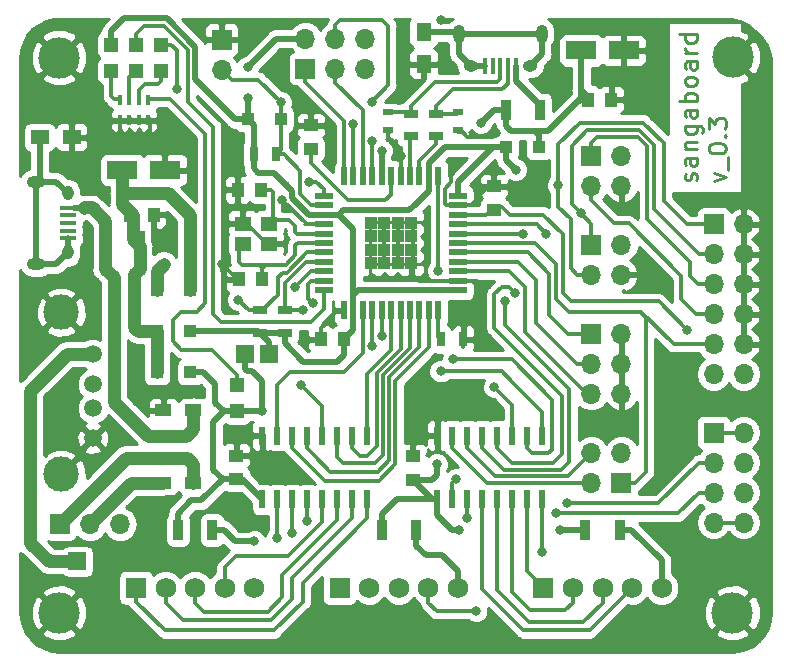
<source format=gbr>
G04 #@! TF.GenerationSoftware,KiCad,Pcbnew,5.0.2-bee76a0~70~ubuntu16.04.1*
G04 #@! TF.CreationDate,2019-01-15T14:46:21+00:00*
G04 #@! TF.ProjectId,sangaboard_v0.3,73616e67-6162-46f6-9172-645f76302e33,0.3*
G04 #@! TF.SameCoordinates,Original*
G04 #@! TF.FileFunction,Copper,L1,Top*
G04 #@! TF.FilePolarity,Positive*
%FSLAX46Y46*%
G04 Gerber Fmt 4.6, Leading zero omitted, Abs format (unit mm)*
G04 Created by KiCad (PCBNEW 5.0.2-bee76a0~70~ubuntu16.04.1) date Tue 15 Jan 2019 14:46:21 GMT*
%MOMM*%
%LPD*%
G01*
G04 APERTURE LIST*
G04 #@! TA.AperFunction,NonConductor*
%ADD10C,0.250000*%
G04 #@! TD*
G04 #@! TA.AperFunction,SMDPad,CuDef*
%ADD11R,1.200000X1.200000*%
G04 #@! TD*
G04 #@! TA.AperFunction,SMDPad,CuDef*
%ADD12R,2.600000X1.600000*%
G04 #@! TD*
G04 #@! TA.AperFunction,SMDPad,CuDef*
%ADD13R,1.100000X1.100000*%
G04 #@! TD*
G04 #@! TA.AperFunction,SMDPad,CuDef*
%ADD14R,1.400000X1.000000*%
G04 #@! TD*
G04 #@! TA.AperFunction,ComponentPad*
%ADD15C,1.750000*%
G04 #@! TD*
G04 #@! TA.AperFunction,ComponentPad*
%ADD16R,1.750000X1.750000*%
G04 #@! TD*
G04 #@! TA.AperFunction,SMDPad,CuDef*
%ADD17R,1.300000X1.500000*%
G04 #@! TD*
G04 #@! TA.AperFunction,SMDPad,CuDef*
%ADD18R,1.500000X1.300000*%
G04 #@! TD*
G04 #@! TA.AperFunction,SMDPad,CuDef*
%ADD19R,0.600000X1.550000*%
G04 #@! TD*
G04 #@! TA.AperFunction,SMDPad,CuDef*
%ADD20R,0.400000X0.900000*%
G04 #@! TD*
G04 #@! TA.AperFunction,SMDPad,CuDef*
%ADD21R,1.125000X1.125000*%
G04 #@! TD*
G04 #@! TA.AperFunction,SMDPad,CuDef*
%ADD22R,1.500000X0.550000*%
G04 #@! TD*
G04 #@! TA.AperFunction,SMDPad,CuDef*
%ADD23R,0.550000X1.500000*%
G04 #@! TD*
G04 #@! TA.AperFunction,SMDPad,CuDef*
%ADD24R,1.000000X1.250000*%
G04 #@! TD*
G04 #@! TA.AperFunction,SMDPad,CuDef*
%ADD25R,1.250000X1.000000*%
G04 #@! TD*
G04 #@! TA.AperFunction,SMDPad,CuDef*
%ADD26R,0.900000X1.700000*%
G04 #@! TD*
G04 #@! TA.AperFunction,SMDPad,CuDef*
%ADD27R,1.300000X0.700000*%
G04 #@! TD*
G04 #@! TA.AperFunction,SMDPad,CuDef*
%ADD28R,0.700000X1.300000*%
G04 #@! TD*
G04 #@! TA.AperFunction,SMDPad,CuDef*
%ADD29R,0.900000X0.500000*%
G04 #@! TD*
G04 #@! TA.AperFunction,SMDPad,CuDef*
%ADD30R,1.500000X1.500000*%
G04 #@! TD*
G04 #@! TA.AperFunction,SMDPad,CuDef*
%ADD31R,1.350000X0.400000*%
G04 #@! TD*
G04 #@! TA.AperFunction,ComponentPad*
%ADD32O,0.950000X1.250000*%
G04 #@! TD*
G04 #@! TA.AperFunction,ComponentPad*
%ADD33O,1.550000X1.000000*%
G04 #@! TD*
G04 #@! TA.AperFunction,ComponentPad*
%ADD34C,3.000000*%
G04 #@! TD*
G04 #@! TA.AperFunction,ComponentPad*
%ADD35C,1.500000*%
G04 #@! TD*
G04 #@! TA.AperFunction,ComponentPad*
%ADD36O,1.700000X1.700000*%
G04 #@! TD*
G04 #@! TA.AperFunction,ComponentPad*
%ADD37R,1.700000X1.700000*%
G04 #@! TD*
G04 #@! TA.AperFunction,ComponentPad*
%ADD38O,1.000000X1.550000*%
G04 #@! TD*
G04 #@! TA.AperFunction,ComponentPad*
%ADD39O,1.250000X0.950000*%
G04 #@! TD*
G04 #@! TA.AperFunction,SMDPad,CuDef*
%ADD40R,0.400000X1.350000*%
G04 #@! TD*
G04 #@! TA.AperFunction,ComponentPad*
%ADD41C,3.500000*%
G04 #@! TD*
G04 #@! TA.AperFunction,SMDPad,CuDef*
%ADD42R,0.900000X2.500000*%
G04 #@! TD*
G04 #@! TA.AperFunction,SMDPad,CuDef*
%ADD43R,1.400000X1.200000*%
G04 #@! TD*
G04 #@! TA.AperFunction,ViaPad*
%ADD44C,0.800000*%
G04 #@! TD*
G04 #@! TA.AperFunction,Conductor*
%ADD45C,0.300000*%
G04 #@! TD*
G04 #@! TA.AperFunction,Conductor*
%ADD46C,1.060000*%
G04 #@! TD*
G04 #@! TA.AperFunction,Conductor*
%ADD47C,0.530000*%
G04 #@! TD*
G04 #@! TA.AperFunction,Conductor*
%ADD48C,0.800000*%
G04 #@! TD*
G04 #@! TA.AperFunction,Conductor*
%ADD49C,0.500000*%
G04 #@! TD*
G04 #@! TA.AperFunction,Conductor*
%ADD50C,0.254000*%
G04 #@! TD*
G04 APERTURE END LIST*
D10*
X157907142Y-59401785D02*
X157978571Y-59258928D01*
X157978571Y-58973214D01*
X157907142Y-58830357D01*
X157764285Y-58758928D01*
X157692857Y-58758928D01*
X157550000Y-58830357D01*
X157478571Y-58973214D01*
X157478571Y-59187500D01*
X157407142Y-59330357D01*
X157264285Y-59401785D01*
X157192857Y-59401785D01*
X157050000Y-59330357D01*
X156978571Y-59187500D01*
X156978571Y-58973214D01*
X157050000Y-58830357D01*
X157978571Y-57473214D02*
X157192857Y-57473214D01*
X157050000Y-57544642D01*
X156978571Y-57687500D01*
X156978571Y-57973214D01*
X157050000Y-58116071D01*
X157907142Y-57473214D02*
X157978571Y-57616071D01*
X157978571Y-57973214D01*
X157907142Y-58116071D01*
X157764285Y-58187500D01*
X157621428Y-58187500D01*
X157478571Y-58116071D01*
X157407142Y-57973214D01*
X157407142Y-57616071D01*
X157335714Y-57473214D01*
X156978571Y-56758928D02*
X157978571Y-56758928D01*
X157121428Y-56758928D02*
X157050000Y-56687500D01*
X156978571Y-56544642D01*
X156978571Y-56330357D01*
X157050000Y-56187500D01*
X157192857Y-56116071D01*
X157978571Y-56116071D01*
X156978571Y-54758928D02*
X158192857Y-54758928D01*
X158335714Y-54830357D01*
X158407142Y-54901785D01*
X158478571Y-55044642D01*
X158478571Y-55258928D01*
X158407142Y-55401785D01*
X157907142Y-54758928D02*
X157978571Y-54901785D01*
X157978571Y-55187500D01*
X157907142Y-55330357D01*
X157835714Y-55401785D01*
X157692857Y-55473214D01*
X157264285Y-55473214D01*
X157121428Y-55401785D01*
X157050000Y-55330357D01*
X156978571Y-55187500D01*
X156978571Y-54901785D01*
X157050000Y-54758928D01*
X157978571Y-53401785D02*
X157192857Y-53401785D01*
X157050000Y-53473214D01*
X156978571Y-53616071D01*
X156978571Y-53901785D01*
X157050000Y-54044642D01*
X157907142Y-53401785D02*
X157978571Y-53544642D01*
X157978571Y-53901785D01*
X157907142Y-54044642D01*
X157764285Y-54116071D01*
X157621428Y-54116071D01*
X157478571Y-54044642D01*
X157407142Y-53901785D01*
X157407142Y-53544642D01*
X157335714Y-53401785D01*
X157978571Y-52687500D02*
X156478571Y-52687500D01*
X157050000Y-52687500D02*
X156978571Y-52544642D01*
X156978571Y-52258928D01*
X157050000Y-52116071D01*
X157121428Y-52044642D01*
X157264285Y-51973214D01*
X157692857Y-51973214D01*
X157835714Y-52044642D01*
X157907142Y-52116071D01*
X157978571Y-52258928D01*
X157978571Y-52544642D01*
X157907142Y-52687500D01*
X157978571Y-51116071D02*
X157907142Y-51258928D01*
X157835714Y-51330357D01*
X157692857Y-51401785D01*
X157264285Y-51401785D01*
X157121428Y-51330357D01*
X157050000Y-51258928D01*
X156978571Y-51116071D01*
X156978571Y-50901785D01*
X157050000Y-50758928D01*
X157121428Y-50687500D01*
X157264285Y-50616071D01*
X157692857Y-50616071D01*
X157835714Y-50687500D01*
X157907142Y-50758928D01*
X157978571Y-50901785D01*
X157978571Y-51116071D01*
X157978571Y-49330357D02*
X157192857Y-49330357D01*
X157050000Y-49401785D01*
X156978571Y-49544642D01*
X156978571Y-49830357D01*
X157050000Y-49973214D01*
X157907142Y-49330357D02*
X157978571Y-49473214D01*
X157978571Y-49830357D01*
X157907142Y-49973214D01*
X157764285Y-50044642D01*
X157621428Y-50044642D01*
X157478571Y-49973214D01*
X157407142Y-49830357D01*
X157407142Y-49473214D01*
X157335714Y-49330357D01*
X157978571Y-48616071D02*
X156978571Y-48616071D01*
X157264285Y-48616071D02*
X157121428Y-48544642D01*
X157050000Y-48473214D01*
X156978571Y-48330357D01*
X156978571Y-48187500D01*
X157978571Y-47044642D02*
X156478571Y-47044642D01*
X157907142Y-47044642D02*
X157978571Y-47187500D01*
X157978571Y-47473214D01*
X157907142Y-47616071D01*
X157835714Y-47687500D01*
X157692857Y-47758928D01*
X157264285Y-47758928D01*
X157121428Y-47687500D01*
X157050000Y-47616071D01*
X156978571Y-47473214D01*
X156978571Y-47187500D01*
X157050000Y-47044642D01*
X159478571Y-59473214D02*
X160478571Y-59116071D01*
X159478571Y-58758928D01*
X160621428Y-58544642D02*
X160621428Y-57401785D01*
X158978571Y-56758928D02*
X158978571Y-56616071D01*
X159050000Y-56473214D01*
X159121428Y-56401785D01*
X159264285Y-56330357D01*
X159550000Y-56258928D01*
X159907142Y-56258928D01*
X160192857Y-56330357D01*
X160335714Y-56401785D01*
X160407142Y-56473214D01*
X160478571Y-56616071D01*
X160478571Y-56758928D01*
X160407142Y-56901785D01*
X160335714Y-56973214D01*
X160192857Y-57044642D01*
X159907142Y-57116071D01*
X159550000Y-57116071D01*
X159264285Y-57044642D01*
X159121428Y-56973214D01*
X159050000Y-56901785D01*
X158978571Y-56758928D01*
X160335714Y-55616071D02*
X160407142Y-55544642D01*
X160478571Y-55616071D01*
X160407142Y-55687500D01*
X160335714Y-55616071D01*
X160478571Y-55616071D01*
X158978571Y-55044642D02*
X158978571Y-54116071D01*
X159550000Y-54616071D01*
X159550000Y-54401785D01*
X159621428Y-54258928D01*
X159692857Y-54187500D01*
X159835714Y-54116071D01*
X160192857Y-54116071D01*
X160335714Y-54187500D01*
X160407142Y-54258928D01*
X160478571Y-54401785D01*
X160478571Y-54830357D01*
X160407142Y-54973214D01*
X160335714Y-55044642D01*
D11*
G04 #@! TO.P,D8,1*
G04 #@! TO.N,Net-(D8-Pad1)*
X112600000Y-50100000D03*
G04 #@! TO.P,D8,2*
G04 #@! TO.N,RX_LED*
X112600000Y-47900000D03*
G04 #@! TD*
D12*
G04 #@! TO.P,C4,2*
G04 #@! TO.N,GND*
X112940000Y-58520000D03*
G04 #@! TO.P,C4,1*
G04 #@! TO.N,Net-(C4-Pad1)*
X109340000Y-58520000D03*
G04 #@! TD*
G04 #@! TO.P,C8,2*
G04 #@! TO.N,GND*
X151800000Y-48400000D03*
G04 #@! TO.P,C8,1*
G04 #@! TO.N,VBUS*
X148200000Y-48400000D03*
G04 #@! TD*
D13*
G04 #@! TO.P,D1,1*
G04 #@! TO.N,VCC*
X141800000Y-56600000D03*
G04 #@! TO.P,D1,2*
G04 #@! TO.N,VBUS*
X144600000Y-56600000D03*
G04 #@! TD*
G04 #@! TO.P,D2,2*
G04 #@! TO.N,Net-(C4-Pad1)*
X115050000Y-68650000D03*
G04 #@! TO.P,D2,1*
G04 #@! TO.N,PWR_OUT*
X112250000Y-68650000D03*
G04 #@! TD*
G04 #@! TO.P,D3,2*
G04 #@! TO.N,Net-(C4-Pad1)*
X112300000Y-72150000D03*
G04 #@! TO.P,D3,1*
G04 #@! TO.N,VCC*
X115100000Y-72150000D03*
G04 #@! TD*
G04 #@! TO.P,D4,2*
G04 #@! TO.N,Net-(C4-Pad1)*
X112300000Y-75650000D03*
G04 #@! TO.P,D4,1*
G04 #@! TO.N,MOT_PWR*
X115100000Y-75650000D03*
G04 #@! TD*
G04 #@! TO.P,D5,1*
G04 #@! TO.N,VCC*
X119950000Y-54200000D03*
G04 #@! TO.P,D5,2*
G04 #@! TO.N,~RST*
X122750000Y-54200000D03*
G04 #@! TD*
D14*
G04 #@! TO.P,D10,2*
G04 #@! TO.N,GND*
X112810000Y-78850000D03*
G04 #@! TO.P,D10,1*
G04 #@! TO.N,Net-(D10-Pad1)*
X115350000Y-78850000D03*
G04 #@! TO.P,D10,4*
G04 #@! TO.N,Net-(D10-Pad4)*
X115350000Y-85000000D03*
G04 #@! TO.P,D10,3*
G04 #@! TO.N,Net-(D10-Pad3)*
X112810000Y-85000000D03*
G04 #@! TD*
D15*
G04 #@! TO.P,J12,5*
G04 #@! TO.N,Net-(F2-Pad1)*
X120500000Y-93900000D03*
G04 #@! TO.P,J12,4*
G04 #@! TO.N,X_COIL4*
X118000000Y-93900000D03*
G04 #@! TO.P,J12,3*
G04 #@! TO.N,X_COIL3*
X115500000Y-93900000D03*
G04 #@! TO.P,J12,2*
G04 #@! TO.N,X_COIL2*
X113000000Y-93900000D03*
D16*
G04 #@! TO.P,J12,1*
G04 #@! TO.N,X_COIL1*
X110500000Y-93900000D03*
G04 #@! TD*
D15*
G04 #@! TO.P,J13,5*
G04 #@! TO.N,Net-(F3-Pad1)*
X137750000Y-93900000D03*
G04 #@! TO.P,J13,4*
G04 #@! TO.N,Y_COIL4*
X135250000Y-93900000D03*
G04 #@! TO.P,J13,3*
G04 #@! TO.N,Y_COIL3*
X132750000Y-93900000D03*
G04 #@! TO.P,J13,2*
G04 #@! TO.N,Y_COIL2*
X130250000Y-93900000D03*
D16*
G04 #@! TO.P,J13,1*
G04 #@! TO.N,Y_COIL1*
X127750000Y-93900000D03*
G04 #@! TD*
G04 #@! TO.P,J14,1*
G04 #@! TO.N,Z_COIL1*
X145000000Y-93900000D03*
D15*
G04 #@! TO.P,J14,2*
G04 #@! TO.N,Z_COIL2*
X147500000Y-93900000D03*
G04 #@! TO.P,J14,3*
G04 #@! TO.N,Z_COIL3*
X150000000Y-93900000D03*
G04 #@! TO.P,J14,4*
G04 #@! TO.N,Z_COIL4*
X152500000Y-93900000D03*
G04 #@! TO.P,J14,5*
G04 #@! TO.N,Net-(F4-Pad1)*
X155000000Y-93900000D03*
G04 #@! TD*
D17*
G04 #@! TO.P,L1,2*
G04 #@! TO.N,GND*
X134850000Y-49550000D03*
G04 #@! TO.P,L1,1*
G04 #@! TO.N,Net-(J11-Pad5)*
X134850000Y-46850000D03*
G04 #@! TD*
D18*
G04 #@! TO.P,L2,1*
G04 #@! TO.N,GND*
X105050000Y-55750000D03*
G04 #@! TO.P,L2,2*
G04 #@! TO.N,Net-(J1-Pad5)*
X102350000Y-55750000D03*
G04 #@! TD*
D19*
G04 #@! TO.P,U2,1*
G04 #@! TO.N,D8_A8*
X130080000Y-81000000D03*
G04 #@! TO.P,U2,2*
G04 #@! TO.N,D9_A9*
X128810000Y-81000000D03*
G04 #@! TO.P,U2,3*
G04 #@! TO.N,D10_A10*
X127540000Y-81000000D03*
G04 #@! TO.P,U2,4*
G04 #@! TO.N,D11*
X126270000Y-81000000D03*
G04 #@! TO.P,U2,5*
G04 #@! TO.N,D5*
X125000000Y-81000000D03*
G04 #@! TO.P,U2,6*
G04 #@! TO.N,D13*
X123730000Y-81000000D03*
G04 #@! TO.P,U2,7*
G04 #@! TO.N,D4_A6*
X122460000Y-81000000D03*
G04 #@! TO.P,U2,8*
G04 #@! TO.N,GND*
X121190000Y-81000000D03*
G04 #@! TO.P,U2,9*
G04 #@! TO.N,MOT_PWR*
X121190000Y-86400000D03*
G04 #@! TO.P,U2,10*
G04 #@! TO.N,Y_COIL3*
X122460000Y-86400000D03*
G04 #@! TO.P,U2,11*
G04 #@! TO.N,Y_COIL2*
X123730000Y-86400000D03*
G04 #@! TO.P,U2,12*
G04 #@! TO.N,Y_COIL1*
X125000000Y-86400000D03*
G04 #@! TO.P,U2,13*
G04 #@! TO.N,X_COIL4*
X126270000Y-86400000D03*
G04 #@! TO.P,U2,14*
G04 #@! TO.N,X_COIL3*
X127540000Y-86400000D03*
G04 #@! TO.P,U2,15*
G04 #@! TO.N,X_COIL2*
X128810000Y-86400000D03*
G04 #@! TO.P,U2,16*
G04 #@! TO.N,X_COIL1*
X130080000Y-86400000D03*
G04 #@! TD*
G04 #@! TO.P,U3,16*
G04 #@! TO.N,Y_COIL4*
X144890000Y-86400000D03*
G04 #@! TO.P,U3,15*
G04 #@! TO.N,Z_COIL1*
X143620000Y-86400000D03*
G04 #@! TO.P,U3,14*
G04 #@! TO.N,Z_COIL2*
X142350000Y-86400000D03*
G04 #@! TO.P,U3,13*
G04 #@! TO.N,Z_COIL3*
X141080000Y-86400000D03*
G04 #@! TO.P,U3,12*
G04 #@! TO.N,Z_COIL4*
X139810000Y-86400000D03*
G04 #@! TO.P,U3,11*
G04 #@! TO.N,AUX_1*
X138540000Y-86400000D03*
G04 #@! TO.P,U3,10*
G04 #@! TO.N,AUX_2*
X137270000Y-86400000D03*
G04 #@! TO.P,U3,9*
G04 #@! TO.N,MOT_PWR*
X136000000Y-86400000D03*
G04 #@! TO.P,U3,8*
G04 #@! TO.N,GND*
X136000000Y-81000000D03*
G04 #@! TO.P,U3,7*
G04 #@! TO.N,Net-(J8-Pad2)*
X137270000Y-81000000D03*
G04 #@! TO.P,U3,6*
G04 #@! TO.N,Net-(J8-Pad4)*
X138540000Y-81000000D03*
G04 #@! TO.P,U3,5*
G04 #@! TO.N,A4*
X139810000Y-81000000D03*
G04 #@! TO.P,U3,4*
G04 #@! TO.N,A5*
X141080000Y-81000000D03*
G04 #@! TO.P,U3,3*
G04 #@! TO.N,D7*
X142350000Y-81000000D03*
G04 #@! TO.P,U3,2*
G04 #@! TO.N,D6_A7*
X143620000Y-81000000D03*
G04 #@! TO.P,U3,1*
G04 #@! TO.N,D12_A11*
X144890000Y-81000000D03*
G04 #@! TD*
D20*
G04 #@! TO.P,RN1,5*
G04 #@! TO.N,GND*
X109150000Y-54300000D03*
G04 #@! TO.P,RN1,6*
X109950000Y-54300000D03*
G04 #@! TO.P,RN1,7*
X110750000Y-54300000D03*
G04 #@! TO.P,RN1,8*
X111550000Y-54300000D03*
G04 #@! TO.P,RN1,4*
G04 #@! TO.N,Net-(D6-Pad1)*
X109150000Y-52600000D03*
G04 #@! TO.P,RN1,1*
G04 #@! TO.N,Net-(D9-Pad1)*
X111550000Y-52600000D03*
G04 #@! TO.P,RN1,3*
G04 #@! TO.N,Net-(D7-Pad1)*
X109950000Y-52600000D03*
G04 #@! TO.P,RN1,2*
G04 #@! TO.N,Net-(D8-Pad1)*
X110750000Y-52600000D03*
G04 #@! TD*
D21*
G04 #@! TO.P,U1,45*
G04 #@! TO.N,GND*
X133787500Y-63012500D03*
X132662500Y-63012500D03*
X131537500Y-63012500D03*
X130412500Y-63012500D03*
X133787500Y-64137500D03*
X132662500Y-64137500D03*
X131537500Y-64137500D03*
X130412500Y-64137500D03*
X133787500Y-65262500D03*
X132662500Y-65262500D03*
X131537500Y-65262500D03*
X130412500Y-65262500D03*
X133787500Y-66387500D03*
X132662500Y-66387500D03*
X131537500Y-66387500D03*
X130412500Y-66387500D03*
D22*
G04 #@! TO.P,U1,44*
G04 #@! TO.N,VCC*
X137800000Y-60700000D03*
G04 #@! TO.P,U1,43*
G04 #@! TO.N,GND*
X137800000Y-61500000D03*
G04 #@! TO.P,U1,42*
G04 #@! TO.N,AREF*
X137800000Y-62300000D03*
G04 #@! TO.P,U1,41*
G04 #@! TO.N,A5*
X137800000Y-63100000D03*
G04 #@! TO.P,U1,40*
G04 #@! TO.N,A4*
X137800000Y-63900000D03*
G04 #@! TO.P,U1,39*
G04 #@! TO.N,A3*
X137800000Y-64700000D03*
G04 #@! TO.P,U1,38*
G04 #@! TO.N,A2*
X137800000Y-65500000D03*
G04 #@! TO.P,U1,37*
G04 #@! TO.N,A1*
X137800000Y-66300000D03*
G04 #@! TO.P,U1,36*
G04 #@! TO.N,A0*
X137800000Y-67100000D03*
G04 #@! TO.P,U1,35*
G04 #@! TO.N,GND*
X137800000Y-67900000D03*
G04 #@! TO.P,U1,34*
G04 #@! TO.N,VCC*
X137800000Y-68700000D03*
D23*
G04 #@! TO.P,U1,33*
G04 #@! TO.N,Net-(R6-Pad1)*
X136100000Y-70400000D03*
G04 #@! TO.P,U1,32*
G04 #@! TO.N,D13*
X135300000Y-70400000D03*
G04 #@! TO.P,U1,31*
G04 #@! TO.N,D5*
X134500000Y-70400000D03*
G04 #@! TO.P,U1,30*
G04 #@! TO.N,D10_A10*
X133700000Y-70400000D03*
G04 #@! TO.P,U1,29*
G04 #@! TO.N,D9_A9*
X132900000Y-70400000D03*
G04 #@! TO.P,U1,28*
G04 #@! TO.N,D8_A8*
X132100000Y-70400000D03*
G04 #@! TO.P,U1,27*
G04 #@! TO.N,D6_A7*
X131300000Y-70400000D03*
G04 #@! TO.P,U1,26*
G04 #@! TO.N,D12_A11*
X130500000Y-70400000D03*
G04 #@! TO.P,U1,25*
G04 #@! TO.N,D4_A6*
X129700000Y-70400000D03*
G04 #@! TO.P,U1,24*
G04 #@! TO.N,VCC*
X128900000Y-70400000D03*
G04 #@! TO.P,U1,23*
G04 #@! TO.N,GND*
X128100000Y-70400000D03*
D22*
G04 #@! TO.P,U1,22*
G04 #@! TO.N,TX_LED*
X126400000Y-68700000D03*
G04 #@! TO.P,U1,21*
G04 #@! TO.N,D1*
X126400000Y-67900000D03*
G04 #@! TO.P,U1,20*
G04 #@! TO.N,D0*
X126400000Y-67100000D03*
G04 #@! TO.P,U1,19*
G04 #@! TO.N,D2*
X126400000Y-66300000D03*
G04 #@! TO.P,U1,18*
G04 #@! TO.N,D3*
X126400000Y-65500000D03*
G04 #@! TO.P,U1,17*
G04 #@! TO.N,Net-(C2-Pad1)*
X126400000Y-64700000D03*
G04 #@! TO.P,U1,16*
G04 #@! TO.N,Net-(C3-Pad1)*
X126400000Y-63900000D03*
G04 #@! TO.P,U1,15*
G04 #@! TO.N,GND*
X126400000Y-63100000D03*
G04 #@! TO.P,U1,14*
G04 #@! TO.N,VCC*
X126400000Y-62300000D03*
G04 #@! TO.P,U1,13*
G04 #@! TO.N,~RST*
X126400000Y-61500000D03*
G04 #@! TO.P,U1,12*
G04 #@! TO.N,D11*
X126400000Y-60700000D03*
D23*
G04 #@! TO.P,U1,11*
G04 #@! TO.N,MISO*
X128100000Y-59000000D03*
G04 #@! TO.P,U1,10*
G04 #@! TO.N,MOSI*
X128900000Y-59000000D03*
G04 #@! TO.P,U1,9*
G04 #@! TO.N,SCK*
X129700000Y-59000000D03*
G04 #@! TO.P,U1,8*
G04 #@! TO.N,RX_LED*
X130500000Y-59000000D03*
G04 #@! TO.P,U1,7*
G04 #@! TO.N,VBUS*
X131300000Y-59000000D03*
G04 #@! TO.P,U1,6*
G04 #@! TO.N,Net-(C6-Pad2)*
X132100000Y-59000000D03*
G04 #@! TO.P,U1,5*
G04 #@! TO.N,GND*
X132900000Y-59000000D03*
G04 #@! TO.P,U1,4*
G04 #@! TO.N,Net-(R3-Pad1)*
X133700000Y-59000000D03*
G04 #@! TO.P,U1,3*
G04 #@! TO.N,Net-(R4-Pad1)*
X134500000Y-59000000D03*
G04 #@! TO.P,U1,2*
G04 #@! TO.N,VCC*
X135300000Y-59000000D03*
G04 #@! TO.P,U1,1*
G04 #@! TO.N,D7*
X136100000Y-59000000D03*
G04 #@! TD*
D24*
G04 #@! TO.P,C2,2*
G04 #@! TO.N,GND*
X119200000Y-67750000D03*
G04 #@! TO.P,C2,1*
G04 #@! TO.N,Net-(C2-Pad1)*
X121200000Y-67750000D03*
G04 #@! TD*
G04 #@! TO.P,C3,1*
G04 #@! TO.N,Net-(C3-Pad1)*
X121100000Y-60200000D03*
G04 #@! TO.P,C3,2*
G04 #@! TO.N,GND*
X119100000Y-60200000D03*
G04 #@! TD*
D25*
G04 #@! TO.P,C6,2*
G04 #@! TO.N,Net-(C6-Pad2)*
X125300000Y-56750000D03*
G04 #@! TO.P,C6,1*
G04 #@! TO.N,GND*
X125300000Y-54750000D03*
G04 #@! TD*
D24*
G04 #@! TO.P,C7,1*
G04 #@! TO.N,GND*
X126150000Y-72850000D03*
G04 #@! TO.P,C7,2*
G04 #@! TO.N,VCC*
X128150000Y-72850000D03*
G04 #@! TD*
D25*
G04 #@! TO.P,C10,2*
G04 #@! TO.N,GND*
X119000000Y-82700000D03*
G04 #@! TO.P,C10,1*
G04 #@! TO.N,MOT_PWR*
X119000000Y-84700000D03*
G04 #@! TD*
G04 #@! TO.P,C11,1*
G04 #@! TO.N,MOT_PWR*
X133950000Y-84750000D03*
G04 #@! TO.P,C11,2*
G04 #@! TO.N,GND*
X133950000Y-82750000D03*
G04 #@! TD*
D26*
G04 #@! TO.P,F2,2*
G04 #@! TO.N,MOT_PWR*
X114050000Y-89000000D03*
G04 #@! TO.P,F2,1*
G04 #@! TO.N,Net-(F2-Pad1)*
X116950000Y-89000000D03*
G04 #@! TD*
G04 #@! TO.P,F3,2*
G04 #@! TO.N,MOT_PWR*
X131350000Y-89000000D03*
G04 #@! TO.P,F3,1*
G04 #@! TO.N,Net-(F3-Pad1)*
X134250000Y-89000000D03*
G04 #@! TD*
G04 #@! TO.P,F4,1*
G04 #@! TO.N,Net-(F4-Pad1)*
X151450000Y-89000000D03*
G04 #@! TO.P,F4,2*
G04 #@! TO.N,MOT_PWR*
X148550000Y-89000000D03*
G04 #@! TD*
G04 #@! TO.P,F5,2*
G04 #@! TO.N,Net-(F5-Pad2)*
X144700000Y-53400000D03*
G04 #@! TO.P,F5,1*
G04 #@! TO.N,VBUS*
X141800000Y-53400000D03*
G04 #@! TD*
D27*
G04 #@! TO.P,R1,1*
G04 #@! TO.N,VCC*
X123100000Y-72300000D03*
G04 #@! TO.P,R1,2*
G04 #@! TO.N,D2*
X123100000Y-70400000D03*
G04 #@! TD*
G04 #@! TO.P,R2,1*
G04 #@! TO.N,VCC*
X121000000Y-72300000D03*
G04 #@! TO.P,R2,2*
G04 #@! TO.N,D3*
X121000000Y-70400000D03*
G04 #@! TD*
G04 #@! TO.P,R3,1*
G04 #@! TO.N,Net-(R3-Pad1)*
X133800000Y-55650000D03*
G04 #@! TO.P,R3,2*
G04 #@! TO.N,D+*
X133800000Y-53750000D03*
G04 #@! TD*
G04 #@! TO.P,R4,2*
G04 #@! TO.N,D-*
X135900000Y-53750000D03*
G04 #@! TO.P,R4,1*
G04 #@! TO.N,Net-(R4-Pad1)*
X135900000Y-55650000D03*
G04 #@! TD*
D28*
G04 #@! TO.P,R5,2*
G04 #@! TO.N,~RST*
X122350000Y-57200000D03*
G04 #@! TO.P,R5,1*
G04 #@! TO.N,VCC*
X120450000Y-57200000D03*
G04 #@! TD*
G04 #@! TO.P,R6,2*
G04 #@! TO.N,GND*
X138200000Y-72850000D03*
G04 #@! TO.P,R6,1*
G04 #@! TO.N,Net-(R6-Pad1)*
X136300000Y-72850000D03*
G04 #@! TD*
D29*
G04 #@! TO.P,RV1,1*
G04 #@! TO.N,D+*
X131850000Y-53650000D03*
G04 #@! TO.P,RV1,2*
G04 #@! TO.N,GND*
X131850000Y-55150000D03*
G04 #@! TD*
G04 #@! TO.P,RV2,2*
G04 #@! TO.N,GND*
X137800000Y-55150000D03*
G04 #@! TO.P,RV2,1*
G04 #@! TO.N,D-*
X137800000Y-53650000D03*
G04 #@! TD*
D30*
G04 #@! TO.P,TP1,1*
G04 #@! TO.N,MOT_PWR*
X119700000Y-74070000D03*
G04 #@! TD*
G04 #@! TO.P,TP2,1*
G04 #@! TO.N,VCC*
X121790000Y-74070000D03*
G04 #@! TD*
G04 #@! TO.P,TP3,1*
G04 #@! TO.N,PWR_OUT*
X105540000Y-91660000D03*
G04 #@! TD*
D11*
G04 #@! TO.P,D6,1*
G04 #@! TO.N,Net-(D6-Pad1)*
X108400000Y-50100000D03*
G04 #@! TO.P,D6,2*
G04 #@! TO.N,VCC*
X108400000Y-47900000D03*
G04 #@! TD*
G04 #@! TO.P,D7,2*
G04 #@! TO.N,TX_LED*
X110500000Y-47900000D03*
G04 #@! TO.P,D7,1*
G04 #@! TO.N,Net-(D7-Pad1)*
X110500000Y-50100000D03*
G04 #@! TD*
G04 #@! TO.P,D9,2*
G04 #@! TO.N,MOT_PWR*
X119050000Y-78950000D03*
G04 #@! TO.P,D9,1*
G04 #@! TO.N,Net-(D9-Pad1)*
X119050000Y-76750000D03*
G04 #@! TD*
D31*
G04 #@! TO.P,J1,1*
G04 #@! TO.N,Net-(D10-Pad1)*
X104750000Y-61700000D03*
G04 #@! TO.P,J1,2*
G04 #@! TO.N,Net-(J1-Pad2)*
X104750000Y-62350000D03*
G04 #@! TO.P,J1,3*
G04 #@! TO.N,Net-(J1-Pad3)*
X104750000Y-63000000D03*
G04 #@! TO.P,J1,4*
G04 #@! TO.N,Net-(J1-Pad4)*
X104750000Y-63650000D03*
G04 #@! TO.P,J1,5*
G04 #@! TO.N,Net-(J1-Pad5)*
X104750000Y-64300000D03*
D32*
G04 #@! TO.P,J1,6*
X104750000Y-60500000D03*
X104750000Y-65500000D03*
D33*
X102050000Y-59500000D03*
X102050000Y-66500000D03*
G04 #@! TD*
D34*
G04 #@! TO.P,J2,5*
G04 #@! TO.N,GND*
X104180000Y-70560000D03*
X104180000Y-84280000D03*
D35*
G04 #@! TO.P,J2,1*
G04 #@! TO.N,PWR_OUT*
X106850000Y-74120000D03*
G04 #@! TO.P,J2,2*
G04 #@! TO.N,Net-(J2-Pad2)*
X106850000Y-76660000D03*
G04 #@! TO.P,J2,3*
G04 #@! TO.N,Net-(J2-Pad3)*
X106850000Y-78690000D03*
G04 #@! TO.P,J2,4*
G04 #@! TO.N,GND*
X106850000Y-81230000D03*
G04 #@! TD*
D36*
G04 #@! TO.P,J3,6*
G04 #@! TO.N,GND*
X151590000Y-77480000D03*
G04 #@! TO.P,J3,5*
G04 #@! TO.N,A0*
X149050000Y-77480000D03*
G04 #@! TO.P,J3,4*
G04 #@! TO.N,GND*
X151590000Y-74940000D03*
G04 #@! TO.P,J3,3*
G04 #@! TO.N,A1*
X149050000Y-74940000D03*
G04 #@! TO.P,J3,2*
G04 #@! TO.N,GND*
X151590000Y-72400000D03*
D37*
G04 #@! TO.P,J3,1*
G04 #@! TO.N,A2*
X149050000Y-72400000D03*
G04 #@! TD*
D36*
G04 #@! TO.P,J4,4*
G04 #@! TO.N,GND*
X151590000Y-59890000D03*
G04 #@! TO.P,J4,3*
G04 #@! TO.N,D3*
X149050000Y-59890000D03*
G04 #@! TO.P,J4,2*
G04 #@! TO.N,VCC*
X151590000Y-57350000D03*
D37*
G04 #@! TO.P,J4,1*
G04 #@! TO.N,D2*
X149050000Y-57350000D03*
G04 #@! TD*
G04 #@! TO.P,J5,1*
G04 #@! TO.N,D1*
X149050000Y-64850000D03*
D36*
G04 #@! TO.P,J5,2*
G04 #@! TO.N,VCC*
X151590000Y-64850000D03*
G04 #@! TO.P,J5,3*
G04 #@! TO.N,D0*
X149050000Y-67390000D03*
G04 #@! TO.P,J5,4*
G04 #@! TO.N,GND*
X151590000Y-67390000D03*
G04 #@! TD*
G04 #@! TO.P,J6,12*
G04 #@! TO.N,VCC*
X161940000Y-75800000D03*
G04 #@! TO.P,J6,11*
G04 #@! TO.N,AREF*
X159400000Y-75800000D03*
G04 #@! TO.P,J6,10*
G04 #@! TO.N,GND*
X161940000Y-73260000D03*
G04 #@! TO.P,J6,9*
G04 #@! TO.N,A3*
X159400000Y-73260000D03*
G04 #@! TO.P,J6,8*
G04 #@! TO.N,GND*
X161940000Y-70720000D03*
G04 #@! TO.P,J6,7*
G04 #@! TO.N,D3*
X159400000Y-70720000D03*
G04 #@! TO.P,J6,6*
G04 #@! TO.N,GND*
X161940000Y-68180000D03*
G04 #@! TO.P,J6,5*
G04 #@! TO.N,D2*
X159400000Y-68180000D03*
G04 #@! TO.P,J6,4*
G04 #@! TO.N,GND*
X161940000Y-65640000D03*
G04 #@! TO.P,J6,3*
G04 #@! TO.N,D1*
X159400000Y-65640000D03*
G04 #@! TO.P,J6,2*
G04 #@! TO.N,GND*
X161940000Y-63100000D03*
D37*
G04 #@! TO.P,J6,1*
G04 #@! TO.N,D0*
X159400000Y-63100000D03*
G04 #@! TD*
D36*
G04 #@! TO.P,J7,3*
G04 #@! TO.N,A3*
X109140000Y-88500000D03*
G04 #@! TO.P,J7,2*
G04 #@! TO.N,Net-(D10-Pad3)*
X106600000Y-88500000D03*
D37*
G04 #@! TO.P,J7,1*
G04 #@! TO.N,Net-(D10-Pad4)*
X104060000Y-88500000D03*
G04 #@! TD*
D36*
G04 #@! TO.P,J8,4*
G04 #@! TO.N,Net-(J8-Pad4)*
X149060000Y-82450000D03*
G04 #@! TO.P,J8,3*
G04 #@! TO.N,VCC*
X151600000Y-82450000D03*
G04 #@! TO.P,J8,2*
G04 #@! TO.N,Net-(J8-Pad2)*
X149060000Y-84990000D03*
D37*
G04 #@! TO.P,J8,1*
G04 #@! TO.N,A3*
X151600000Y-84990000D03*
G04 #@! TD*
D36*
G04 #@! TO.P,J9,8*
G04 #@! TO.N,Net-(J9-Pad7)*
X161940000Y-88370000D03*
G04 #@! TO.P,J9,7*
X159400000Y-88370000D03*
G04 #@! TO.P,J9,6*
G04 #@! TO.N,MOT_PWR*
X161940000Y-85830000D03*
G04 #@! TO.P,J9,5*
G04 #@! TO.N,AUX_1*
X159400000Y-85830000D03*
G04 #@! TO.P,J9,4*
G04 #@! TO.N,MOT_PWR*
X161940000Y-83290000D03*
G04 #@! TO.P,J9,3*
G04 #@! TO.N,AUX_2*
X159400000Y-83290000D03*
G04 #@! TO.P,J9,2*
G04 #@! TO.N,Net-(J9-Pad1)*
X161940000Y-80750000D03*
D37*
G04 #@! TO.P,J9,1*
X159400000Y-80750000D03*
G04 #@! TD*
G04 #@! TO.P,J10,1*
G04 #@! TO.N,MISO*
X124850000Y-49950000D03*
D36*
G04 #@! TO.P,J10,2*
G04 #@! TO.N,VCC*
X124850000Y-47410000D03*
G04 #@! TO.P,J10,3*
G04 #@! TO.N,SCK*
X127390000Y-49950000D03*
G04 #@! TO.P,J10,4*
G04 #@! TO.N,MOSI*
X127390000Y-47410000D03*
G04 #@! TO.P,J10,5*
G04 #@! TO.N,~RST*
X129930000Y-49950000D03*
G04 #@! TO.P,J10,6*
G04 #@! TO.N,GND*
X129930000Y-47410000D03*
G04 #@! TD*
D38*
G04 #@! TO.P,J11,6*
G04 #@! TO.N,Net-(J11-Pad5)*
X137850000Y-47000000D03*
X144850000Y-47000000D03*
D39*
X138850000Y-49700000D03*
X143850000Y-49700000D03*
D40*
G04 #@! TO.P,J11,5*
X140050000Y-49700000D03*
G04 #@! TO.P,J11,4*
G04 #@! TO.N,Net-(J11-Pad4)*
X140700000Y-49700000D03*
G04 #@! TO.P,J11,3*
G04 #@! TO.N,D+*
X141350000Y-49700000D03*
G04 #@! TO.P,J11,2*
G04 #@! TO.N,D-*
X142000000Y-49700000D03*
G04 #@! TO.P,J11,1*
G04 #@! TO.N,Net-(F5-Pad2)*
X142650000Y-49700000D03*
G04 #@! TD*
D41*
G04 #@! TO.P,MH1,1*
G04 #@! TO.N,GND*
X104000000Y-49000000D03*
G04 #@! TD*
G04 #@! TO.P,MH2,1*
G04 #@! TO.N,GND*
X161010000Y-48990000D03*
G04 #@! TD*
G04 #@! TO.P,MH3,1*
G04 #@! TO.N,GND*
X104000000Y-96000000D03*
G04 #@! TD*
G04 #@! TO.P,MH4,1*
G04 #@! TO.N,GND*
X161000000Y-96000000D03*
G04 #@! TD*
D36*
G04 #@! TO.P,~RST1,2*
G04 #@! TO.N,~RST*
X117770000Y-50040000D03*
D37*
G04 #@! TO.P,~RST1,1*
G04 #@! TO.N,GND*
X117770000Y-47500000D03*
G04 #@! TD*
D42*
G04 #@! TO.P,F1,2*
G04 #@! TO.N,Net-(D10-Pad1)*
X107900000Y-64950000D03*
G04 #@! TO.P,F1,1*
G04 #@! TO.N,Net-(C4-Pad1)*
X110800000Y-64950000D03*
G04 #@! TD*
D43*
G04 #@! TO.P,Y1,4*
G04 #@! TO.N,GND*
X119550000Y-63050000D03*
G04 #@! TO.P,Y1,3*
G04 #@! TO.N,Net-(C3-Pad1)*
X121750000Y-63050000D03*
G04 #@! TO.P,Y1,2*
G04 #@! TO.N,GND*
X121750000Y-64750000D03*
G04 #@! TO.P,Y1,1*
G04 #@! TO.N,Net-(C2-Pad1)*
X119550000Y-64750000D03*
G04 #@! TD*
D25*
G04 #@! TO.P,C1,2*
G04 #@! TO.N,AREF*
X140800000Y-61900000D03*
G04 #@! TO.P,C1,1*
G04 #@! TO.N,GND*
X140800000Y-59900000D03*
G04 #@! TD*
D24*
G04 #@! TO.P,C5,1*
G04 #@! TO.N,GND*
X112000000Y-62300000D03*
G04 #@! TO.P,C5,2*
G04 #@! TO.N,Net-(C4-Pad1)*
X110000000Y-62300000D03*
G04 #@! TD*
G04 #@! TO.P,C9,2*
G04 #@! TO.N,VBUS*
X148750000Y-52550000D03*
G04 #@! TO.P,C9,1*
G04 #@! TO.N,GND*
X150750000Y-52550000D03*
G04 #@! TD*
D44*
G04 #@! TO.N,AREF*
X157150000Y-72050000D03*
G04 #@! TO.N,GND*
X139800000Y-73300000D03*
X137850000Y-76850000D03*
X122600000Y-83450000D03*
X110400000Y-73800000D03*
X112900000Y-63950000D03*
X140700000Y-58450000D03*
X124700000Y-72850000D03*
X132900000Y-57300000D03*
X141000000Y-55350000D03*
X122900000Y-61050000D03*
X136300000Y-45850000D03*
X122450000Y-50300000D03*
X118970000Y-57560000D03*
X117770000Y-66500000D03*
X154300000Y-51200000D03*
X106200000Y-53300000D03*
X133200000Y-50900000D03*
G04 #@! TO.N,VCC*
X119950000Y-49800000D03*
X119950000Y-52450000D03*
X142650000Y-58500000D03*
G04 #@! TO.N,VBUS*
X131300000Y-56900000D03*
X139700000Y-54520000D03*
G04 #@! TO.N,MOT_PWR*
X121150000Y-78950000D03*
X121150000Y-78950000D03*
X135950000Y-83450000D03*
X146400000Y-89000000D03*
X137850000Y-89000000D03*
G04 #@! TO.N,PWR_OUT*
X112840000Y-66450000D03*
G04 #@! TO.N,~RST*
X122750000Y-52800000D03*
G04 #@! TO.N,RX_LED*
X130500000Y-56100000D03*
X130500000Y-56100000D03*
X113950000Y-51650000D03*
G04 #@! TO.N,Net-(F2-Pad1)*
X120500000Y-89950000D03*
G04 #@! TO.N,D2*
X124650000Y-70400000D03*
G04 #@! TO.N,D3*
X119150000Y-69500000D03*
G04 #@! TO.N,D0*
X123960000Y-68420000D03*
X146250000Y-59800000D03*
G04 #@! TO.N,D1*
X125450000Y-69800000D03*
X125450000Y-69800000D03*
X148150000Y-62150000D03*
G04 #@! TO.N,AUX_2*
X147000000Y-86750000D03*
X137600000Y-84700000D03*
G04 #@! TO.N,AUX_1*
X146030000Y-87600000D03*
X138540000Y-87990000D03*
G04 #@! TO.N,MOSI*
X128900000Y-54600000D03*
X130450000Y-52750000D03*
G04 #@! TO.N,Y_COIL4*
X144900000Y-90850000D03*
X139300000Y-95850000D03*
G04 #@! TO.N,Y_COIL3*
X122460000Y-89660000D03*
G04 #@! TO.N,Y_COIL2*
X123730000Y-89230000D03*
G04 #@! TO.N,Y_COIL1*
X125000000Y-88250000D03*
G04 #@! TO.N,D11*
X125150000Y-59500000D03*
X124500000Y-76700000D03*
G04 #@! TO.N,A4*
X141750000Y-69600000D03*
X143300000Y-63900000D03*
G04 #@! TO.N,A5*
X145250000Y-63900000D03*
X142600000Y-68900000D03*
G04 #@! TO.N,D7*
X140850000Y-76900000D03*
X136100000Y-67050000D03*
G04 #@! TO.N,D6_A7*
X131300000Y-72570000D03*
X137350000Y-74550000D03*
G04 #@! TO.N,D12_A11*
X136300000Y-75550000D03*
X130500000Y-73450000D03*
G04 #@! TD*
D45*
G04 #@! TO.N,AREF*
X140150000Y-62300000D02*
X140800000Y-61650000D01*
X137800000Y-62300000D02*
X140150000Y-62300000D01*
X157150000Y-72050000D02*
X157150000Y-72050000D01*
X141475000Y-61650000D02*
X140800000Y-61650000D01*
X142125000Y-62300000D02*
X141475000Y-61650000D01*
X157150000Y-72050000D02*
X154750000Y-69650000D01*
X154750000Y-69650000D02*
X147350000Y-69650000D01*
X147350000Y-69650000D02*
X146650000Y-68950000D01*
X146650000Y-68950000D02*
X146650000Y-63950000D01*
X146650000Y-63950000D02*
X145000000Y-62300000D01*
X145000000Y-62300000D02*
X142125000Y-62300000D01*
G04 #@! TO.N,GND*
X133787500Y-67250000D02*
X133787500Y-66387500D01*
X134437500Y-67900000D02*
X133787500Y-67250000D01*
X137800000Y-67900000D02*
X134437500Y-67900000D01*
X137800000Y-67900000D02*
X139400000Y-67900000D01*
X138200000Y-72850000D02*
X138200000Y-73500000D01*
X126150000Y-71925000D02*
X127150000Y-70925000D01*
X126150000Y-72850000D02*
X126150000Y-71925000D01*
X127525000Y-70400000D02*
X128100000Y-70400000D01*
X127150000Y-70775000D02*
X127525000Y-70400000D01*
X127150000Y-70925000D02*
X127150000Y-70775000D01*
X138850000Y-61500000D02*
X139550000Y-60800000D01*
X137800000Y-61500000D02*
X138850000Y-61500000D01*
X140125000Y-60150000D02*
X140800000Y-60150000D01*
X139550000Y-60725000D02*
X140125000Y-60150000D01*
X139550000Y-60800000D02*
X139550000Y-60725000D01*
X132900000Y-57950000D02*
X132900000Y-59000000D01*
X132900000Y-56750000D02*
X132900000Y-57300000D01*
X131850000Y-55700000D02*
X132900000Y-56750000D01*
X131850000Y-55150000D02*
X131850000Y-55700000D01*
X132900000Y-57300000D02*
X132900000Y-57950000D01*
X136750000Y-61500000D02*
X136650000Y-61400000D01*
X137800000Y-61500000D02*
X136750000Y-61500000D01*
X137184990Y-59565011D02*
X137184990Y-58265010D01*
X136650000Y-61400000D02*
X136650000Y-60100001D01*
X136650000Y-60100001D02*
X137184990Y-59565011D01*
X137184990Y-58265010D02*
X137500000Y-57950000D01*
X138000000Y-55150000D02*
X138550000Y-55700000D01*
X137800000Y-55150000D02*
X138000000Y-55150000D01*
X138550000Y-55700000D02*
X140400000Y-55700000D01*
X119350000Y-62750000D02*
X119200000Y-62750000D01*
X121740000Y-64960000D02*
X119440000Y-62660000D01*
X122100000Y-65050000D02*
X121650000Y-65050000D01*
X124950000Y-63100000D02*
X126400000Y-63100000D01*
X122900000Y-61050000D02*
X124950000Y-63100000D01*
X131537500Y-63012500D02*
X131537500Y-66387500D01*
X132662500Y-63012500D02*
X132662500Y-66387500D01*
X117770000Y-67065685D02*
X117980000Y-67275685D01*
X117770000Y-66500000D02*
X117770000Y-67065685D01*
X117980000Y-67275685D02*
X117980000Y-68780000D01*
X119020000Y-67750000D02*
X117770000Y-66500000D01*
X119200000Y-67750000D02*
X119020000Y-67750000D01*
G04 #@! TO.N,Net-(C2-Pad1)*
X121200000Y-67875000D02*
X121200000Y-67750000D01*
X124200000Y-64700000D02*
X124000000Y-64900000D01*
X119200000Y-66275000D02*
X119200000Y-65050000D01*
X126400000Y-64700000D02*
X124200000Y-64700000D01*
X124000000Y-65740000D02*
X123190000Y-66550000D01*
X124000000Y-64900000D02*
X124000000Y-65740000D01*
X119475000Y-66550000D02*
X119200000Y-66275000D01*
X120925000Y-66550000D02*
X120760000Y-66550000D01*
X121200000Y-66825000D02*
X120925000Y-66550000D01*
X120760000Y-66550000D02*
X119475000Y-66550000D01*
X121475000Y-66550000D02*
X121870000Y-66550000D01*
X121200000Y-66825000D02*
X121475000Y-66550000D01*
X121200000Y-67750000D02*
X121200000Y-66825000D01*
X123190000Y-66550000D02*
X121870000Y-66550000D01*
X121870000Y-66550000D02*
X120760000Y-66550000D01*
G04 #@! TO.N,Net-(C3-Pad1)*
X122100000Y-61550000D02*
X122100000Y-62750000D01*
X122100000Y-60400000D02*
X122100000Y-61550000D01*
X121900000Y-60200000D02*
X122100000Y-60400000D01*
X121100000Y-60200000D02*
X121900000Y-60200000D01*
X123450000Y-62750000D02*
X122100000Y-62750000D01*
X123950000Y-63250000D02*
X123450000Y-62750000D01*
X123950000Y-63750000D02*
X123950000Y-63250000D01*
X124100000Y-63900000D02*
X123950000Y-63750000D01*
X126400000Y-63900000D02*
X124100000Y-63900000D01*
D46*
G04 #@! TO.N,Net-(C4-Pad1)*
X109350000Y-61400000D02*
X110250000Y-62300000D01*
X109350000Y-58600000D02*
X109350000Y-61400000D01*
X109350000Y-60460000D02*
X109390000Y-60500000D01*
X109350000Y-58600000D02*
X109350000Y-60460000D01*
X109390000Y-60500000D02*
X113200000Y-60500000D01*
X115050000Y-62350000D02*
X115050000Y-68650000D01*
X113200000Y-60500000D02*
X115050000Y-62350000D01*
X110690000Y-72150000D02*
X110350000Y-71810000D01*
X112300000Y-72150000D02*
X110690000Y-72150000D01*
X112300000Y-75650000D02*
X112300000Y-72150000D01*
X110350000Y-67310000D02*
X110350000Y-68850000D01*
X110800000Y-66860000D02*
X110350000Y-67310000D01*
X110800000Y-64950000D02*
X110800000Y-66860000D01*
X110350000Y-71810000D02*
X110350000Y-68850000D01*
X110250000Y-64400000D02*
X110250000Y-62300000D01*
X110800000Y-64950000D02*
X110250000Y-64400000D01*
D45*
G04 #@! TO.N,Net-(C6-Pad2)*
X125300000Y-57944998D02*
X125300000Y-56750000D01*
X127655002Y-60300000D02*
X127655002Y-60305002D01*
X127655002Y-60300000D02*
X125300000Y-57944998D01*
X127655002Y-60305002D02*
X128450000Y-61100000D01*
X128450000Y-61100000D02*
X131600000Y-61100000D01*
X132100000Y-60600000D02*
X132100000Y-59000000D01*
X131600000Y-61100000D02*
X132100000Y-60600000D01*
D47*
G04 #@! TO.N,VCC*
X128900000Y-72100000D02*
X128150000Y-72850000D01*
X128900000Y-70400000D02*
X128900000Y-72100000D01*
X128900000Y-69120000D02*
X128900000Y-70400000D01*
X127680000Y-62300000D02*
X128900000Y-63520000D01*
X126400000Y-62300000D02*
X127680000Y-62300000D01*
X135300000Y-59000000D02*
X135300000Y-60280000D01*
X121000000Y-72300000D02*
X123100000Y-72300000D01*
X123100000Y-73180000D02*
X124670000Y-74750000D01*
X123100000Y-72300000D02*
X123100000Y-73180000D01*
X124670000Y-74750000D02*
X127550000Y-74750000D01*
X128150000Y-74150000D02*
X128150000Y-72850000D01*
X127550000Y-74750000D02*
X128150000Y-74150000D01*
X120850000Y-72150000D02*
X121000000Y-72300000D01*
X115100000Y-72150000D02*
X120850000Y-72150000D01*
X120450000Y-58380000D02*
X120820000Y-58750000D01*
X120450000Y-57200000D02*
X120450000Y-58380000D01*
X120820000Y-58750000D02*
X122200000Y-58750000D01*
X137800000Y-59520000D02*
X140720000Y-56600000D01*
X137800000Y-60700000D02*
X137800000Y-59520000D01*
X141800000Y-56600000D02*
X141800000Y-57680000D01*
X141800000Y-57680000D02*
X142570000Y-58450000D01*
X120450000Y-54700000D02*
X119950000Y-54200000D01*
X120450000Y-57200000D02*
X120450000Y-54700000D01*
X118870000Y-54200000D02*
X119950000Y-54200000D01*
X108400000Y-47900000D02*
X108400000Y-46770000D01*
X108400000Y-46770000D02*
X109485010Y-45684990D01*
X109485010Y-45684990D02*
X113084747Y-45684990D01*
X113084747Y-45684990D02*
X115520000Y-48120243D01*
X115520000Y-48120243D02*
X115520000Y-50850000D01*
X115520000Y-50850000D02*
X118870000Y-54200000D01*
X133650000Y-61930000D02*
X134180000Y-61400000D01*
X128050000Y-61930000D02*
X133650000Y-61930000D01*
X135300000Y-60280000D02*
X134180000Y-61400000D01*
X128050000Y-61930000D02*
X127680000Y-62300000D01*
X136850000Y-68700000D02*
X136050000Y-68700000D01*
X137800000Y-68700000D02*
X136850000Y-68700000D01*
X136850000Y-68700000D02*
X129320000Y-68700000D01*
X129320000Y-68700000D02*
X128900000Y-69120000D01*
X128900000Y-63520000D02*
X128900000Y-69120000D01*
X119950000Y-54200000D02*
X119950000Y-53120000D01*
X119950000Y-53120000D02*
X119950000Y-52450000D01*
X124850000Y-47410000D02*
X122340000Y-47410000D01*
X122340000Y-47410000D02*
X119950000Y-49800000D01*
X119950000Y-49800000D02*
X119950000Y-49800000D01*
X119950000Y-52450000D02*
X119950000Y-52450000D01*
X142650000Y-58500000D02*
X142650000Y-58500000D01*
X140720000Y-56600000D02*
X141800000Y-56600000D01*
X136637998Y-56600000D02*
X140720000Y-56600000D01*
X135300000Y-57937998D02*
X136637998Y-56600000D01*
X135300000Y-59000000D02*
X135300000Y-57937998D01*
X122800000Y-59350000D02*
X123750000Y-60300000D01*
X122800000Y-59350000D02*
X123250000Y-59800000D01*
X122200000Y-58750000D02*
X122800000Y-59350000D01*
X125180202Y-62300000D02*
X127680000Y-62300000D01*
X123750000Y-60869798D02*
X125180202Y-62300000D01*
X123750000Y-60300000D02*
X123750000Y-60869798D01*
X121790000Y-73090000D02*
X121000000Y-72300000D01*
X121790000Y-74070000D02*
X121790000Y-73090000D01*
G04 #@! TO.N,VBUS*
X144600000Y-55520000D02*
X144600000Y-56600000D01*
X144280000Y-55200000D02*
X144600000Y-55520000D01*
X141800000Y-54780000D02*
X142220000Y-55200000D01*
X141800000Y-53400000D02*
X141800000Y-54780000D01*
X148200000Y-51750000D02*
X149000000Y-52550000D01*
X143800000Y-55200000D02*
X144280000Y-55200000D01*
X142220000Y-55200000D02*
X143800000Y-55200000D01*
X131300000Y-59000000D02*
X131300000Y-57720000D01*
X131300000Y-57720000D02*
X131300000Y-56900000D01*
X131300000Y-56900000D02*
X131300000Y-56900000D01*
X140820000Y-53400000D02*
X139700000Y-54520000D01*
X141800000Y-53400000D02*
X140820000Y-53400000D01*
X139700000Y-54520000D02*
X139700000Y-54520000D01*
X145420000Y-55200000D02*
X143800000Y-55200000D01*
X149000000Y-52550000D02*
X148070000Y-52550000D01*
X148200000Y-52420000D02*
X147400000Y-53220000D01*
X148200000Y-49800000D02*
X148200000Y-52420000D01*
X147400000Y-53220000D02*
X145420000Y-55200000D01*
X148070000Y-52550000D02*
X147400000Y-53220000D01*
X148200000Y-49800000D02*
X148200000Y-51750000D01*
X148200000Y-48400000D02*
X148200000Y-49800000D01*
G04 #@! TO.N,MOT_PWR*
X119490000Y-84700000D02*
X121190000Y-86400000D01*
X119000000Y-84700000D02*
X119490000Y-84700000D01*
X135600000Y-86400000D02*
X133950000Y-84750000D01*
X136000000Y-86400000D02*
X135600000Y-86400000D01*
X117050000Y-83905000D02*
X117845000Y-84700000D01*
X117050000Y-79820000D02*
X117050000Y-83905000D01*
X117920000Y-78950000D02*
X117050000Y-79820000D01*
X114050000Y-87620000D02*
X115170000Y-86500000D01*
X114050000Y-89000000D02*
X114050000Y-87620000D01*
X117845000Y-84700000D02*
X119000000Y-84700000D01*
X116045000Y-86500000D02*
X117845000Y-84700000D01*
X115170000Y-86500000D02*
X116045000Y-86500000D01*
X135170000Y-86400000D02*
X136000000Y-86400000D01*
X132570000Y-86400000D02*
X135170000Y-86400000D01*
X131350000Y-87620000D02*
X132570000Y-86400000D01*
X131350000Y-89000000D02*
X131350000Y-87620000D01*
X121150000Y-78950000D02*
X121150000Y-78950000D01*
X121150000Y-78950000D02*
X121150000Y-78950000D01*
X135950000Y-83905000D02*
X135950000Y-83450000D01*
X135950000Y-83450000D02*
X135950000Y-83905000D01*
X135950000Y-84350000D02*
X135950000Y-83450000D01*
X133950000Y-84750000D02*
X135550000Y-84750000D01*
X135550000Y-84750000D02*
X135950000Y-84350000D01*
X148550000Y-89000000D02*
X147570000Y-89000000D01*
X147570000Y-89000000D02*
X146400000Y-89000000D01*
X146400000Y-89000000D02*
X146400000Y-89000000D01*
X136000000Y-86400000D02*
X136000000Y-87705000D01*
X137284315Y-89000000D02*
X137100000Y-88815685D01*
X137850000Y-89000000D02*
X137284315Y-89000000D01*
X137100000Y-88805000D02*
X136000000Y-87705000D01*
X137100000Y-88815685D02*
X137100000Y-88805000D01*
X116180000Y-75650000D02*
X117200000Y-76670000D01*
X115100000Y-75650000D02*
X116180000Y-75650000D01*
X117200000Y-78230000D02*
X117920000Y-78950000D01*
X117200000Y-76670000D02*
X117200000Y-78230000D01*
X119700000Y-75350000D02*
X119700000Y-74070000D01*
X121150000Y-78384315D02*
X121160000Y-78374315D01*
X121160000Y-78374315D02*
X121160000Y-76420000D01*
X121160000Y-76420000D02*
X120300000Y-75560000D01*
X120300000Y-75560000D02*
X119910000Y-75560000D01*
X121150000Y-78950000D02*
X121150000Y-78384315D01*
X119910000Y-75560000D02*
X119700000Y-75350000D01*
X117920000Y-78950000D02*
X119050000Y-78950000D01*
X119050000Y-78950000D02*
X121150000Y-78950000D01*
D46*
G04 #@! TO.N,PWR_OUT*
X112250000Y-67040000D02*
X112840000Y-66450000D01*
X112250000Y-68650000D02*
X112250000Y-67040000D01*
X112840000Y-66450000D02*
X112840000Y-66450000D01*
X112840000Y-66450000D02*
X112840000Y-66450000D01*
X105540000Y-91660000D02*
X103120000Y-91660000D01*
X103120000Y-91660000D02*
X101560000Y-90100000D01*
X101560000Y-90100000D02*
X101560000Y-77200000D01*
X104650000Y-74110000D02*
X106850000Y-74110000D01*
X101560000Y-77200000D02*
X104650000Y-74110000D01*
D45*
G04 #@! TO.N,~RST*
X122750000Y-56800000D02*
X122350000Y-57200000D01*
X122750000Y-54200000D02*
X122750000Y-56800000D01*
X125350000Y-61500000D02*
X126400000Y-61500000D01*
X124400000Y-60550000D02*
X125350000Y-61500000D01*
X124400000Y-58600000D02*
X124400000Y-60550000D01*
X123000000Y-57200000D02*
X124400000Y-58600000D01*
X122350000Y-57200000D02*
X123000000Y-57200000D01*
X118599999Y-50899999D02*
X120849999Y-50899999D01*
X117750000Y-50050000D02*
X118599999Y-50899999D01*
X122750000Y-52800000D02*
X122750000Y-52800000D01*
X120849999Y-50899999D02*
X122750000Y-52800000D01*
X122750000Y-52800000D02*
X122750000Y-54200000D01*
G04 #@! TO.N,Net-(D6-Pad1)*
X108400000Y-51000000D02*
X108400000Y-50100000D01*
X108400000Y-52250000D02*
X108400000Y-51000000D01*
X108650000Y-52500000D02*
X108400000Y-52250000D01*
X109150000Y-52500000D02*
X108650000Y-52500000D01*
G04 #@! TO.N,Net-(D7-Pad1)*
X109950000Y-50650000D02*
X110500000Y-50100000D01*
X109950000Y-52500000D02*
X109950000Y-50650000D01*
G04 #@! TO.N,TX_LED*
X126400000Y-68700000D02*
X126150000Y-68700000D01*
X112830002Y-46300000D02*
X111200000Y-46300000D01*
X113680002Y-47180002D02*
X113680002Y-47150000D01*
X114900000Y-48400000D02*
X113680002Y-47180002D01*
X114900000Y-52749990D02*
X114900000Y-48400000D01*
X126400000Y-68700000D02*
X126400000Y-70300000D01*
X110500000Y-47000000D02*
X110500000Y-47900000D01*
X126400000Y-70300000D02*
X125300000Y-71400000D01*
X113680002Y-47150000D02*
X112830002Y-46300000D01*
X125300000Y-71400000D02*
X117710000Y-71400000D01*
X111200000Y-46300000D02*
X110500000Y-47000000D01*
X117710000Y-71400000D02*
X117010000Y-70700000D01*
X117010000Y-70700000D02*
X117010000Y-54859990D01*
X117010000Y-54859990D02*
X114900000Y-52749990D01*
G04 #@! TO.N,RX_LED*
X113500000Y-47900000D02*
X113950000Y-48350000D01*
X112600000Y-47900000D02*
X113500000Y-47900000D01*
X113950000Y-48350000D02*
X113950000Y-51650000D01*
X113950000Y-51650000D02*
X113950000Y-51650000D01*
X130500000Y-59000000D02*
X130500000Y-57950000D01*
X130500000Y-57950000D02*
X130500000Y-56000000D01*
G04 #@! TO.N,Net-(D8-Pad1)*
X110750000Y-51750000D02*
X111300000Y-51200000D01*
X110750000Y-52500000D02*
X110750000Y-51750000D01*
X112600000Y-51000000D02*
X112600000Y-50100000D01*
X112400000Y-51200000D02*
X112600000Y-51000000D01*
X111300000Y-51200000D02*
X112400000Y-51200000D01*
G04 #@! TO.N,Net-(D9-Pad1)*
X116950000Y-73750000D02*
X119050000Y-75850000D01*
X114350000Y-73750000D02*
X116950000Y-73750000D01*
X113600000Y-71200000D02*
X113600000Y-73000000D01*
X113600000Y-73000000D02*
X114350000Y-73750000D01*
X111550000Y-52500000D02*
X113350000Y-52500000D01*
X113350000Y-52500000D02*
X116350000Y-55500000D01*
X119050000Y-75850000D02*
X119050000Y-76750000D01*
X116350000Y-55500000D02*
X116350000Y-69800000D01*
X116350000Y-69800000D02*
X115650000Y-70500000D01*
X115650000Y-70500000D02*
X114300000Y-70500000D01*
X114300000Y-70500000D02*
X113600000Y-71200000D01*
D48*
G04 #@! TO.N,Net-(D10-Pad1)*
X107900000Y-64950000D02*
X107900000Y-64550000D01*
D46*
X107900000Y-64550000D02*
X107900000Y-62850000D01*
X107890000Y-62840000D02*
X106740000Y-61690000D01*
X115350000Y-80410000D02*
X115350000Y-78850000D01*
X107900000Y-66860000D02*
X108650000Y-67610000D01*
X107900000Y-64500000D02*
X107900000Y-66860000D01*
X108650000Y-67610000D02*
X108650000Y-78150000D01*
X108650000Y-78150000D02*
X111550000Y-81050000D01*
X111550000Y-81050000D02*
X114710000Y-81050000D01*
X114710000Y-81050000D02*
X115350000Y-80410000D01*
X106090000Y-61690000D02*
X106080000Y-61700000D01*
X106740000Y-61690000D02*
X106090000Y-61690000D01*
D49*
X105240000Y-61700000D02*
X106080000Y-61700000D01*
X106080000Y-61700000D02*
X106340000Y-61700000D01*
D46*
G04 #@! TO.N,Net-(D10-Pad4)*
X115350000Y-83440000D02*
X114810000Y-82900000D01*
X115350000Y-85000000D02*
X115350000Y-83440000D01*
X109660000Y-82900000D02*
X104060000Y-88500000D01*
X114810000Y-82900000D02*
X109660000Y-82900000D01*
G04 #@! TO.N,Net-(D10-Pad3)*
X110100000Y-85000000D02*
X112810000Y-85000000D01*
X106600000Y-88500000D02*
X110100000Y-85000000D01*
D47*
G04 #@! TO.N,Net-(F2-Pad1)*
X117930000Y-89000000D02*
X118880000Y-89950000D01*
X116950000Y-89000000D02*
X117930000Y-89000000D01*
X118880000Y-89950000D02*
X120500000Y-89950000D01*
X120500000Y-89950000D02*
X120500000Y-89950000D01*
G04 #@! TO.N,Net-(F3-Pad1)*
X134250000Y-88600000D02*
X134250000Y-89000000D01*
X137750000Y-92500000D02*
X137750000Y-93900000D01*
X136400000Y-91150000D02*
X137750000Y-92500000D01*
X135020000Y-91150000D02*
X136400000Y-91150000D01*
X134250000Y-89000000D02*
X134250000Y-90380000D01*
X134250000Y-90380000D02*
X135020000Y-91150000D01*
G04 #@! TO.N,Net-(F4-Pad1)*
X151450000Y-89000000D02*
X151450000Y-89400000D01*
X155000000Y-92662564D02*
X155000000Y-93900000D01*
X155000000Y-91570000D02*
X155000000Y-92662564D01*
X152430000Y-89000000D02*
X155000000Y-91570000D01*
X151450000Y-89000000D02*
X152430000Y-89000000D01*
G04 #@! TO.N,Net-(F5-Pad2)*
X142665001Y-50747001D02*
X142665001Y-49700000D01*
X142665001Y-50965001D02*
X142665001Y-50747001D01*
X144700000Y-53000000D02*
X142665001Y-50965001D01*
X144700000Y-53400000D02*
X144700000Y-53000000D01*
G04 #@! TO.N,Net-(J1-Pad5)*
X103750000Y-59500000D02*
X104750000Y-60500000D01*
X102050000Y-59500000D02*
X103750000Y-59500000D01*
X103750000Y-66500000D02*
X104750000Y-65500000D01*
X102050000Y-66500000D02*
X103750000Y-66500000D01*
X102050000Y-60530000D02*
X102050000Y-66500000D01*
X102050000Y-59500000D02*
X102050000Y-60530000D01*
X104750000Y-65500000D02*
X104750000Y-64600000D01*
X104750000Y-64600000D02*
X104750000Y-64315001D01*
X102350000Y-59200000D02*
X102050000Y-59500000D01*
X102350000Y-55750000D02*
X102350000Y-59200000D01*
D45*
G04 #@! TO.N,A2*
X143650000Y-65500000D02*
X137800000Y-65500000D01*
X145500000Y-67350000D02*
X143650000Y-65500000D01*
X145500000Y-70800000D02*
X145500000Y-67350000D01*
X147100000Y-72400000D02*
X145500000Y-70800000D01*
X149050000Y-72400000D02*
X147100000Y-72400000D01*
G04 #@! TO.N,A1*
X147847919Y-74940000D02*
X144400000Y-71492081D01*
X149050000Y-74940000D02*
X147847919Y-74940000D01*
X144400000Y-71492081D02*
X144400000Y-67850000D01*
X142850000Y-66300000D02*
X137800000Y-66300000D01*
X144400000Y-67850000D02*
X142850000Y-66300000D01*
G04 #@! TO.N,A0*
X148680000Y-77480000D02*
X149050000Y-77480000D01*
X143450000Y-72250000D02*
X148680000Y-77480000D01*
X143450000Y-68450000D02*
X143450000Y-72250000D01*
X137800000Y-67100000D02*
X142100000Y-67100000D01*
X142100000Y-67100000D02*
X143450000Y-68450000D01*
G04 #@! TO.N,D2*
X158050000Y-68180000D02*
X159400000Y-68180000D01*
X157400000Y-67530000D02*
X158050000Y-68180000D01*
X157400000Y-66350000D02*
X157400000Y-67530000D01*
X149050000Y-57350000D02*
X149050000Y-56200000D01*
X149500000Y-55750000D02*
X153000000Y-55750000D01*
X153000000Y-55750000D02*
X153750000Y-56500000D01*
X153750000Y-56500000D02*
X153750000Y-62700000D01*
X149050000Y-56200000D02*
X149500000Y-55750000D01*
X153750000Y-62700000D02*
X157400000Y-66350000D01*
X123100000Y-70400000D02*
X124050000Y-70400000D01*
X124050000Y-70400000D02*
X124650000Y-70400000D01*
X124650000Y-70400000D02*
X124650000Y-70400000D01*
X123100000Y-69090000D02*
X123100000Y-70400000D01*
X123100000Y-68054240D02*
X123100000Y-69090000D01*
X124854240Y-66300000D02*
X123100000Y-68054240D01*
X126400000Y-66300000D02*
X124854240Y-66300000D01*
G04 #@! TO.N,D3*
X149050000Y-61092081D02*
X149050000Y-59890000D01*
X159400000Y-70720000D02*
X157920000Y-70720000D01*
X157920000Y-70720000D02*
X156650000Y-69450000D01*
X156650000Y-69450000D02*
X156650000Y-67487120D01*
X156650000Y-67487120D02*
X152200000Y-63037120D01*
X152200000Y-63037120D02*
X150995039Y-63037120D01*
X150995039Y-63037120D02*
X149050000Y-61092081D01*
X121000000Y-70400000D02*
X120050000Y-70400000D01*
X120050000Y-70400000D02*
X119150000Y-69500000D01*
X119150000Y-69500000D02*
X119150000Y-69500000D01*
X126400000Y-65500000D02*
X124947120Y-65500000D01*
X122910000Y-67200000D02*
X122500000Y-67610000D01*
X123247120Y-67200000D02*
X122910000Y-67200000D01*
X122500000Y-69100000D02*
X121200000Y-70400000D01*
X121200000Y-70400000D02*
X121000000Y-70400000D01*
X122500000Y-67610000D02*
X122500000Y-69100000D01*
X124947120Y-65500000D02*
X123247120Y-67200000D01*
G04 #@! TO.N,D0*
X147847919Y-67390000D02*
X147300000Y-66842081D01*
X149050000Y-67390000D02*
X147847919Y-67390000D01*
X147300000Y-66842081D02*
X147300000Y-62700000D01*
X147300000Y-62700000D02*
X146250000Y-61650000D01*
X146250000Y-61650000D02*
X146250000Y-59800000D01*
X146250000Y-56350000D02*
X148100000Y-54500000D01*
X148100000Y-54500000D02*
X153450000Y-54500000D01*
X153450000Y-54500000D02*
X155200000Y-56250000D01*
X155200000Y-56250000D02*
X155200000Y-61150000D01*
X157150000Y-63100000D02*
X159400000Y-63100000D01*
X155200000Y-61150000D02*
X157150000Y-63100000D01*
X146250000Y-59800000D02*
X146250000Y-56350000D01*
X123890000Y-68560000D02*
X123890000Y-68690000D01*
X125280000Y-67100000D02*
X123960000Y-68420000D01*
X126400000Y-67100000D02*
X125280000Y-67100000D01*
G04 #@! TO.N,D1*
X158197919Y-65640000D02*
X154350000Y-61792081D01*
X159400000Y-65640000D02*
X158197919Y-65640000D01*
X154350000Y-56392880D02*
X153107120Y-55150000D01*
X154350000Y-61792081D02*
X154350000Y-56392880D01*
X153107120Y-55150000D02*
X148700000Y-55150000D01*
X148700000Y-55150000D02*
X147400000Y-56450000D01*
X147400000Y-56450000D02*
X147400000Y-61400000D01*
X149050000Y-63050000D02*
X149050000Y-64850000D01*
X147400000Y-61400000D02*
X148150000Y-62150000D01*
X148150000Y-62150000D02*
X149050000Y-63050000D01*
X125350000Y-67900000D02*
X126400000Y-67900000D01*
X125050001Y-68199999D02*
X125350000Y-67900000D01*
X125050001Y-69400001D02*
X125050001Y-68199999D01*
X125450000Y-69800000D02*
X125050001Y-69400001D01*
G04 #@! TO.N,A3*
X151600000Y-84990000D02*
X152750000Y-84990000D01*
X153690000Y-71040000D02*
X153690000Y-84050000D01*
X153150000Y-70500000D02*
X153690000Y-71040000D01*
X152900000Y-70500000D02*
X153150000Y-70500000D01*
X152750000Y-84990000D02*
X153690000Y-84050000D01*
X153250000Y-70500000D02*
X152900000Y-70500000D01*
X156010000Y-73260000D02*
X153250000Y-70500000D01*
X159400000Y-73260000D02*
X156010000Y-73260000D01*
X144250000Y-64700000D02*
X137800000Y-64700000D01*
X146050000Y-66500000D02*
X144250000Y-64700000D01*
X146050000Y-69400000D02*
X146050000Y-66500000D01*
X147150000Y-70500000D02*
X146050000Y-69400000D01*
X152900000Y-70500000D02*
X147150000Y-70500000D01*
G04 #@! TO.N,Net-(J8-Pad4)*
X138540000Y-81000000D02*
X138540000Y-82075000D01*
X140115000Y-83650000D02*
X140365000Y-83900000D01*
X138540000Y-82075000D02*
X140115000Y-83650000D01*
X140915000Y-84450000D02*
X140115000Y-83650000D01*
X147060000Y-84450000D02*
X140915000Y-84450000D01*
X149060000Y-82450000D02*
X147060000Y-84450000D01*
G04 #@! TO.N,Net-(J8-Pad2)*
X147857919Y-84990000D02*
X149060000Y-84990000D01*
X140185000Y-84990000D02*
X147857919Y-84990000D01*
X137270000Y-82075000D02*
X140185000Y-84990000D01*
X137270000Y-81000000D02*
X137270000Y-82075000D01*
G04 #@! TO.N,Net-(J9-Pad7)*
X159400000Y-88370000D02*
X161940000Y-88370000D01*
G04 #@! TO.N,AUX_2*
X158197919Y-83290000D02*
X154737919Y-86750000D01*
X159400000Y-83290000D02*
X158197919Y-83290000D01*
X154737919Y-86750000D02*
X147000000Y-86750000D01*
X147000000Y-86750000D02*
X146850000Y-86750000D01*
X137600000Y-84700000D02*
X137270000Y-85030000D01*
X137270000Y-85030000D02*
X137600000Y-84700000D01*
X137270000Y-86400000D02*
X137270000Y-85030000D01*
G04 #@! TO.N,AUX_1*
X158197919Y-85830000D02*
X156427919Y-87600000D01*
X159400000Y-85830000D02*
X158197919Y-85830000D01*
X156427919Y-87600000D02*
X146800000Y-87600000D01*
X146800000Y-87600000D02*
X146800000Y-87600000D01*
X138540000Y-86400000D02*
X138540000Y-87990000D01*
X138540000Y-87990000D02*
X138540000Y-87990000D01*
X146800000Y-87600000D02*
X146030000Y-87600000D01*
G04 #@! TO.N,Net-(J9-Pad1)*
X159400000Y-80750000D02*
X161940000Y-80750000D01*
G04 #@! TO.N,MOSI*
X128900000Y-59000000D02*
X128900000Y-56900000D01*
X128900000Y-56900000D02*
X128900000Y-56800000D01*
X128900000Y-56900000D02*
X128900000Y-54600000D01*
X127390000Y-46207919D02*
X127797919Y-45800000D01*
X127390000Y-47410000D02*
X127390000Y-46207919D01*
X127797919Y-45800000D02*
X131350000Y-45800000D01*
X131350000Y-45800000D02*
X131850000Y-46300000D01*
X131850000Y-46300000D02*
X131850000Y-51350000D01*
X131850000Y-51350000D02*
X130450000Y-52750000D01*
X130450000Y-52750000D02*
X130450000Y-52750000D01*
G04 #@! TO.N,SCK*
X129700000Y-57950000D02*
X129700000Y-59000000D01*
X129700000Y-53462081D02*
X129700000Y-57950000D01*
X127390000Y-51152081D02*
X129700000Y-53462081D01*
X127390000Y-49950000D02*
X127390000Y-51152081D01*
G04 #@! TO.N,MISO*
X128100000Y-57950000D02*
X128100000Y-59000000D01*
X128100000Y-54350000D02*
X128100000Y-57950000D01*
X124850000Y-51100000D02*
X128100000Y-54350000D01*
X124850000Y-49950000D02*
X124850000Y-51100000D01*
D47*
G04 #@! TO.N,Net-(J11-Pad5)*
X138850000Y-49700000D02*
X140034999Y-49700000D01*
X137850000Y-48700000D02*
X138850000Y-49700000D01*
X137850000Y-47000000D02*
X137850000Y-48700000D01*
X144850000Y-48700000D02*
X143850000Y-49700000D01*
X144850000Y-47000000D02*
X144850000Y-48700000D01*
X138880000Y-47000000D02*
X144850000Y-47000000D01*
X137850000Y-47000000D02*
X138880000Y-47000000D01*
X137700000Y-46850000D02*
X137850000Y-47000000D01*
X134850000Y-46850000D02*
X137700000Y-46850000D01*
D45*
G04 #@! TO.N,D+*
X133800000Y-53100000D02*
X135800000Y-51100000D01*
X133800000Y-53750000D02*
X133800000Y-53100000D01*
X135800000Y-51100000D02*
X141100000Y-51100000D01*
X141350000Y-50850000D02*
X141350000Y-49700000D01*
X141100000Y-51100000D02*
X141350000Y-50850000D01*
X133700000Y-53650000D02*
X133800000Y-53750000D01*
X131850000Y-53650000D02*
X133700000Y-53650000D01*
G04 #@! TO.N,D-*
X135900000Y-53100000D02*
X137300000Y-51700000D01*
X135900000Y-53750000D02*
X135900000Y-53100000D01*
X137300000Y-51700000D02*
X141500000Y-51700000D01*
X142000000Y-51200000D02*
X142000000Y-49700000D01*
X141500000Y-51700000D02*
X142000000Y-51200000D01*
X137700000Y-53750000D02*
X137800000Y-53650000D01*
X135900000Y-53750000D02*
X137700000Y-53750000D01*
G04 #@! TO.N,X_COIL4*
X118000000Y-92150000D02*
X118000000Y-93900000D01*
X118950000Y-91200000D02*
X118000000Y-92150000D01*
X123350000Y-91200000D02*
X118950000Y-91200000D01*
X126270000Y-86400000D02*
X126270000Y-88280000D01*
X126270000Y-88280000D02*
X123350000Y-91200000D01*
G04 #@! TO.N,X_COIL3*
X127540000Y-86400000D02*
X127540000Y-88110000D01*
X122850000Y-92800000D02*
X122850000Y-93400000D01*
X127540000Y-88110000D02*
X122850000Y-92800000D01*
X122850000Y-94700000D02*
X122850000Y-93400000D01*
X121650000Y-95900000D02*
X122850000Y-94700000D01*
X116262564Y-95900000D02*
X121650000Y-95900000D01*
X115500000Y-95137436D02*
X116262564Y-95900000D01*
X115500000Y-93900000D02*
X115500000Y-95137436D01*
G04 #@! TO.N,X_COIL2*
X113000000Y-95137436D02*
X114512564Y-96650000D01*
X113000000Y-93900000D02*
X113000000Y-95137436D01*
X114512564Y-96650000D02*
X121900000Y-96650000D01*
X121900000Y-96650000D02*
X123750000Y-94800000D01*
X123750000Y-94800000D02*
X123750000Y-93050000D01*
X128810000Y-87990000D02*
X128810000Y-86400000D01*
X123750000Y-93050000D02*
X128810000Y-87990000D01*
G04 #@! TO.N,X_COIL1*
X110500000Y-95075000D02*
X112925000Y-97500000D01*
X110500000Y-93900000D02*
X110500000Y-95075000D01*
X112925000Y-97500000D02*
X122200000Y-97500000D01*
X122200000Y-97500000D02*
X124600000Y-95100000D01*
X124600000Y-95100000D02*
X124600000Y-93500000D01*
X130080000Y-88020000D02*
X130080000Y-86400000D01*
X124600000Y-93500000D02*
X130080000Y-88020000D01*
G04 #@! TO.N,Y_COIL4*
X135250000Y-95137436D02*
X135962564Y-95850000D01*
X135250000Y-93900000D02*
X135250000Y-95137436D01*
X135962564Y-95850000D02*
X139300000Y-95850000D01*
X144900000Y-90850000D02*
X144900000Y-90850000D01*
X139300000Y-95850000D02*
X139300000Y-95850000D01*
X144900000Y-86410000D02*
X144890000Y-86400000D01*
X144900000Y-90850000D02*
X144900000Y-86410000D01*
G04 #@! TO.N,Y_COIL3*
X122460000Y-86400000D02*
X122460000Y-89660000D01*
X122460000Y-89660000D02*
X122460000Y-89660000D01*
G04 #@! TO.N,Y_COIL2*
X123730000Y-86400000D02*
X123730000Y-89230000D01*
X123730000Y-89230000D02*
X123850000Y-89350000D01*
X123730000Y-89230000D02*
X123730000Y-89230000D01*
G04 #@! TO.N,Y_COIL1*
X125000000Y-86400000D02*
X125000000Y-88250000D01*
X125000000Y-88250000D02*
X125000000Y-88250000D01*
G04 #@! TO.N,Z_COIL1*
X145000000Y-93900000D02*
X145000000Y-93850000D01*
X143620000Y-92470000D02*
X143620000Y-86400000D01*
X145000000Y-93850000D02*
X143620000Y-92470000D01*
G04 #@! TO.N,Z_COIL2*
X147500000Y-95137436D02*
X146837436Y-95800000D01*
X147500000Y-93900000D02*
X147500000Y-95137436D01*
X146837436Y-95800000D02*
X143900000Y-95800000D01*
X142350000Y-94250000D02*
X142350000Y-86400000D01*
X143900000Y-95800000D02*
X142350000Y-94250000D01*
G04 #@! TO.N,Z_COIL3*
X150000000Y-95137436D02*
X148387436Y-96750000D01*
X150000000Y-93900000D02*
X150000000Y-95137436D01*
X148387436Y-96750000D02*
X143750000Y-96750000D01*
X141080000Y-94080000D02*
X141080000Y-86400000D01*
X143750000Y-96750000D02*
X141080000Y-94080000D01*
G04 #@! TO.N,Z_COIL4*
X152500000Y-93900000D02*
X148900000Y-97500000D01*
X148900000Y-97500000D02*
X143300000Y-97500000D01*
X139810000Y-94010000D02*
X139810000Y-86400000D01*
X143300000Y-97500000D02*
X139810000Y-94010000D01*
G04 #@! TO.N,Net-(R3-Pad1)*
X133700000Y-55750000D02*
X133800000Y-55650000D01*
X133700000Y-59000000D02*
X133700000Y-55750000D01*
G04 #@! TO.N,Net-(R4-Pad1)*
X134500000Y-59000000D02*
X134500000Y-57750000D01*
X135900000Y-56350000D02*
X135900000Y-55650000D01*
X134500000Y-57750000D02*
X135900000Y-56350000D01*
G04 #@! TO.N,Net-(R6-Pad1)*
X136100000Y-72650000D02*
X136300000Y-72850000D01*
X136100000Y-70400000D02*
X136100000Y-72650000D01*
G04 #@! TO.N,D8_A8*
X132100000Y-70400000D02*
X132100000Y-71450000D01*
X130080000Y-81000000D02*
X130080000Y-80525000D01*
X130080000Y-76400000D02*
X130080000Y-81000000D01*
X130080000Y-75805760D02*
X130080000Y-76400000D01*
X132100000Y-73785760D02*
X130080000Y-75805760D01*
X132100000Y-70400000D02*
X132100000Y-73785760D01*
G04 #@! TO.N,D9_A9*
X128810000Y-81000000D02*
X128810000Y-80525000D01*
X128810000Y-82075000D02*
X128810000Y-81000000D01*
X129435000Y-82700000D02*
X128810000Y-82075000D01*
X130085002Y-82700000D02*
X129435000Y-82700000D01*
X130900000Y-81885002D02*
X130085002Y-82700000D01*
X130900000Y-75692880D02*
X130900000Y-81885002D01*
X132900000Y-73692880D02*
X130900000Y-75692880D01*
X132900000Y-70400000D02*
X132900000Y-73692880D01*
G04 #@! TO.N,D10_A10*
X133700000Y-71450000D02*
X133700000Y-70400000D01*
X133700000Y-73600000D02*
X133700000Y-71450000D01*
X131450000Y-75850000D02*
X133700000Y-73600000D01*
X131450000Y-82650000D02*
X131450000Y-75850000D01*
X130750000Y-83350000D02*
X131450000Y-82650000D01*
X128050000Y-83350000D02*
X130750000Y-83350000D01*
X127540000Y-82840000D02*
X128050000Y-83350000D01*
X127540000Y-81000000D02*
X127540000Y-82840000D01*
G04 #@! TO.N,D11*
X126400000Y-60125000D02*
X125775000Y-59500000D01*
X126400000Y-60700000D02*
X126400000Y-60125000D01*
X125775000Y-59500000D02*
X125150000Y-59500000D01*
X125150000Y-59500000D02*
X125150000Y-59500000D01*
X126270000Y-78850000D02*
X126270000Y-78470000D01*
X126270000Y-78850000D02*
X126270000Y-78580000D01*
X126270000Y-81000000D02*
X126270000Y-78850000D01*
X126270000Y-78470000D02*
X124500000Y-76700000D01*
X124500000Y-76700000D02*
X124400000Y-76600000D01*
G04 #@! TO.N,D5*
X125000000Y-82075000D02*
X125000000Y-81000000D01*
X125650000Y-82750000D02*
X125650000Y-82725000D01*
X126950000Y-84050000D02*
X125650000Y-82750000D01*
X130950000Y-84050000D02*
X126950000Y-84050000D01*
X131950010Y-83049990D02*
X130950000Y-84050000D01*
X125650000Y-82725000D02*
X125000000Y-82075000D01*
X131950010Y-76057110D02*
X131950010Y-83049990D01*
X134500000Y-73507120D02*
X131950010Y-76057110D01*
X134500000Y-70400000D02*
X134500000Y-73507120D01*
G04 #@! TO.N,D13*
X135300000Y-70400000D02*
X135300000Y-71450000D01*
X135300000Y-71450000D02*
X135300000Y-72550000D01*
X135300000Y-72550000D02*
X135300000Y-72750000D01*
X123730000Y-82075000D02*
X123730000Y-81000000D01*
X126505000Y-84850000D02*
X123730000Y-82075000D01*
X131050000Y-84850000D02*
X126505000Y-84850000D01*
X132450020Y-83449980D02*
X131050000Y-84850000D01*
X132450020Y-76357100D02*
X132450020Y-83449980D01*
X135300000Y-73507120D02*
X132450020Y-76357100D01*
X135300000Y-72550000D02*
X135300000Y-73507120D01*
G04 #@! TO.N,D4_A6*
X122460000Y-80525000D02*
X122450000Y-80515000D01*
X122460000Y-81000000D02*
X122460000Y-80525000D01*
X122450000Y-80515000D02*
X122450000Y-76700000D01*
X122450000Y-76700000D02*
X123550000Y-75600000D01*
X123550000Y-75600000D02*
X128100000Y-75600000D01*
X129700000Y-74000000D02*
X129700000Y-70400000D01*
X128100000Y-75600000D02*
X129700000Y-74000000D01*
G04 #@! TO.N,A4*
X146500000Y-83900000D02*
X147200000Y-83200000D01*
X141650000Y-83900000D02*
X146500000Y-83900000D01*
X140785000Y-83050000D02*
X140800000Y-83050000D01*
X140800000Y-83050000D02*
X141650000Y-83900000D01*
X139810000Y-81000000D02*
X139810000Y-82075000D01*
X139810000Y-82075000D02*
X140785000Y-83050000D01*
X147200000Y-83200000D02*
X147200000Y-77100000D01*
X147200000Y-77100000D02*
X141750000Y-71650000D01*
X141750000Y-71650000D02*
X141750000Y-69600000D01*
X141750000Y-69600000D02*
X141750000Y-69600000D01*
X138850000Y-63900000D02*
X143300000Y-63900000D01*
X137800000Y-63900000D02*
X138850000Y-63900000D01*
G04 #@! TO.N,A5*
X137800000Y-63100000D02*
X144450000Y-63100000D01*
X141080000Y-82075000D02*
X142355000Y-83350000D01*
X141080000Y-81000000D02*
X141080000Y-82075000D01*
X142355000Y-83350000D02*
X145800000Y-83350000D01*
X145800000Y-83350000D02*
X146600000Y-82550000D01*
X146600000Y-82550000D02*
X146600000Y-77650000D01*
X146600000Y-77650000D02*
X140850000Y-71900000D01*
X140850000Y-71900000D02*
X140850000Y-70850000D01*
X140850000Y-70850000D02*
X140850000Y-69000000D01*
X140850000Y-69000000D02*
X141450000Y-68400000D01*
X142600000Y-68900000D02*
X142600000Y-68900000D01*
X142100000Y-68400000D02*
X141450000Y-68400000D01*
X142600000Y-68900000D02*
X142100000Y-68400000D01*
X142600000Y-68900000D02*
X142100000Y-68400000D01*
X144450000Y-63100000D02*
X145250000Y-63900000D01*
G04 #@! TO.N,D7*
X142350000Y-79925000D02*
X142375000Y-79900000D01*
X142350000Y-81000000D02*
X142350000Y-79925000D01*
X142375000Y-79900000D02*
X142375000Y-78425000D01*
X142375000Y-78425000D02*
X140850000Y-76900000D01*
X140850000Y-76900000D02*
X140850000Y-76900000D01*
X136100000Y-59000000D02*
X136100000Y-67050000D01*
X136100000Y-67050000D02*
X136100000Y-67050000D01*
G04 #@! TO.N,D6_A7*
X137350000Y-74550000D02*
X142300000Y-74550000D01*
X142300000Y-74550000D02*
X145700000Y-77950000D01*
X145700000Y-77950000D02*
X145700000Y-82200000D01*
X143620000Y-82075000D02*
X143620000Y-81000000D01*
X145700000Y-82200000D02*
X145400000Y-82500000D01*
X145400000Y-82500000D02*
X144045000Y-82500000D01*
X144045000Y-82500000D02*
X143620000Y-82075000D01*
X131300000Y-70400000D02*
X131300000Y-72570000D01*
G04 #@! TO.N,D12_A11*
X136300000Y-75550000D02*
X136865685Y-75550000D01*
X136865685Y-75550000D02*
X140839816Y-75550000D01*
X130500000Y-70400000D02*
X130500000Y-72650000D01*
X130500000Y-73450000D02*
X130500000Y-73450000D01*
X144890000Y-81000000D02*
X144890000Y-78996026D01*
X142350000Y-76456026D02*
X142350000Y-76450000D01*
X142350000Y-76456026D02*
X141850000Y-75956026D01*
X144890000Y-78996026D02*
X142350000Y-76456026D01*
X141450000Y-75550000D02*
X141150000Y-75550000D01*
X142350000Y-76450000D02*
X141450000Y-75550000D01*
X141342880Y-75550000D02*
X141150000Y-75550000D01*
X141150000Y-75550000D02*
X140839816Y-75550000D01*
X130500000Y-72650000D02*
X130500000Y-73450000D01*
G04 #@! TD*
D50*
G04 #@! TO.N,GND*
G36*
X162305469Y-46268574D02*
X162929811Y-46735812D01*
X163461543Y-47306221D01*
X163883864Y-47961785D01*
X164188235Y-48693348D01*
X164290000Y-49089697D01*
X164290001Y-95964026D01*
X164219224Y-96660812D01*
X164020596Y-97294631D01*
X163698582Y-97875561D01*
X163266329Y-98379879D01*
X162741497Y-98786981D01*
X162145532Y-99080232D01*
X161494297Y-99249867D01*
X160972731Y-99290000D01*
X104035964Y-99290000D01*
X103339188Y-99219224D01*
X102705369Y-99020596D01*
X102124439Y-98698582D01*
X101620121Y-98266329D01*
X101213019Y-97741497D01*
X101189908Y-97694528D01*
X102485077Y-97694528D01*
X102675364Y-98039271D01*
X103556591Y-98390956D01*
X104505323Y-98378641D01*
X105324636Y-98039271D01*
X105514923Y-97694528D01*
X104000000Y-96179605D01*
X102485077Y-97694528D01*
X101189908Y-97694528D01*
X100919768Y-97145532D01*
X100750133Y-96494297D01*
X100710000Y-95972731D01*
X100710000Y-95556591D01*
X101609044Y-95556591D01*
X101621359Y-96505323D01*
X101960729Y-97324636D01*
X102305472Y-97514923D01*
X103820395Y-96000000D01*
X104179605Y-96000000D01*
X105694528Y-97514923D01*
X106039271Y-97324636D01*
X106390956Y-96443409D01*
X106378641Y-95494677D01*
X106039271Y-94675364D01*
X105694528Y-94485077D01*
X104179605Y-96000000D01*
X103820395Y-96000000D01*
X102305472Y-94485077D01*
X101960729Y-94675364D01*
X101609044Y-95556591D01*
X100710000Y-95556591D01*
X100710000Y-94305472D01*
X102485077Y-94305472D01*
X104000000Y-95820395D01*
X105514923Y-94305472D01*
X105324636Y-93960729D01*
X104443409Y-93609044D01*
X103494677Y-93621359D01*
X102675364Y-93960729D01*
X102485077Y-94305472D01*
X100710000Y-94305472D01*
X100710000Y-90924829D01*
X100720082Y-90939918D01*
X100817356Y-91004914D01*
X102215087Y-92402646D01*
X102280082Y-92499918D01*
X102665440Y-92757405D01*
X103005262Y-92825000D01*
X103119999Y-92847823D01*
X103234736Y-92825000D01*
X104303587Y-92825000D01*
X104332191Y-92867809D01*
X104542235Y-93008157D01*
X104790000Y-93057440D01*
X106290000Y-93057440D01*
X106537765Y-93008157D01*
X106747809Y-92867809D01*
X106888157Y-92657765D01*
X106937440Y-92410000D01*
X106937440Y-90910000D01*
X106888157Y-90662235D01*
X106747809Y-90452191D01*
X106537765Y-90311843D01*
X106290000Y-90262560D01*
X104790000Y-90262560D01*
X104542235Y-90311843D01*
X104332191Y-90452191D01*
X104303587Y-90495000D01*
X103602559Y-90495000D01*
X103078927Y-89971368D01*
X103210000Y-89997440D01*
X104910000Y-89997440D01*
X105157765Y-89948157D01*
X105367809Y-89807809D01*
X105508157Y-89597765D01*
X105517184Y-89552381D01*
X105529375Y-89570625D01*
X106020582Y-89898839D01*
X106453744Y-89985000D01*
X106746256Y-89985000D01*
X107179418Y-89898839D01*
X107670625Y-89570625D01*
X107870000Y-89272239D01*
X108069375Y-89570625D01*
X108560582Y-89898839D01*
X108993744Y-89985000D01*
X109286256Y-89985000D01*
X109719418Y-89898839D01*
X110210625Y-89570625D01*
X110538839Y-89079418D01*
X110654092Y-88500000D01*
X110538839Y-87920582D01*
X110210625Y-87429375D01*
X109719418Y-87101161D01*
X109658512Y-87089046D01*
X110582559Y-86165000D01*
X112924738Y-86165000D01*
X113013018Y-86147440D01*
X113510000Y-86147440D01*
X113757765Y-86098157D01*
X113967809Y-85957809D01*
X114080000Y-85789905D01*
X114192191Y-85957809D01*
X114340381Y-86056827D01*
X113476285Y-86920924D01*
X113401137Y-86971136D01*
X113235105Y-87219622D01*
X113202219Y-87268839D01*
X113132368Y-87620000D01*
X113146196Y-87689515D01*
X113142191Y-87692191D01*
X113001843Y-87902235D01*
X112952560Y-88150000D01*
X112952560Y-89850000D01*
X113001843Y-90097765D01*
X113142191Y-90307809D01*
X113352235Y-90448157D01*
X113600000Y-90497440D01*
X114500000Y-90497440D01*
X114747765Y-90448157D01*
X114957809Y-90307809D01*
X115098157Y-90097765D01*
X115147440Y-89850000D01*
X115147440Y-88150000D01*
X115098157Y-87902235D01*
X115075085Y-87867706D01*
X115542792Y-87400000D01*
X115956359Y-87400000D01*
X116045000Y-87417632D01*
X116133641Y-87400000D01*
X116133642Y-87400000D01*
X116396163Y-87347781D01*
X116693864Y-87148864D01*
X116744078Y-87073713D01*
X118062734Y-85755058D01*
X118127235Y-85798157D01*
X118375000Y-85847440D01*
X119364649Y-85847440D01*
X120242560Y-86725352D01*
X120242560Y-87175000D01*
X120291843Y-87422765D01*
X120432191Y-87632809D01*
X120642235Y-87773157D01*
X120890000Y-87822440D01*
X121490000Y-87822440D01*
X121675000Y-87785642D01*
X121675001Y-88981288D01*
X121582569Y-89073720D01*
X121425000Y-89454126D01*
X121425000Y-89478562D01*
X121377431Y-89363720D01*
X121086280Y-89072569D01*
X120705874Y-88915000D01*
X120294126Y-88915000D01*
X119968206Y-89050000D01*
X119252792Y-89050000D01*
X118629078Y-88426287D01*
X118578864Y-88351136D01*
X118281163Y-88152219D01*
X118038271Y-88103905D01*
X117998157Y-87902235D01*
X117857809Y-87692191D01*
X117647765Y-87551843D01*
X117400000Y-87502560D01*
X116500000Y-87502560D01*
X116252235Y-87551843D01*
X116042191Y-87692191D01*
X115901843Y-87902235D01*
X115852560Y-88150000D01*
X115852560Y-89850000D01*
X115901843Y-90097765D01*
X116042191Y-90307809D01*
X116252235Y-90448157D01*
X116500000Y-90497440D01*
X117400000Y-90497440D01*
X117647765Y-90448157D01*
X117857809Y-90307809D01*
X117900751Y-90243542D01*
X118180923Y-90523715D01*
X118231136Y-90598864D01*
X118353102Y-90680359D01*
X118340253Y-90699589D01*
X117499592Y-91540251D01*
X117434047Y-91584047D01*
X117260546Y-91843709D01*
X117215000Y-92072685D01*
X117215000Y-92072688D01*
X117199622Y-92150000D01*
X117215000Y-92227312D01*
X117215000Y-92590746D01*
X117144654Y-92619884D01*
X116750000Y-93014538D01*
X116355346Y-92619884D01*
X115800358Y-92390000D01*
X115199642Y-92390000D01*
X114644654Y-92619884D01*
X114250000Y-93014538D01*
X113855346Y-92619884D01*
X113300358Y-92390000D01*
X112699642Y-92390000D01*
X112144654Y-92619884D01*
X111975504Y-92789034D01*
X111973157Y-92777235D01*
X111832809Y-92567191D01*
X111622765Y-92426843D01*
X111375000Y-92377560D01*
X109625000Y-92377560D01*
X109377235Y-92426843D01*
X109167191Y-92567191D01*
X109026843Y-92777235D01*
X108977560Y-93025000D01*
X108977560Y-94775000D01*
X109026843Y-95022765D01*
X109167191Y-95232809D01*
X109377235Y-95373157D01*
X109625000Y-95422440D01*
X109788041Y-95422440D01*
X109890251Y-95575408D01*
X109890254Y-95575411D01*
X109934048Y-95640953D01*
X109999590Y-95684747D01*
X112315253Y-98000411D01*
X112359047Y-98065953D01*
X112424589Y-98109747D01*
X112424591Y-98109749D01*
X112528520Y-98179192D01*
X112618708Y-98239454D01*
X112847684Y-98285000D01*
X112847688Y-98285000D01*
X112925000Y-98300378D01*
X113002312Y-98285000D01*
X122122688Y-98285000D01*
X122200000Y-98300378D01*
X122277312Y-98285000D01*
X122277316Y-98285000D01*
X122506292Y-98239454D01*
X122765953Y-98065953D01*
X122809749Y-98000408D01*
X125100408Y-95709749D01*
X125165953Y-95665953D01*
X125339454Y-95406292D01*
X125385000Y-95177316D01*
X125385000Y-95177312D01*
X125400378Y-95100000D01*
X125385000Y-95022688D01*
X125385000Y-93825157D01*
X126238089Y-92972069D01*
X126227560Y-93025000D01*
X126227560Y-94775000D01*
X126276843Y-95022765D01*
X126417191Y-95232809D01*
X126627235Y-95373157D01*
X126875000Y-95422440D01*
X128625000Y-95422440D01*
X128872765Y-95373157D01*
X129082809Y-95232809D01*
X129223157Y-95022765D01*
X129225504Y-95010966D01*
X129394654Y-95180116D01*
X129949642Y-95410000D01*
X130550358Y-95410000D01*
X131105346Y-95180116D01*
X131500000Y-94785462D01*
X131894654Y-95180116D01*
X132449642Y-95410000D01*
X133050358Y-95410000D01*
X133605346Y-95180116D01*
X134000000Y-94785462D01*
X134394654Y-95180116D01*
X134463809Y-95208761D01*
X134510546Y-95443727D01*
X134640251Y-95637844D01*
X134640254Y-95637847D01*
X134684048Y-95703389D01*
X134749590Y-95747183D01*
X135352815Y-96350408D01*
X135396611Y-96415953D01*
X135656272Y-96589454D01*
X135885248Y-96635000D01*
X135885252Y-96635000D01*
X135962564Y-96650378D01*
X136039876Y-96635000D01*
X138621289Y-96635000D01*
X138713720Y-96727431D01*
X139094126Y-96885000D01*
X139505874Y-96885000D01*
X139886280Y-96727431D01*
X140177431Y-96436280D01*
X140335000Y-96055874D01*
X140335000Y-95645157D01*
X142690253Y-98000411D01*
X142734047Y-98065953D01*
X142799589Y-98109747D01*
X142799591Y-98109749D01*
X142903520Y-98179192D01*
X142993708Y-98239454D01*
X143222684Y-98285000D01*
X143222688Y-98285000D01*
X143299999Y-98300378D01*
X143377310Y-98285000D01*
X148822688Y-98285000D01*
X148900000Y-98300378D01*
X148977312Y-98285000D01*
X148977316Y-98285000D01*
X149206292Y-98239454D01*
X149465953Y-98065953D01*
X149509749Y-98000408D01*
X149815629Y-97694528D01*
X159485077Y-97694528D01*
X159675364Y-98039271D01*
X160556591Y-98390956D01*
X161505323Y-98378641D01*
X162324636Y-98039271D01*
X162514923Y-97694528D01*
X161000000Y-96179605D01*
X159485077Y-97694528D01*
X149815629Y-97694528D01*
X151953566Y-95556591D01*
X158609044Y-95556591D01*
X158621359Y-96505323D01*
X158960729Y-97324636D01*
X159305472Y-97514923D01*
X160820395Y-96000000D01*
X161179605Y-96000000D01*
X162694528Y-97514923D01*
X163039271Y-97324636D01*
X163390956Y-96443409D01*
X163378641Y-95494677D01*
X163039271Y-94675364D01*
X162694528Y-94485077D01*
X161179605Y-96000000D01*
X160820395Y-96000000D01*
X159305472Y-94485077D01*
X158960729Y-94675364D01*
X158609044Y-95556591D01*
X151953566Y-95556591D01*
X152129296Y-95380862D01*
X152199642Y-95410000D01*
X152800358Y-95410000D01*
X153355346Y-95180116D01*
X153750000Y-94785462D01*
X154144654Y-95180116D01*
X154699642Y-95410000D01*
X155300358Y-95410000D01*
X155855346Y-95180116D01*
X156280116Y-94755346D01*
X156466460Y-94305472D01*
X159485077Y-94305472D01*
X161000000Y-95820395D01*
X162514923Y-94305472D01*
X162324636Y-93960729D01*
X161443409Y-93609044D01*
X160494677Y-93621359D01*
X159675364Y-93960729D01*
X159485077Y-94305472D01*
X156466460Y-94305472D01*
X156510000Y-94200358D01*
X156510000Y-93599642D01*
X156280116Y-93044654D01*
X155900000Y-92664538D01*
X155900000Y-91658641D01*
X155917632Y-91570000D01*
X155886990Y-91415953D01*
X155847781Y-91218837D01*
X155648864Y-90921136D01*
X155573716Y-90870924D01*
X153129078Y-88426287D01*
X153101491Y-88385000D01*
X156350607Y-88385000D01*
X156427919Y-88400378D01*
X156505231Y-88385000D01*
X156505235Y-88385000D01*
X156734211Y-88339454D01*
X156993872Y-88165953D01*
X157037668Y-88100408D01*
X158292556Y-86845521D01*
X158329375Y-86900625D01*
X158627761Y-87100000D01*
X158329375Y-87299375D01*
X158001161Y-87790582D01*
X157885908Y-88370000D01*
X158001161Y-88949418D01*
X158329375Y-89440625D01*
X158820582Y-89768839D01*
X159253744Y-89855000D01*
X159546256Y-89855000D01*
X159979418Y-89768839D01*
X160470625Y-89440625D01*
X160661474Y-89155000D01*
X160678526Y-89155000D01*
X160869375Y-89440625D01*
X161360582Y-89768839D01*
X161793744Y-89855000D01*
X162086256Y-89855000D01*
X162519418Y-89768839D01*
X163010625Y-89440625D01*
X163338839Y-88949418D01*
X163454092Y-88370000D01*
X163338839Y-87790582D01*
X163010625Y-87299375D01*
X162712239Y-87100000D01*
X163010625Y-86900625D01*
X163338839Y-86409418D01*
X163454092Y-85830000D01*
X163338839Y-85250582D01*
X163010625Y-84759375D01*
X162712239Y-84560000D01*
X163010625Y-84360625D01*
X163338839Y-83869418D01*
X163454092Y-83290000D01*
X163338839Y-82710582D01*
X163010625Y-82219375D01*
X162712239Y-82020000D01*
X163010625Y-81820625D01*
X163338839Y-81329418D01*
X163454092Y-80750000D01*
X163338839Y-80170582D01*
X163010625Y-79679375D01*
X162519418Y-79351161D01*
X162086256Y-79265000D01*
X161793744Y-79265000D01*
X161360582Y-79351161D01*
X160869375Y-79679375D01*
X160857184Y-79697619D01*
X160848157Y-79652235D01*
X160707809Y-79442191D01*
X160497765Y-79301843D01*
X160250000Y-79252560D01*
X158550000Y-79252560D01*
X158302235Y-79301843D01*
X158092191Y-79442191D01*
X157951843Y-79652235D01*
X157902560Y-79900000D01*
X157902560Y-81600000D01*
X157951843Y-81847765D01*
X158092191Y-82057809D01*
X158302235Y-82198157D01*
X158347619Y-82207184D01*
X158329375Y-82219375D01*
X158141273Y-82500889D01*
X158120607Y-82505000D01*
X158120603Y-82505000D01*
X157896428Y-82549591D01*
X157891627Y-82550546D01*
X157697510Y-82680251D01*
X157697508Y-82680253D01*
X157631966Y-82724047D01*
X157588172Y-82789589D01*
X154412762Y-85965000D01*
X153072576Y-85965000D01*
X153097440Y-85840000D01*
X153097440Y-85701960D01*
X153315953Y-85555953D01*
X153359749Y-85490408D01*
X154190408Y-84659749D01*
X154255953Y-84615953D01*
X154429454Y-84356292D01*
X154475000Y-84127316D01*
X154475000Y-84127312D01*
X154490378Y-84050000D01*
X154475000Y-83972688D01*
X154475000Y-72835158D01*
X155400253Y-73760411D01*
X155444047Y-73825953D01*
X155509589Y-73869747D01*
X155509591Y-73869749D01*
X155564282Y-73906292D01*
X155703708Y-73999454D01*
X155932684Y-74045000D01*
X155932688Y-74045000D01*
X156009999Y-74060378D01*
X156087310Y-74045000D01*
X158138526Y-74045000D01*
X158329375Y-74330625D01*
X158627761Y-74530000D01*
X158329375Y-74729375D01*
X158001161Y-75220582D01*
X157885908Y-75800000D01*
X158001161Y-76379418D01*
X158329375Y-76870625D01*
X158820582Y-77198839D01*
X159253744Y-77285000D01*
X159546256Y-77285000D01*
X159979418Y-77198839D01*
X160470625Y-76870625D01*
X160670000Y-76572239D01*
X160869375Y-76870625D01*
X161360582Y-77198839D01*
X161793744Y-77285000D01*
X162086256Y-77285000D01*
X162519418Y-77198839D01*
X163010625Y-76870625D01*
X163338839Y-76379418D01*
X163454092Y-75800000D01*
X163338839Y-75220582D01*
X163010625Y-74729375D01*
X162691522Y-74516157D01*
X162821358Y-74455183D01*
X163211645Y-74026924D01*
X163381476Y-73616890D01*
X163260155Y-73387000D01*
X162067000Y-73387000D01*
X162067000Y-73407000D01*
X161813000Y-73407000D01*
X161813000Y-73387000D01*
X161793000Y-73387000D01*
X161793000Y-73133000D01*
X161813000Y-73133000D01*
X161813000Y-70847000D01*
X162067000Y-70847000D01*
X162067000Y-73133000D01*
X163260155Y-73133000D01*
X163381476Y-72903110D01*
X163211645Y-72493076D01*
X162821358Y-72064817D01*
X162662046Y-71990000D01*
X162821358Y-71915183D01*
X163211645Y-71486924D01*
X163381476Y-71076890D01*
X163260155Y-70847000D01*
X162067000Y-70847000D01*
X161813000Y-70847000D01*
X161793000Y-70847000D01*
X161793000Y-70593000D01*
X161813000Y-70593000D01*
X161813000Y-68307000D01*
X162067000Y-68307000D01*
X162067000Y-70593000D01*
X163260155Y-70593000D01*
X163381476Y-70363110D01*
X163211645Y-69953076D01*
X162821358Y-69524817D01*
X162662046Y-69450000D01*
X162821358Y-69375183D01*
X163211645Y-68946924D01*
X163381476Y-68536890D01*
X163260155Y-68307000D01*
X162067000Y-68307000D01*
X161813000Y-68307000D01*
X161793000Y-68307000D01*
X161793000Y-68053000D01*
X161813000Y-68053000D01*
X161813000Y-65767000D01*
X162067000Y-65767000D01*
X162067000Y-68053000D01*
X163260155Y-68053000D01*
X163381476Y-67823110D01*
X163211645Y-67413076D01*
X162821358Y-66984817D01*
X162662046Y-66910000D01*
X162821358Y-66835183D01*
X163211645Y-66406924D01*
X163381476Y-65996890D01*
X163260155Y-65767000D01*
X162067000Y-65767000D01*
X161813000Y-65767000D01*
X161793000Y-65767000D01*
X161793000Y-65513000D01*
X161813000Y-65513000D01*
X161813000Y-63227000D01*
X162067000Y-63227000D01*
X162067000Y-65513000D01*
X163260155Y-65513000D01*
X163381476Y-65283110D01*
X163211645Y-64873076D01*
X162821358Y-64444817D01*
X162662046Y-64370000D01*
X162821358Y-64295183D01*
X163211645Y-63866924D01*
X163381476Y-63456890D01*
X163260155Y-63227000D01*
X162067000Y-63227000D01*
X161813000Y-63227000D01*
X161793000Y-63227000D01*
X161793000Y-62973000D01*
X161813000Y-62973000D01*
X161813000Y-61779181D01*
X162067000Y-61779181D01*
X162067000Y-62973000D01*
X163260155Y-62973000D01*
X163381476Y-62743110D01*
X163211645Y-62333076D01*
X162821358Y-61904817D01*
X162296892Y-61658514D01*
X162067000Y-61779181D01*
X161813000Y-61779181D01*
X161583108Y-61658514D01*
X161058642Y-61904817D01*
X160869961Y-62111855D01*
X160848157Y-62002235D01*
X160707809Y-61792191D01*
X160497765Y-61651843D01*
X160250000Y-61602560D01*
X158550000Y-61602560D01*
X158302235Y-61651843D01*
X158092191Y-61792191D01*
X157951843Y-62002235D01*
X157902560Y-62250000D01*
X157902560Y-62315000D01*
X157475158Y-62315000D01*
X155985000Y-60824843D01*
X155985000Y-60485000D01*
X161792500Y-60485000D01*
X161792500Y-51253831D01*
X162334636Y-51029271D01*
X162524923Y-50684528D01*
X161792500Y-49952105D01*
X161792500Y-49592895D01*
X162704528Y-50504923D01*
X163049271Y-50314636D01*
X163400956Y-49433409D01*
X163388641Y-48484677D01*
X163049271Y-47665364D01*
X162704528Y-47475077D01*
X161792500Y-48387105D01*
X161792500Y-48027895D01*
X162524923Y-47295472D01*
X162334636Y-46950729D01*
X161792500Y-46734370D01*
X161792500Y-46011588D01*
X162305469Y-46268574D01*
X162305469Y-46268574D01*
G37*
X162305469Y-46268574D02*
X162929811Y-46735812D01*
X163461543Y-47306221D01*
X163883864Y-47961785D01*
X164188235Y-48693348D01*
X164290000Y-49089697D01*
X164290001Y-95964026D01*
X164219224Y-96660812D01*
X164020596Y-97294631D01*
X163698582Y-97875561D01*
X163266329Y-98379879D01*
X162741497Y-98786981D01*
X162145532Y-99080232D01*
X161494297Y-99249867D01*
X160972731Y-99290000D01*
X104035964Y-99290000D01*
X103339188Y-99219224D01*
X102705369Y-99020596D01*
X102124439Y-98698582D01*
X101620121Y-98266329D01*
X101213019Y-97741497D01*
X101189908Y-97694528D01*
X102485077Y-97694528D01*
X102675364Y-98039271D01*
X103556591Y-98390956D01*
X104505323Y-98378641D01*
X105324636Y-98039271D01*
X105514923Y-97694528D01*
X104000000Y-96179605D01*
X102485077Y-97694528D01*
X101189908Y-97694528D01*
X100919768Y-97145532D01*
X100750133Y-96494297D01*
X100710000Y-95972731D01*
X100710000Y-95556591D01*
X101609044Y-95556591D01*
X101621359Y-96505323D01*
X101960729Y-97324636D01*
X102305472Y-97514923D01*
X103820395Y-96000000D01*
X104179605Y-96000000D01*
X105694528Y-97514923D01*
X106039271Y-97324636D01*
X106390956Y-96443409D01*
X106378641Y-95494677D01*
X106039271Y-94675364D01*
X105694528Y-94485077D01*
X104179605Y-96000000D01*
X103820395Y-96000000D01*
X102305472Y-94485077D01*
X101960729Y-94675364D01*
X101609044Y-95556591D01*
X100710000Y-95556591D01*
X100710000Y-94305472D01*
X102485077Y-94305472D01*
X104000000Y-95820395D01*
X105514923Y-94305472D01*
X105324636Y-93960729D01*
X104443409Y-93609044D01*
X103494677Y-93621359D01*
X102675364Y-93960729D01*
X102485077Y-94305472D01*
X100710000Y-94305472D01*
X100710000Y-90924829D01*
X100720082Y-90939918D01*
X100817356Y-91004914D01*
X102215087Y-92402646D01*
X102280082Y-92499918D01*
X102665440Y-92757405D01*
X103005262Y-92825000D01*
X103119999Y-92847823D01*
X103234736Y-92825000D01*
X104303587Y-92825000D01*
X104332191Y-92867809D01*
X104542235Y-93008157D01*
X104790000Y-93057440D01*
X106290000Y-93057440D01*
X106537765Y-93008157D01*
X106747809Y-92867809D01*
X106888157Y-92657765D01*
X106937440Y-92410000D01*
X106937440Y-90910000D01*
X106888157Y-90662235D01*
X106747809Y-90452191D01*
X106537765Y-90311843D01*
X106290000Y-90262560D01*
X104790000Y-90262560D01*
X104542235Y-90311843D01*
X104332191Y-90452191D01*
X104303587Y-90495000D01*
X103602559Y-90495000D01*
X103078927Y-89971368D01*
X103210000Y-89997440D01*
X104910000Y-89997440D01*
X105157765Y-89948157D01*
X105367809Y-89807809D01*
X105508157Y-89597765D01*
X105517184Y-89552381D01*
X105529375Y-89570625D01*
X106020582Y-89898839D01*
X106453744Y-89985000D01*
X106746256Y-89985000D01*
X107179418Y-89898839D01*
X107670625Y-89570625D01*
X107870000Y-89272239D01*
X108069375Y-89570625D01*
X108560582Y-89898839D01*
X108993744Y-89985000D01*
X109286256Y-89985000D01*
X109719418Y-89898839D01*
X110210625Y-89570625D01*
X110538839Y-89079418D01*
X110654092Y-88500000D01*
X110538839Y-87920582D01*
X110210625Y-87429375D01*
X109719418Y-87101161D01*
X109658512Y-87089046D01*
X110582559Y-86165000D01*
X112924738Y-86165000D01*
X113013018Y-86147440D01*
X113510000Y-86147440D01*
X113757765Y-86098157D01*
X113967809Y-85957809D01*
X114080000Y-85789905D01*
X114192191Y-85957809D01*
X114340381Y-86056827D01*
X113476285Y-86920924D01*
X113401137Y-86971136D01*
X113235105Y-87219622D01*
X113202219Y-87268839D01*
X113132368Y-87620000D01*
X113146196Y-87689515D01*
X113142191Y-87692191D01*
X113001843Y-87902235D01*
X112952560Y-88150000D01*
X112952560Y-89850000D01*
X113001843Y-90097765D01*
X113142191Y-90307809D01*
X113352235Y-90448157D01*
X113600000Y-90497440D01*
X114500000Y-90497440D01*
X114747765Y-90448157D01*
X114957809Y-90307809D01*
X115098157Y-90097765D01*
X115147440Y-89850000D01*
X115147440Y-88150000D01*
X115098157Y-87902235D01*
X115075085Y-87867706D01*
X115542792Y-87400000D01*
X115956359Y-87400000D01*
X116045000Y-87417632D01*
X116133641Y-87400000D01*
X116133642Y-87400000D01*
X116396163Y-87347781D01*
X116693864Y-87148864D01*
X116744078Y-87073713D01*
X118062734Y-85755058D01*
X118127235Y-85798157D01*
X118375000Y-85847440D01*
X119364649Y-85847440D01*
X120242560Y-86725352D01*
X120242560Y-87175000D01*
X120291843Y-87422765D01*
X120432191Y-87632809D01*
X120642235Y-87773157D01*
X120890000Y-87822440D01*
X121490000Y-87822440D01*
X121675000Y-87785642D01*
X121675001Y-88981288D01*
X121582569Y-89073720D01*
X121425000Y-89454126D01*
X121425000Y-89478562D01*
X121377431Y-89363720D01*
X121086280Y-89072569D01*
X120705874Y-88915000D01*
X120294126Y-88915000D01*
X119968206Y-89050000D01*
X119252792Y-89050000D01*
X118629078Y-88426287D01*
X118578864Y-88351136D01*
X118281163Y-88152219D01*
X118038271Y-88103905D01*
X117998157Y-87902235D01*
X117857809Y-87692191D01*
X117647765Y-87551843D01*
X117400000Y-87502560D01*
X116500000Y-87502560D01*
X116252235Y-87551843D01*
X116042191Y-87692191D01*
X115901843Y-87902235D01*
X115852560Y-88150000D01*
X115852560Y-89850000D01*
X115901843Y-90097765D01*
X116042191Y-90307809D01*
X116252235Y-90448157D01*
X116500000Y-90497440D01*
X117400000Y-90497440D01*
X117647765Y-90448157D01*
X117857809Y-90307809D01*
X117900751Y-90243542D01*
X118180923Y-90523715D01*
X118231136Y-90598864D01*
X118353102Y-90680359D01*
X118340253Y-90699589D01*
X117499592Y-91540251D01*
X117434047Y-91584047D01*
X117260546Y-91843709D01*
X117215000Y-92072685D01*
X117215000Y-92072688D01*
X117199622Y-92150000D01*
X117215000Y-92227312D01*
X117215000Y-92590746D01*
X117144654Y-92619884D01*
X116750000Y-93014538D01*
X116355346Y-92619884D01*
X115800358Y-92390000D01*
X115199642Y-92390000D01*
X114644654Y-92619884D01*
X114250000Y-93014538D01*
X113855346Y-92619884D01*
X113300358Y-92390000D01*
X112699642Y-92390000D01*
X112144654Y-92619884D01*
X111975504Y-92789034D01*
X111973157Y-92777235D01*
X111832809Y-92567191D01*
X111622765Y-92426843D01*
X111375000Y-92377560D01*
X109625000Y-92377560D01*
X109377235Y-92426843D01*
X109167191Y-92567191D01*
X109026843Y-92777235D01*
X108977560Y-93025000D01*
X108977560Y-94775000D01*
X109026843Y-95022765D01*
X109167191Y-95232809D01*
X109377235Y-95373157D01*
X109625000Y-95422440D01*
X109788041Y-95422440D01*
X109890251Y-95575408D01*
X109890254Y-95575411D01*
X109934048Y-95640953D01*
X109999590Y-95684747D01*
X112315253Y-98000411D01*
X112359047Y-98065953D01*
X112424589Y-98109747D01*
X112424591Y-98109749D01*
X112528520Y-98179192D01*
X112618708Y-98239454D01*
X112847684Y-98285000D01*
X112847688Y-98285000D01*
X112925000Y-98300378D01*
X113002312Y-98285000D01*
X122122688Y-98285000D01*
X122200000Y-98300378D01*
X122277312Y-98285000D01*
X122277316Y-98285000D01*
X122506292Y-98239454D01*
X122765953Y-98065953D01*
X122809749Y-98000408D01*
X125100408Y-95709749D01*
X125165953Y-95665953D01*
X125339454Y-95406292D01*
X125385000Y-95177316D01*
X125385000Y-95177312D01*
X125400378Y-95100000D01*
X125385000Y-95022688D01*
X125385000Y-93825157D01*
X126238089Y-92972069D01*
X126227560Y-93025000D01*
X126227560Y-94775000D01*
X126276843Y-95022765D01*
X126417191Y-95232809D01*
X126627235Y-95373157D01*
X126875000Y-95422440D01*
X128625000Y-95422440D01*
X128872765Y-95373157D01*
X129082809Y-95232809D01*
X129223157Y-95022765D01*
X129225504Y-95010966D01*
X129394654Y-95180116D01*
X129949642Y-95410000D01*
X130550358Y-95410000D01*
X131105346Y-95180116D01*
X131500000Y-94785462D01*
X131894654Y-95180116D01*
X132449642Y-95410000D01*
X133050358Y-95410000D01*
X133605346Y-95180116D01*
X134000000Y-94785462D01*
X134394654Y-95180116D01*
X134463809Y-95208761D01*
X134510546Y-95443727D01*
X134640251Y-95637844D01*
X134640254Y-95637847D01*
X134684048Y-95703389D01*
X134749590Y-95747183D01*
X135352815Y-96350408D01*
X135396611Y-96415953D01*
X135656272Y-96589454D01*
X135885248Y-96635000D01*
X135885252Y-96635000D01*
X135962564Y-96650378D01*
X136039876Y-96635000D01*
X138621289Y-96635000D01*
X138713720Y-96727431D01*
X139094126Y-96885000D01*
X139505874Y-96885000D01*
X139886280Y-96727431D01*
X140177431Y-96436280D01*
X140335000Y-96055874D01*
X140335000Y-95645157D01*
X142690253Y-98000411D01*
X142734047Y-98065953D01*
X142799589Y-98109747D01*
X142799591Y-98109749D01*
X142903520Y-98179192D01*
X142993708Y-98239454D01*
X143222684Y-98285000D01*
X143222688Y-98285000D01*
X143299999Y-98300378D01*
X143377310Y-98285000D01*
X148822688Y-98285000D01*
X148900000Y-98300378D01*
X148977312Y-98285000D01*
X148977316Y-98285000D01*
X149206292Y-98239454D01*
X149465953Y-98065953D01*
X149509749Y-98000408D01*
X149815629Y-97694528D01*
X159485077Y-97694528D01*
X159675364Y-98039271D01*
X160556591Y-98390956D01*
X161505323Y-98378641D01*
X162324636Y-98039271D01*
X162514923Y-97694528D01*
X161000000Y-96179605D01*
X159485077Y-97694528D01*
X149815629Y-97694528D01*
X151953566Y-95556591D01*
X158609044Y-95556591D01*
X158621359Y-96505323D01*
X158960729Y-97324636D01*
X159305472Y-97514923D01*
X160820395Y-96000000D01*
X161179605Y-96000000D01*
X162694528Y-97514923D01*
X163039271Y-97324636D01*
X163390956Y-96443409D01*
X163378641Y-95494677D01*
X163039271Y-94675364D01*
X162694528Y-94485077D01*
X161179605Y-96000000D01*
X160820395Y-96000000D01*
X159305472Y-94485077D01*
X158960729Y-94675364D01*
X158609044Y-95556591D01*
X151953566Y-95556591D01*
X152129296Y-95380862D01*
X152199642Y-95410000D01*
X152800358Y-95410000D01*
X153355346Y-95180116D01*
X153750000Y-94785462D01*
X154144654Y-95180116D01*
X154699642Y-95410000D01*
X155300358Y-95410000D01*
X155855346Y-95180116D01*
X156280116Y-94755346D01*
X156466460Y-94305472D01*
X159485077Y-94305472D01*
X161000000Y-95820395D01*
X162514923Y-94305472D01*
X162324636Y-93960729D01*
X161443409Y-93609044D01*
X160494677Y-93621359D01*
X159675364Y-93960729D01*
X159485077Y-94305472D01*
X156466460Y-94305472D01*
X156510000Y-94200358D01*
X156510000Y-93599642D01*
X156280116Y-93044654D01*
X155900000Y-92664538D01*
X155900000Y-91658641D01*
X155917632Y-91570000D01*
X155886990Y-91415953D01*
X155847781Y-91218837D01*
X155648864Y-90921136D01*
X155573716Y-90870924D01*
X153129078Y-88426287D01*
X153101491Y-88385000D01*
X156350607Y-88385000D01*
X156427919Y-88400378D01*
X156505231Y-88385000D01*
X156505235Y-88385000D01*
X156734211Y-88339454D01*
X156993872Y-88165953D01*
X157037668Y-88100408D01*
X158292556Y-86845521D01*
X158329375Y-86900625D01*
X158627761Y-87100000D01*
X158329375Y-87299375D01*
X158001161Y-87790582D01*
X157885908Y-88370000D01*
X158001161Y-88949418D01*
X158329375Y-89440625D01*
X158820582Y-89768839D01*
X159253744Y-89855000D01*
X159546256Y-89855000D01*
X159979418Y-89768839D01*
X160470625Y-89440625D01*
X160661474Y-89155000D01*
X160678526Y-89155000D01*
X160869375Y-89440625D01*
X161360582Y-89768839D01*
X161793744Y-89855000D01*
X162086256Y-89855000D01*
X162519418Y-89768839D01*
X163010625Y-89440625D01*
X163338839Y-88949418D01*
X163454092Y-88370000D01*
X163338839Y-87790582D01*
X163010625Y-87299375D01*
X162712239Y-87100000D01*
X163010625Y-86900625D01*
X163338839Y-86409418D01*
X163454092Y-85830000D01*
X163338839Y-85250582D01*
X163010625Y-84759375D01*
X162712239Y-84560000D01*
X163010625Y-84360625D01*
X163338839Y-83869418D01*
X163454092Y-83290000D01*
X163338839Y-82710582D01*
X163010625Y-82219375D01*
X162712239Y-82020000D01*
X163010625Y-81820625D01*
X163338839Y-81329418D01*
X163454092Y-80750000D01*
X163338839Y-80170582D01*
X163010625Y-79679375D01*
X162519418Y-79351161D01*
X162086256Y-79265000D01*
X161793744Y-79265000D01*
X161360582Y-79351161D01*
X160869375Y-79679375D01*
X160857184Y-79697619D01*
X160848157Y-79652235D01*
X160707809Y-79442191D01*
X160497765Y-79301843D01*
X160250000Y-79252560D01*
X158550000Y-79252560D01*
X158302235Y-79301843D01*
X158092191Y-79442191D01*
X157951843Y-79652235D01*
X157902560Y-79900000D01*
X157902560Y-81600000D01*
X157951843Y-81847765D01*
X158092191Y-82057809D01*
X158302235Y-82198157D01*
X158347619Y-82207184D01*
X158329375Y-82219375D01*
X158141273Y-82500889D01*
X158120607Y-82505000D01*
X158120603Y-82505000D01*
X157896428Y-82549591D01*
X157891627Y-82550546D01*
X157697510Y-82680251D01*
X157697508Y-82680253D01*
X157631966Y-82724047D01*
X157588172Y-82789589D01*
X154412762Y-85965000D01*
X153072576Y-85965000D01*
X153097440Y-85840000D01*
X153097440Y-85701960D01*
X153315953Y-85555953D01*
X153359749Y-85490408D01*
X154190408Y-84659749D01*
X154255953Y-84615953D01*
X154429454Y-84356292D01*
X154475000Y-84127316D01*
X154475000Y-84127312D01*
X154490378Y-84050000D01*
X154475000Y-83972688D01*
X154475000Y-72835158D01*
X155400253Y-73760411D01*
X155444047Y-73825953D01*
X155509589Y-73869747D01*
X155509591Y-73869749D01*
X155564282Y-73906292D01*
X155703708Y-73999454D01*
X155932684Y-74045000D01*
X155932688Y-74045000D01*
X156009999Y-74060378D01*
X156087310Y-74045000D01*
X158138526Y-74045000D01*
X158329375Y-74330625D01*
X158627761Y-74530000D01*
X158329375Y-74729375D01*
X158001161Y-75220582D01*
X157885908Y-75800000D01*
X158001161Y-76379418D01*
X158329375Y-76870625D01*
X158820582Y-77198839D01*
X159253744Y-77285000D01*
X159546256Y-77285000D01*
X159979418Y-77198839D01*
X160470625Y-76870625D01*
X160670000Y-76572239D01*
X160869375Y-76870625D01*
X161360582Y-77198839D01*
X161793744Y-77285000D01*
X162086256Y-77285000D01*
X162519418Y-77198839D01*
X163010625Y-76870625D01*
X163338839Y-76379418D01*
X163454092Y-75800000D01*
X163338839Y-75220582D01*
X163010625Y-74729375D01*
X162691522Y-74516157D01*
X162821358Y-74455183D01*
X163211645Y-74026924D01*
X163381476Y-73616890D01*
X163260155Y-73387000D01*
X162067000Y-73387000D01*
X162067000Y-73407000D01*
X161813000Y-73407000D01*
X161813000Y-73387000D01*
X161793000Y-73387000D01*
X161793000Y-73133000D01*
X161813000Y-73133000D01*
X161813000Y-70847000D01*
X162067000Y-70847000D01*
X162067000Y-73133000D01*
X163260155Y-73133000D01*
X163381476Y-72903110D01*
X163211645Y-72493076D01*
X162821358Y-72064817D01*
X162662046Y-71990000D01*
X162821358Y-71915183D01*
X163211645Y-71486924D01*
X163381476Y-71076890D01*
X163260155Y-70847000D01*
X162067000Y-70847000D01*
X161813000Y-70847000D01*
X161793000Y-70847000D01*
X161793000Y-70593000D01*
X161813000Y-70593000D01*
X161813000Y-68307000D01*
X162067000Y-68307000D01*
X162067000Y-70593000D01*
X163260155Y-70593000D01*
X163381476Y-70363110D01*
X163211645Y-69953076D01*
X162821358Y-69524817D01*
X162662046Y-69450000D01*
X162821358Y-69375183D01*
X163211645Y-68946924D01*
X163381476Y-68536890D01*
X163260155Y-68307000D01*
X162067000Y-68307000D01*
X161813000Y-68307000D01*
X161793000Y-68307000D01*
X161793000Y-68053000D01*
X161813000Y-68053000D01*
X161813000Y-65767000D01*
X162067000Y-65767000D01*
X162067000Y-68053000D01*
X163260155Y-68053000D01*
X163381476Y-67823110D01*
X163211645Y-67413076D01*
X162821358Y-66984817D01*
X162662046Y-66910000D01*
X162821358Y-66835183D01*
X163211645Y-66406924D01*
X163381476Y-65996890D01*
X163260155Y-65767000D01*
X162067000Y-65767000D01*
X161813000Y-65767000D01*
X161793000Y-65767000D01*
X161793000Y-65513000D01*
X161813000Y-65513000D01*
X161813000Y-63227000D01*
X162067000Y-63227000D01*
X162067000Y-65513000D01*
X163260155Y-65513000D01*
X163381476Y-65283110D01*
X163211645Y-64873076D01*
X162821358Y-64444817D01*
X162662046Y-64370000D01*
X162821358Y-64295183D01*
X163211645Y-63866924D01*
X163381476Y-63456890D01*
X163260155Y-63227000D01*
X162067000Y-63227000D01*
X161813000Y-63227000D01*
X161793000Y-63227000D01*
X161793000Y-62973000D01*
X161813000Y-62973000D01*
X161813000Y-61779181D01*
X162067000Y-61779181D01*
X162067000Y-62973000D01*
X163260155Y-62973000D01*
X163381476Y-62743110D01*
X163211645Y-62333076D01*
X162821358Y-61904817D01*
X162296892Y-61658514D01*
X162067000Y-61779181D01*
X161813000Y-61779181D01*
X161583108Y-61658514D01*
X161058642Y-61904817D01*
X160869961Y-62111855D01*
X160848157Y-62002235D01*
X160707809Y-61792191D01*
X160497765Y-61651843D01*
X160250000Y-61602560D01*
X158550000Y-61602560D01*
X158302235Y-61651843D01*
X158092191Y-61792191D01*
X157951843Y-62002235D01*
X157902560Y-62250000D01*
X157902560Y-62315000D01*
X157475158Y-62315000D01*
X155985000Y-60824843D01*
X155985000Y-60485000D01*
X161792500Y-60485000D01*
X161792500Y-51253831D01*
X162334636Y-51029271D01*
X162524923Y-50684528D01*
X161792500Y-49952105D01*
X161792500Y-49592895D01*
X162704528Y-50504923D01*
X163049271Y-50314636D01*
X163400956Y-49433409D01*
X163388641Y-48484677D01*
X163049271Y-47665364D01*
X162704528Y-47475077D01*
X161792500Y-48387105D01*
X161792500Y-48027895D01*
X162524923Y-47295472D01*
X162334636Y-46950729D01*
X161792500Y-46734370D01*
X161792500Y-46011588D01*
X162305469Y-46268574D01*
G36*
X120351673Y-79865301D02*
X120255000Y-80098690D01*
X120255000Y-80714250D01*
X120413750Y-80873000D01*
X121063000Y-80873000D01*
X121063000Y-80853000D01*
X121317000Y-80853000D01*
X121317000Y-80873000D01*
X121337000Y-80873000D01*
X121337000Y-81127000D01*
X121317000Y-81127000D01*
X121317000Y-82251250D01*
X121475750Y-82410000D01*
X121616309Y-82410000D01*
X121833028Y-82320232D01*
X121912235Y-82373157D01*
X122160000Y-82422440D01*
X122760000Y-82422440D01*
X122989645Y-82376761D01*
X122990546Y-82381291D01*
X123074069Y-82506291D01*
X123164047Y-82640953D01*
X123229592Y-82684749D01*
X125619856Y-85075013D01*
X125547765Y-85026843D01*
X125300000Y-84977560D01*
X124700000Y-84977560D01*
X124452235Y-85026843D01*
X124365000Y-85085132D01*
X124277765Y-85026843D01*
X124030000Y-84977560D01*
X123430000Y-84977560D01*
X123182235Y-85026843D01*
X123095000Y-85085132D01*
X123007765Y-85026843D01*
X122760000Y-84977560D01*
X122160000Y-84977560D01*
X121912235Y-85026843D01*
X121825000Y-85085132D01*
X121737765Y-85026843D01*
X121490000Y-84977560D01*
X121040352Y-84977560D01*
X120272440Y-84209649D01*
X120272440Y-84200000D01*
X120223157Y-83952235D01*
X120082809Y-83742191D01*
X120021680Y-83701346D01*
X120163327Y-83559698D01*
X120260000Y-83326309D01*
X120260000Y-82985750D01*
X120101250Y-82827000D01*
X119127000Y-82827000D01*
X119127000Y-82847000D01*
X118873000Y-82847000D01*
X118873000Y-82827000D01*
X118853000Y-82827000D01*
X118853000Y-82573000D01*
X118873000Y-82573000D01*
X118873000Y-81723750D01*
X119127000Y-81723750D01*
X119127000Y-82573000D01*
X120101250Y-82573000D01*
X120260000Y-82414250D01*
X120260000Y-82073691D01*
X120163327Y-81840302D01*
X119984699Y-81661673D01*
X119751310Y-81565000D01*
X119285750Y-81565000D01*
X119127000Y-81723750D01*
X118873000Y-81723750D01*
X118714250Y-81565000D01*
X118248690Y-81565000D01*
X118015301Y-81661673D01*
X117950000Y-81726974D01*
X117950000Y-81285750D01*
X120255000Y-81285750D01*
X120255000Y-81901310D01*
X120351673Y-82134699D01*
X120530302Y-82313327D01*
X120763691Y-82410000D01*
X120904250Y-82410000D01*
X121063000Y-82251250D01*
X121063000Y-81127000D01*
X120413750Y-81127000D01*
X120255000Y-81285750D01*
X117950000Y-81285750D01*
X117950000Y-80192791D01*
X118077788Y-80065004D01*
X118202235Y-80148157D01*
X118450000Y-80197440D01*
X119650000Y-80197440D01*
X119897765Y-80148157D01*
X120107809Y-80007809D01*
X120213254Y-79850000D01*
X120366974Y-79850000D01*
X120351673Y-79865301D01*
X120351673Y-79865301D01*
G37*
X120351673Y-79865301D02*
X120255000Y-80098690D01*
X120255000Y-80714250D01*
X120413750Y-80873000D01*
X121063000Y-80873000D01*
X121063000Y-80853000D01*
X121317000Y-80853000D01*
X121317000Y-80873000D01*
X121337000Y-80873000D01*
X121337000Y-81127000D01*
X121317000Y-81127000D01*
X121317000Y-82251250D01*
X121475750Y-82410000D01*
X121616309Y-82410000D01*
X121833028Y-82320232D01*
X121912235Y-82373157D01*
X122160000Y-82422440D01*
X122760000Y-82422440D01*
X122989645Y-82376761D01*
X122990546Y-82381291D01*
X123074069Y-82506291D01*
X123164047Y-82640953D01*
X123229592Y-82684749D01*
X125619856Y-85075013D01*
X125547765Y-85026843D01*
X125300000Y-84977560D01*
X124700000Y-84977560D01*
X124452235Y-85026843D01*
X124365000Y-85085132D01*
X124277765Y-85026843D01*
X124030000Y-84977560D01*
X123430000Y-84977560D01*
X123182235Y-85026843D01*
X123095000Y-85085132D01*
X123007765Y-85026843D01*
X122760000Y-84977560D01*
X122160000Y-84977560D01*
X121912235Y-85026843D01*
X121825000Y-85085132D01*
X121737765Y-85026843D01*
X121490000Y-84977560D01*
X121040352Y-84977560D01*
X120272440Y-84209649D01*
X120272440Y-84200000D01*
X120223157Y-83952235D01*
X120082809Y-83742191D01*
X120021680Y-83701346D01*
X120163327Y-83559698D01*
X120260000Y-83326309D01*
X120260000Y-82985750D01*
X120101250Y-82827000D01*
X119127000Y-82827000D01*
X119127000Y-82847000D01*
X118873000Y-82847000D01*
X118873000Y-82827000D01*
X118853000Y-82827000D01*
X118853000Y-82573000D01*
X118873000Y-82573000D01*
X118873000Y-81723750D01*
X119127000Y-81723750D01*
X119127000Y-82573000D01*
X120101250Y-82573000D01*
X120260000Y-82414250D01*
X120260000Y-82073691D01*
X120163327Y-81840302D01*
X119984699Y-81661673D01*
X119751310Y-81565000D01*
X119285750Y-81565000D01*
X119127000Y-81723750D01*
X118873000Y-81723750D01*
X118714250Y-81565000D01*
X118248690Y-81565000D01*
X118015301Y-81661673D01*
X117950000Y-81726974D01*
X117950000Y-81285750D01*
X120255000Y-81285750D01*
X120255000Y-81901310D01*
X120351673Y-82134699D01*
X120530302Y-82313327D01*
X120763691Y-82410000D01*
X120904250Y-82410000D01*
X121063000Y-82251250D01*
X121063000Y-81127000D01*
X120413750Y-81127000D01*
X120255000Y-81285750D01*
X117950000Y-81285750D01*
X117950000Y-80192791D01*
X118077788Y-80065004D01*
X118202235Y-80148157D01*
X118450000Y-80197440D01*
X119650000Y-80197440D01*
X119897765Y-80148157D01*
X120107809Y-80007809D01*
X120213254Y-79850000D01*
X120366974Y-79850000D01*
X120351673Y-79865301D01*
G36*
X106065460Y-75294147D02*
X106296870Y-75390000D01*
X106065460Y-75485853D01*
X105675853Y-75875460D01*
X105465000Y-76384506D01*
X105465000Y-76935494D01*
X105675853Y-77444540D01*
X105906313Y-77675000D01*
X105675853Y-77905460D01*
X105465000Y-78414506D01*
X105465000Y-78965494D01*
X105675853Y-79474540D01*
X106065460Y-79864147D01*
X106280930Y-79953397D01*
X106126077Y-80017540D01*
X106058088Y-80258483D01*
X106850000Y-81050395D01*
X107641912Y-80258483D01*
X107573923Y-80017540D01*
X107407342Y-79958255D01*
X107634540Y-79864147D01*
X108024147Y-79474540D01*
X108112845Y-79260403D01*
X110587441Y-81735000D01*
X109774738Y-81735000D01*
X109660000Y-81712177D01*
X109205439Y-81802595D01*
X109072891Y-81891161D01*
X108820082Y-82060082D01*
X108755087Y-82157354D01*
X106321334Y-84591108D01*
X106306497Y-83814613D01*
X106012739Y-83105418D01*
X105693970Y-82945635D01*
X104359605Y-84280000D01*
X104373748Y-84294143D01*
X104194143Y-84473748D01*
X104180000Y-84459605D01*
X104165858Y-84473748D01*
X103986253Y-84294143D01*
X104000395Y-84280000D01*
X103986253Y-84265858D01*
X104165858Y-84086253D01*
X104180000Y-84100395D01*
X105514365Y-82766030D01*
X105354582Y-82447261D01*
X104727690Y-82201517D01*
X106058088Y-82201517D01*
X106126077Y-82442460D01*
X106645171Y-82627201D01*
X107195448Y-82599230D01*
X107573923Y-82442460D01*
X107641912Y-82201517D01*
X106850000Y-81409605D01*
X106058088Y-82201517D01*
X104727690Y-82201517D01*
X104563813Y-82137277D01*
X103714613Y-82153503D01*
X103005418Y-82447261D01*
X102845636Y-82766028D01*
X102732314Y-82652706D01*
X102725000Y-82660020D01*
X102725000Y-81025171D01*
X105452799Y-81025171D01*
X105480770Y-81575448D01*
X105637540Y-81953923D01*
X105878483Y-82021912D01*
X106670395Y-81230000D01*
X107029605Y-81230000D01*
X107821517Y-82021912D01*
X108062460Y-81953923D01*
X108247201Y-81434829D01*
X108219230Y-80884552D01*
X108062460Y-80506077D01*
X107821517Y-80438088D01*
X107029605Y-81230000D01*
X106670395Y-81230000D01*
X105878483Y-80438088D01*
X105637540Y-80506077D01*
X105452799Y-81025171D01*
X102725000Y-81025171D01*
X102725000Y-77682558D01*
X105132559Y-75275000D01*
X106046313Y-75275000D01*
X106065460Y-75294147D01*
X106065460Y-75294147D01*
G37*
X106065460Y-75294147D02*
X106296870Y-75390000D01*
X106065460Y-75485853D01*
X105675853Y-75875460D01*
X105465000Y-76384506D01*
X105465000Y-76935494D01*
X105675853Y-77444540D01*
X105906313Y-77675000D01*
X105675853Y-77905460D01*
X105465000Y-78414506D01*
X105465000Y-78965494D01*
X105675853Y-79474540D01*
X106065460Y-79864147D01*
X106280930Y-79953397D01*
X106126077Y-80017540D01*
X106058088Y-80258483D01*
X106850000Y-81050395D01*
X107641912Y-80258483D01*
X107573923Y-80017540D01*
X107407342Y-79958255D01*
X107634540Y-79864147D01*
X108024147Y-79474540D01*
X108112845Y-79260403D01*
X110587441Y-81735000D01*
X109774738Y-81735000D01*
X109660000Y-81712177D01*
X109205439Y-81802595D01*
X109072891Y-81891161D01*
X108820082Y-82060082D01*
X108755087Y-82157354D01*
X106321334Y-84591108D01*
X106306497Y-83814613D01*
X106012739Y-83105418D01*
X105693970Y-82945635D01*
X104359605Y-84280000D01*
X104373748Y-84294143D01*
X104194143Y-84473748D01*
X104180000Y-84459605D01*
X104165858Y-84473748D01*
X103986253Y-84294143D01*
X104000395Y-84280000D01*
X103986253Y-84265858D01*
X104165858Y-84086253D01*
X104180000Y-84100395D01*
X105514365Y-82766030D01*
X105354582Y-82447261D01*
X104727690Y-82201517D01*
X106058088Y-82201517D01*
X106126077Y-82442460D01*
X106645171Y-82627201D01*
X107195448Y-82599230D01*
X107573923Y-82442460D01*
X107641912Y-82201517D01*
X106850000Y-81409605D01*
X106058088Y-82201517D01*
X104727690Y-82201517D01*
X104563813Y-82137277D01*
X103714613Y-82153503D01*
X103005418Y-82447261D01*
X102845636Y-82766028D01*
X102732314Y-82652706D01*
X102725000Y-82660020D01*
X102725000Y-81025171D01*
X105452799Y-81025171D01*
X105480770Y-81575448D01*
X105637540Y-81953923D01*
X105878483Y-82021912D01*
X106670395Y-81230000D01*
X107029605Y-81230000D01*
X107821517Y-82021912D01*
X108062460Y-81953923D01*
X108247201Y-81434829D01*
X108219230Y-80884552D01*
X108062460Y-80506077D01*
X107821517Y-80438088D01*
X107029605Y-81230000D01*
X106670395Y-81230000D01*
X105878483Y-80438088D01*
X105637540Y-80506077D01*
X105452799Y-81025171D01*
X102725000Y-81025171D01*
X102725000Y-77682558D01*
X105132559Y-75275000D01*
X106046313Y-75275000D01*
X106065460Y-75294147D01*
G36*
X135950000Y-74147440D02*
X136396470Y-74147440D01*
X136315000Y-74344126D01*
X136315000Y-74515000D01*
X136094126Y-74515000D01*
X135713720Y-74672569D01*
X135422569Y-74963720D01*
X135265000Y-75344126D01*
X135265000Y-75755874D01*
X135422569Y-76136280D01*
X135713720Y-76427431D01*
X136094126Y-76585000D01*
X136505874Y-76585000D01*
X136886280Y-76427431D01*
X136978711Y-76335000D01*
X139963755Y-76335000D01*
X139815000Y-76694126D01*
X139815000Y-77105874D01*
X139972569Y-77486280D01*
X140263720Y-77777431D01*
X140644126Y-77935000D01*
X140774843Y-77935000D01*
X141590001Y-78750158D01*
X141590000Y-79619331D01*
X141380000Y-79577560D01*
X140780000Y-79577560D01*
X140532235Y-79626843D01*
X140445000Y-79685132D01*
X140357765Y-79626843D01*
X140110000Y-79577560D01*
X139510000Y-79577560D01*
X139262235Y-79626843D01*
X139175000Y-79685132D01*
X139087765Y-79626843D01*
X138840000Y-79577560D01*
X138240000Y-79577560D01*
X137992235Y-79626843D01*
X137905000Y-79685132D01*
X137817765Y-79626843D01*
X137570000Y-79577560D01*
X136970000Y-79577560D01*
X136722235Y-79626843D01*
X136643028Y-79679768D01*
X136426309Y-79590000D01*
X136285750Y-79590000D01*
X136127000Y-79748750D01*
X136127000Y-80873000D01*
X136147000Y-80873000D01*
X136147000Y-81127000D01*
X136127000Y-81127000D01*
X136127000Y-82251250D01*
X136285750Y-82410000D01*
X136426309Y-82410000D01*
X136527887Y-82367925D01*
X136530546Y-82381291D01*
X136660251Y-82575408D01*
X136660254Y-82575411D01*
X136704048Y-82640953D01*
X136769590Y-82684747D01*
X137749843Y-83665000D01*
X137394126Y-83665000D01*
X137013720Y-83822569D01*
X136850000Y-83986289D01*
X136850000Y-83981794D01*
X136985000Y-83655874D01*
X136985000Y-83244126D01*
X136827431Y-82863720D01*
X136536280Y-82572569D01*
X136155874Y-82415000D01*
X135744126Y-82415000D01*
X135363720Y-82572569D01*
X135210000Y-82726289D01*
X135210000Y-82622998D01*
X135051252Y-82622998D01*
X135210000Y-82464250D01*
X135210000Y-82183026D01*
X135340302Y-82313327D01*
X135573691Y-82410000D01*
X135714250Y-82410000D01*
X135873000Y-82251250D01*
X135873000Y-81127000D01*
X135223750Y-81127000D01*
X135065000Y-81285750D01*
X135065000Y-81841975D01*
X134934699Y-81711673D01*
X134701310Y-81615000D01*
X134235750Y-81615000D01*
X134077000Y-81773750D01*
X134077000Y-82623000D01*
X134097000Y-82623000D01*
X134097000Y-82877000D01*
X134077000Y-82877000D01*
X134077000Y-82897000D01*
X133823000Y-82897000D01*
X133823000Y-82877000D01*
X133803000Y-82877000D01*
X133803000Y-82623000D01*
X133823000Y-82623000D01*
X133823000Y-81773750D01*
X133664250Y-81615000D01*
X133235020Y-81615000D01*
X133235020Y-80098690D01*
X135065000Y-80098690D01*
X135065000Y-80714250D01*
X135223750Y-80873000D01*
X135873000Y-80873000D01*
X135873000Y-79748750D01*
X135714250Y-79590000D01*
X135573691Y-79590000D01*
X135340302Y-79686673D01*
X135161673Y-79865301D01*
X135065000Y-80098690D01*
X133235020Y-80098690D01*
X133235020Y-76682257D01*
X135799729Y-74117549D01*
X135950000Y-74147440D01*
X135950000Y-74147440D01*
G37*
X135950000Y-74147440D02*
X136396470Y-74147440D01*
X136315000Y-74344126D01*
X136315000Y-74515000D01*
X136094126Y-74515000D01*
X135713720Y-74672569D01*
X135422569Y-74963720D01*
X135265000Y-75344126D01*
X135265000Y-75755874D01*
X135422569Y-76136280D01*
X135713720Y-76427431D01*
X136094126Y-76585000D01*
X136505874Y-76585000D01*
X136886280Y-76427431D01*
X136978711Y-76335000D01*
X139963755Y-76335000D01*
X139815000Y-76694126D01*
X139815000Y-77105874D01*
X139972569Y-77486280D01*
X140263720Y-77777431D01*
X140644126Y-77935000D01*
X140774843Y-77935000D01*
X141590001Y-78750158D01*
X141590000Y-79619331D01*
X141380000Y-79577560D01*
X140780000Y-79577560D01*
X140532235Y-79626843D01*
X140445000Y-79685132D01*
X140357765Y-79626843D01*
X140110000Y-79577560D01*
X139510000Y-79577560D01*
X139262235Y-79626843D01*
X139175000Y-79685132D01*
X139087765Y-79626843D01*
X138840000Y-79577560D01*
X138240000Y-79577560D01*
X137992235Y-79626843D01*
X137905000Y-79685132D01*
X137817765Y-79626843D01*
X137570000Y-79577560D01*
X136970000Y-79577560D01*
X136722235Y-79626843D01*
X136643028Y-79679768D01*
X136426309Y-79590000D01*
X136285750Y-79590000D01*
X136127000Y-79748750D01*
X136127000Y-80873000D01*
X136147000Y-80873000D01*
X136147000Y-81127000D01*
X136127000Y-81127000D01*
X136127000Y-82251250D01*
X136285750Y-82410000D01*
X136426309Y-82410000D01*
X136527887Y-82367925D01*
X136530546Y-82381291D01*
X136660251Y-82575408D01*
X136660254Y-82575411D01*
X136704048Y-82640953D01*
X136769590Y-82684747D01*
X137749843Y-83665000D01*
X137394126Y-83665000D01*
X137013720Y-83822569D01*
X136850000Y-83986289D01*
X136850000Y-83981794D01*
X136985000Y-83655874D01*
X136985000Y-83244126D01*
X136827431Y-82863720D01*
X136536280Y-82572569D01*
X136155874Y-82415000D01*
X135744126Y-82415000D01*
X135363720Y-82572569D01*
X135210000Y-82726289D01*
X135210000Y-82622998D01*
X135051252Y-82622998D01*
X135210000Y-82464250D01*
X135210000Y-82183026D01*
X135340302Y-82313327D01*
X135573691Y-82410000D01*
X135714250Y-82410000D01*
X135873000Y-82251250D01*
X135873000Y-81127000D01*
X135223750Y-81127000D01*
X135065000Y-81285750D01*
X135065000Y-81841975D01*
X134934699Y-81711673D01*
X134701310Y-81615000D01*
X134235750Y-81615000D01*
X134077000Y-81773750D01*
X134077000Y-82623000D01*
X134097000Y-82623000D01*
X134097000Y-82877000D01*
X134077000Y-82877000D01*
X134077000Y-82897000D01*
X133823000Y-82897000D01*
X133823000Y-82877000D01*
X133803000Y-82877000D01*
X133803000Y-82623000D01*
X133823000Y-82623000D01*
X133823000Y-81773750D01*
X133664250Y-81615000D01*
X133235020Y-81615000D01*
X133235020Y-80098690D01*
X135065000Y-80098690D01*
X135065000Y-80714250D01*
X135223750Y-80873000D01*
X135873000Y-80873000D01*
X135873000Y-79748750D01*
X135714250Y-79590000D01*
X135573691Y-79590000D01*
X135340302Y-79686673D01*
X135161673Y-79865301D01*
X135065000Y-80098690D01*
X133235020Y-80098690D01*
X133235020Y-76682257D01*
X135799729Y-74117549D01*
X135950000Y-74147440D01*
G36*
X151717000Y-72273000D02*
X151737000Y-72273000D01*
X151737000Y-72527000D01*
X151717000Y-72527000D01*
X151717000Y-74813000D01*
X151737000Y-74813000D01*
X151737000Y-75067000D01*
X151717000Y-75067000D01*
X151717000Y-77353000D01*
X151737000Y-77353000D01*
X151737000Y-77607000D01*
X151717000Y-77607000D01*
X151717000Y-78800819D01*
X151946892Y-78921486D01*
X152471358Y-78675183D01*
X152861645Y-78246924D01*
X152905001Y-78142248D01*
X152905001Y-81730143D01*
X152670625Y-81379375D01*
X152179418Y-81051161D01*
X151746256Y-80965000D01*
X151453744Y-80965000D01*
X151020582Y-81051161D01*
X150529375Y-81379375D01*
X150330000Y-81677761D01*
X150130625Y-81379375D01*
X149639418Y-81051161D01*
X149206256Y-80965000D01*
X148913744Y-80965000D01*
X148480582Y-81051161D01*
X147989375Y-81379375D01*
X147985000Y-81385923D01*
X147985000Y-78554384D01*
X148470582Y-78878839D01*
X148903744Y-78965000D01*
X149196256Y-78965000D01*
X149629418Y-78878839D01*
X150120625Y-78550625D01*
X150321353Y-78250214D01*
X150708642Y-78675183D01*
X151233108Y-78921486D01*
X151463000Y-78800819D01*
X151463000Y-77607000D01*
X151443000Y-77607000D01*
X151443000Y-77353000D01*
X151463000Y-77353000D01*
X151463000Y-75067000D01*
X151443000Y-75067000D01*
X151443000Y-74813000D01*
X151463000Y-74813000D01*
X151463000Y-72527000D01*
X151443000Y-72527000D01*
X151443000Y-72273000D01*
X151463000Y-72273000D01*
X151463000Y-72253000D01*
X151717000Y-72253000D01*
X151717000Y-72273000D01*
X151717000Y-72273000D01*
G37*
X151717000Y-72273000D02*
X151737000Y-72273000D01*
X151737000Y-72527000D01*
X151717000Y-72527000D01*
X151717000Y-74813000D01*
X151737000Y-74813000D01*
X151737000Y-75067000D01*
X151717000Y-75067000D01*
X151717000Y-77353000D01*
X151737000Y-77353000D01*
X151737000Y-77607000D01*
X151717000Y-77607000D01*
X151717000Y-78800819D01*
X151946892Y-78921486D01*
X152471358Y-78675183D01*
X152861645Y-78246924D01*
X152905001Y-78142248D01*
X152905001Y-81730143D01*
X152670625Y-81379375D01*
X152179418Y-81051161D01*
X151746256Y-80965000D01*
X151453744Y-80965000D01*
X151020582Y-81051161D01*
X150529375Y-81379375D01*
X150330000Y-81677761D01*
X150130625Y-81379375D01*
X149639418Y-81051161D01*
X149206256Y-80965000D01*
X148913744Y-80965000D01*
X148480582Y-81051161D01*
X147989375Y-81379375D01*
X147985000Y-81385923D01*
X147985000Y-78554384D01*
X148470582Y-78878839D01*
X148903744Y-78965000D01*
X149196256Y-78965000D01*
X149629418Y-78878839D01*
X150120625Y-78550625D01*
X150321353Y-78250214D01*
X150708642Y-78675183D01*
X151233108Y-78921486D01*
X151463000Y-78800819D01*
X151463000Y-77607000D01*
X151443000Y-77607000D01*
X151443000Y-77353000D01*
X151463000Y-77353000D01*
X151463000Y-75067000D01*
X151443000Y-75067000D01*
X151443000Y-74813000D01*
X151463000Y-74813000D01*
X151463000Y-72527000D01*
X151443000Y-72527000D01*
X151443000Y-72273000D01*
X151463000Y-72273000D01*
X151463000Y-72253000D01*
X151717000Y-72253000D01*
X151717000Y-72273000D01*
G36*
X109850082Y-72989918D02*
X110235440Y-73247405D01*
X110575262Y-73315000D01*
X110690000Y-73337823D01*
X110804738Y-73315000D01*
X111135001Y-73315000D01*
X111135000Y-74936910D01*
X111102560Y-75100000D01*
X111102560Y-76200000D01*
X111151843Y-76447765D01*
X111292191Y-76657809D01*
X111502235Y-76798157D01*
X111750000Y-76847440D01*
X112850000Y-76847440D01*
X113097765Y-76798157D01*
X113307809Y-76657809D01*
X113448157Y-76447765D01*
X113497440Y-76200000D01*
X113497440Y-75100000D01*
X113465000Y-74936911D01*
X113465000Y-73975158D01*
X113740253Y-74250411D01*
X113784047Y-74315953D01*
X113849589Y-74359747D01*
X113849591Y-74359749D01*
X113911569Y-74401161D01*
X114043708Y-74489454D01*
X114257217Y-74531923D01*
X114092191Y-74642191D01*
X113951843Y-74852235D01*
X113902560Y-75100000D01*
X113902560Y-76200000D01*
X113951843Y-76447765D01*
X114092191Y-76657809D01*
X114302235Y-76798157D01*
X114550000Y-76847440D01*
X115650000Y-76847440D01*
X115897765Y-76798157D01*
X115992239Y-76735031D01*
X116300000Y-77042792D01*
X116300001Y-77753337D01*
X116297765Y-77751843D01*
X116050000Y-77702560D01*
X115553018Y-77702560D01*
X115350000Y-77662177D01*
X115146982Y-77702560D01*
X114650000Y-77702560D01*
X114402235Y-77751843D01*
X114192191Y-77892191D01*
X114078294Y-78062648D01*
X114048327Y-77990301D01*
X113869698Y-77811673D01*
X113636309Y-77715000D01*
X113095750Y-77715000D01*
X112937000Y-77873750D01*
X112937000Y-78723000D01*
X112957000Y-78723000D01*
X112957000Y-78977000D01*
X112937000Y-78977000D01*
X112937000Y-78997000D01*
X112683000Y-78997000D01*
X112683000Y-78977000D01*
X111633750Y-78977000D01*
X111475000Y-79135750D01*
X111475000Y-79327441D01*
X110371249Y-78223690D01*
X111475000Y-78223690D01*
X111475000Y-78564250D01*
X111633750Y-78723000D01*
X112683000Y-78723000D01*
X112683000Y-77873750D01*
X112524250Y-77715000D01*
X111983691Y-77715000D01*
X111750302Y-77811673D01*
X111571673Y-77990301D01*
X111475000Y-78223690D01*
X110371249Y-78223690D01*
X109815000Y-77667442D01*
X109815000Y-72937414D01*
X109850082Y-72989918D01*
X109850082Y-72989918D01*
G37*
X109850082Y-72989918D02*
X110235440Y-73247405D01*
X110575262Y-73315000D01*
X110690000Y-73337823D01*
X110804738Y-73315000D01*
X111135001Y-73315000D01*
X111135000Y-74936910D01*
X111102560Y-75100000D01*
X111102560Y-76200000D01*
X111151843Y-76447765D01*
X111292191Y-76657809D01*
X111502235Y-76798157D01*
X111750000Y-76847440D01*
X112850000Y-76847440D01*
X113097765Y-76798157D01*
X113307809Y-76657809D01*
X113448157Y-76447765D01*
X113497440Y-76200000D01*
X113497440Y-75100000D01*
X113465000Y-74936911D01*
X113465000Y-73975158D01*
X113740253Y-74250411D01*
X113784047Y-74315953D01*
X113849589Y-74359747D01*
X113849591Y-74359749D01*
X113911569Y-74401161D01*
X114043708Y-74489454D01*
X114257217Y-74531923D01*
X114092191Y-74642191D01*
X113951843Y-74852235D01*
X113902560Y-75100000D01*
X113902560Y-76200000D01*
X113951843Y-76447765D01*
X114092191Y-76657809D01*
X114302235Y-76798157D01*
X114550000Y-76847440D01*
X115650000Y-76847440D01*
X115897765Y-76798157D01*
X115992239Y-76735031D01*
X116300000Y-77042792D01*
X116300001Y-77753337D01*
X116297765Y-77751843D01*
X116050000Y-77702560D01*
X115553018Y-77702560D01*
X115350000Y-77662177D01*
X115146982Y-77702560D01*
X114650000Y-77702560D01*
X114402235Y-77751843D01*
X114192191Y-77892191D01*
X114078294Y-78062648D01*
X114048327Y-77990301D01*
X113869698Y-77811673D01*
X113636309Y-77715000D01*
X113095750Y-77715000D01*
X112937000Y-77873750D01*
X112937000Y-78723000D01*
X112957000Y-78723000D01*
X112957000Y-78977000D01*
X112937000Y-78977000D01*
X112937000Y-78997000D01*
X112683000Y-78997000D01*
X112683000Y-78977000D01*
X111633750Y-78977000D01*
X111475000Y-79135750D01*
X111475000Y-79327441D01*
X110371249Y-78223690D01*
X111475000Y-78223690D01*
X111475000Y-78564250D01*
X111633750Y-78723000D01*
X112683000Y-78723000D01*
X112683000Y-77873750D01*
X112524250Y-77715000D01*
X111983691Y-77715000D01*
X111750302Y-77811673D01*
X111571673Y-77990301D01*
X111475000Y-78223690D01*
X110371249Y-78223690D01*
X109815000Y-77667442D01*
X109815000Y-72937414D01*
X109850082Y-72989918D01*
G36*
X106735000Y-63332559D02*
X106735000Y-64385263D01*
X106735001Y-66745258D01*
X106712177Y-66860000D01*
X106797602Y-67289454D01*
X106802596Y-67314560D01*
X107060083Y-67699918D01*
X107157354Y-67764912D01*
X107485000Y-68092559D01*
X107485001Y-72883912D01*
X107125494Y-72735000D01*
X106574506Y-72735000D01*
X106067519Y-72945000D01*
X104764738Y-72945000D01*
X104650000Y-72922177D01*
X104269915Y-72997781D01*
X104195440Y-73012595D01*
X103810082Y-73270082D01*
X103745087Y-73367354D01*
X100817354Y-76295088D01*
X100720083Y-76360082D01*
X100710000Y-76375172D01*
X100710000Y-72073970D01*
X102845635Y-72073970D01*
X103005418Y-72392739D01*
X103796187Y-72702723D01*
X104645387Y-72686497D01*
X105354582Y-72392739D01*
X105514365Y-72073970D01*
X104180000Y-70739605D01*
X102845635Y-72073970D01*
X100710000Y-72073970D01*
X100710000Y-70176187D01*
X102037277Y-70176187D01*
X102053503Y-71025387D01*
X102347261Y-71734582D01*
X102666030Y-71894365D01*
X104000395Y-70560000D01*
X104359605Y-70560000D01*
X105693970Y-71894365D01*
X106012739Y-71734582D01*
X106322723Y-70943813D01*
X106306497Y-70094613D01*
X106012739Y-69385418D01*
X105693970Y-69225635D01*
X104359605Y-70560000D01*
X104000395Y-70560000D01*
X102666030Y-69225635D01*
X102347261Y-69385418D01*
X102037277Y-70176187D01*
X100710000Y-70176187D01*
X100710000Y-69046030D01*
X102845635Y-69046030D01*
X104180000Y-70380395D01*
X105514365Y-69046030D01*
X105354582Y-68727261D01*
X104563813Y-68417277D01*
X103714613Y-68433503D01*
X103005418Y-68727261D01*
X102845635Y-69046030D01*
X100710000Y-69046030D01*
X100710000Y-66949060D01*
X100956711Y-67318289D01*
X101332145Y-67569146D01*
X101663217Y-67635000D01*
X102436783Y-67635000D01*
X102767855Y-67569146D01*
X103021000Y-67400000D01*
X103661359Y-67400000D01*
X103750000Y-67417632D01*
X103838641Y-67400000D01*
X103838642Y-67400000D01*
X104101163Y-67347781D01*
X104398864Y-67148864D01*
X104449078Y-67073713D01*
X104742531Y-66780260D01*
X104750000Y-66781746D01*
X105183100Y-66695597D01*
X105550265Y-66450265D01*
X105795597Y-66083099D01*
X105860000Y-65759323D01*
X105860000Y-65240676D01*
X105813011Y-65004447D01*
X105882809Y-64957809D01*
X106023157Y-64747765D01*
X106072440Y-64500000D01*
X106072440Y-64100000D01*
X106047576Y-63975000D01*
X106072440Y-63850000D01*
X106072440Y-63450000D01*
X106047576Y-63325000D01*
X106072440Y-63200000D01*
X106072440Y-62886319D01*
X106080000Y-62887823D01*
X106245010Y-62855000D01*
X106257442Y-62855000D01*
X106735000Y-63332559D01*
X106735000Y-63332559D01*
G37*
X106735000Y-63332559D02*
X106735000Y-64385263D01*
X106735001Y-66745258D01*
X106712177Y-66860000D01*
X106797602Y-67289454D01*
X106802596Y-67314560D01*
X107060083Y-67699918D01*
X107157354Y-67764912D01*
X107485000Y-68092559D01*
X107485001Y-72883912D01*
X107125494Y-72735000D01*
X106574506Y-72735000D01*
X106067519Y-72945000D01*
X104764738Y-72945000D01*
X104650000Y-72922177D01*
X104269915Y-72997781D01*
X104195440Y-73012595D01*
X103810082Y-73270082D01*
X103745087Y-73367354D01*
X100817354Y-76295088D01*
X100720083Y-76360082D01*
X100710000Y-76375172D01*
X100710000Y-72073970D01*
X102845635Y-72073970D01*
X103005418Y-72392739D01*
X103796187Y-72702723D01*
X104645387Y-72686497D01*
X105354582Y-72392739D01*
X105514365Y-72073970D01*
X104180000Y-70739605D01*
X102845635Y-72073970D01*
X100710000Y-72073970D01*
X100710000Y-70176187D01*
X102037277Y-70176187D01*
X102053503Y-71025387D01*
X102347261Y-71734582D01*
X102666030Y-71894365D01*
X104000395Y-70560000D01*
X104359605Y-70560000D01*
X105693970Y-71894365D01*
X106012739Y-71734582D01*
X106322723Y-70943813D01*
X106306497Y-70094613D01*
X106012739Y-69385418D01*
X105693970Y-69225635D01*
X104359605Y-70560000D01*
X104000395Y-70560000D01*
X102666030Y-69225635D01*
X102347261Y-69385418D01*
X102037277Y-70176187D01*
X100710000Y-70176187D01*
X100710000Y-69046030D01*
X102845635Y-69046030D01*
X104180000Y-70380395D01*
X105514365Y-69046030D01*
X105354582Y-68727261D01*
X104563813Y-68417277D01*
X103714613Y-68433503D01*
X103005418Y-68727261D01*
X102845635Y-69046030D01*
X100710000Y-69046030D01*
X100710000Y-66949060D01*
X100956711Y-67318289D01*
X101332145Y-67569146D01*
X101663217Y-67635000D01*
X102436783Y-67635000D01*
X102767855Y-67569146D01*
X103021000Y-67400000D01*
X103661359Y-67400000D01*
X103750000Y-67417632D01*
X103838641Y-67400000D01*
X103838642Y-67400000D01*
X104101163Y-67347781D01*
X104398864Y-67148864D01*
X104449078Y-67073713D01*
X104742531Y-66780260D01*
X104750000Y-66781746D01*
X105183100Y-66695597D01*
X105550265Y-66450265D01*
X105795597Y-66083099D01*
X105860000Y-65759323D01*
X105860000Y-65240676D01*
X105813011Y-65004447D01*
X105882809Y-64957809D01*
X106023157Y-64747765D01*
X106072440Y-64500000D01*
X106072440Y-64100000D01*
X106047576Y-63975000D01*
X106072440Y-63850000D01*
X106072440Y-63450000D01*
X106047576Y-63325000D01*
X106072440Y-63200000D01*
X106072440Y-62886319D01*
X106080000Y-62887823D01*
X106245010Y-62855000D01*
X106257442Y-62855000D01*
X106735000Y-63332559D01*
G36*
X125015000Y-72564250D02*
X125173750Y-72723000D01*
X126023000Y-72723000D01*
X126023000Y-72703000D01*
X126277000Y-72703000D01*
X126277000Y-72723000D01*
X126297000Y-72723000D01*
X126297000Y-72977000D01*
X126277000Y-72977000D01*
X126277000Y-72997000D01*
X126023000Y-72997000D01*
X126023000Y-72977000D01*
X125173750Y-72977000D01*
X125015000Y-73135750D01*
X125015000Y-73601310D01*
X125111673Y-73834699D01*
X125126974Y-73850000D01*
X125042792Y-73850000D01*
X124244976Y-73052185D01*
X124348157Y-72897765D01*
X124397440Y-72650000D01*
X124397440Y-72185000D01*
X125015000Y-72185000D01*
X125015000Y-72564250D01*
X125015000Y-72564250D01*
G37*
X125015000Y-72564250D02*
X125173750Y-72723000D01*
X126023000Y-72723000D01*
X126023000Y-72703000D01*
X126277000Y-72703000D01*
X126277000Y-72723000D01*
X126297000Y-72723000D01*
X126297000Y-72977000D01*
X126277000Y-72977000D01*
X126277000Y-72997000D01*
X126023000Y-72997000D01*
X126023000Y-72977000D01*
X125173750Y-72977000D01*
X125015000Y-73135750D01*
X125015000Y-73601310D01*
X125111673Y-73834699D01*
X125126974Y-73850000D01*
X125042792Y-73850000D01*
X124244976Y-73052185D01*
X124348157Y-72897765D01*
X124397440Y-72650000D01*
X124397440Y-72185000D01*
X125015000Y-72185000D01*
X125015000Y-72564250D01*
G36*
X140840253Y-67899590D02*
X140349590Y-68390253D01*
X140284048Y-68434047D01*
X140240254Y-68499589D01*
X140240251Y-68499592D01*
X140110546Y-68693709D01*
X140049622Y-69000000D01*
X140065001Y-69077316D01*
X140065000Y-70927315D01*
X140065001Y-70927319D01*
X140065000Y-71822688D01*
X140049622Y-71900000D01*
X140065000Y-71977312D01*
X140065000Y-71977315D01*
X140099349Y-72150000D01*
X140110546Y-72206291D01*
X140239979Y-72400000D01*
X140284047Y-72465953D01*
X140349592Y-72509749D01*
X141604843Y-73765000D01*
X139127553Y-73765000D01*
X139185000Y-73626310D01*
X139185000Y-73135750D01*
X139026250Y-72977000D01*
X138327000Y-72977000D01*
X138327000Y-72997000D01*
X138073000Y-72997000D01*
X138073000Y-72977000D01*
X138053000Y-72977000D01*
X138053000Y-72723000D01*
X138073000Y-72723000D01*
X138073000Y-71723750D01*
X138327000Y-71723750D01*
X138327000Y-72723000D01*
X139026250Y-72723000D01*
X139185000Y-72564250D01*
X139185000Y-72073690D01*
X139088327Y-71840301D01*
X138909698Y-71661673D01*
X138676309Y-71565000D01*
X138485750Y-71565000D01*
X138327000Y-71723750D01*
X138073000Y-71723750D01*
X137914250Y-71565000D01*
X137723691Y-71565000D01*
X137490302Y-71661673D01*
X137311673Y-71840301D01*
X137253721Y-71980209D01*
X137248157Y-71952235D01*
X137107809Y-71742191D01*
X136897765Y-71601843D01*
X136885000Y-71599304D01*
X136885000Y-71529700D01*
X136973157Y-71397765D01*
X137022440Y-71150000D01*
X137022440Y-69650000D01*
X137015597Y-69615597D01*
X137050000Y-69622440D01*
X138550000Y-69622440D01*
X138797765Y-69573157D01*
X139007809Y-69432809D01*
X139148157Y-69222765D01*
X139197440Y-68975000D01*
X139197440Y-68425000D01*
X139176783Y-68321148D01*
X139185000Y-68301310D01*
X139185000Y-68185750D01*
X139091112Y-68091862D01*
X139007809Y-67967191D01*
X138907251Y-67900000D01*
X138929700Y-67885000D01*
X140850001Y-67885000D01*
X140840253Y-67899590D01*
X140840253Y-67899590D01*
G37*
X140840253Y-67899590D02*
X140349590Y-68390253D01*
X140284048Y-68434047D01*
X140240254Y-68499589D01*
X140240251Y-68499592D01*
X140110546Y-68693709D01*
X140049622Y-69000000D01*
X140065001Y-69077316D01*
X140065000Y-70927315D01*
X140065001Y-70927319D01*
X140065000Y-71822688D01*
X140049622Y-71900000D01*
X140065000Y-71977312D01*
X140065000Y-71977315D01*
X140099349Y-72150000D01*
X140110546Y-72206291D01*
X140239979Y-72400000D01*
X140284047Y-72465953D01*
X140349592Y-72509749D01*
X141604843Y-73765000D01*
X139127553Y-73765000D01*
X139185000Y-73626310D01*
X139185000Y-73135750D01*
X139026250Y-72977000D01*
X138327000Y-72977000D01*
X138327000Y-72997000D01*
X138073000Y-72997000D01*
X138073000Y-72977000D01*
X138053000Y-72977000D01*
X138053000Y-72723000D01*
X138073000Y-72723000D01*
X138073000Y-71723750D01*
X138327000Y-71723750D01*
X138327000Y-72723000D01*
X139026250Y-72723000D01*
X139185000Y-72564250D01*
X139185000Y-72073690D01*
X139088327Y-71840301D01*
X138909698Y-71661673D01*
X138676309Y-71565000D01*
X138485750Y-71565000D01*
X138327000Y-71723750D01*
X138073000Y-71723750D01*
X137914250Y-71565000D01*
X137723691Y-71565000D01*
X137490302Y-71661673D01*
X137311673Y-71840301D01*
X137253721Y-71980209D01*
X137248157Y-71952235D01*
X137107809Y-71742191D01*
X136897765Y-71601843D01*
X136885000Y-71599304D01*
X136885000Y-71529700D01*
X136973157Y-71397765D01*
X137022440Y-71150000D01*
X137022440Y-69650000D01*
X137015597Y-69615597D01*
X137050000Y-69622440D01*
X138550000Y-69622440D01*
X138797765Y-69573157D01*
X139007809Y-69432809D01*
X139148157Y-69222765D01*
X139197440Y-68975000D01*
X139197440Y-68425000D01*
X139176783Y-68321148D01*
X139185000Y-68301310D01*
X139185000Y-68185750D01*
X139091112Y-68091862D01*
X139007809Y-67967191D01*
X138907251Y-67900000D01*
X138929700Y-67885000D01*
X140850001Y-67885000D01*
X140840253Y-67899590D01*
G36*
X127190000Y-70114250D02*
X127348750Y-70273000D01*
X127973000Y-70273000D01*
X127973000Y-70253000D01*
X127977560Y-70253000D01*
X127977560Y-70547000D01*
X127973000Y-70547000D01*
X127973000Y-70527000D01*
X127348750Y-70527000D01*
X127190000Y-70685750D01*
X127190000Y-71276309D01*
X127286673Y-71509698D01*
X127403555Y-71626580D01*
X127402235Y-71626843D01*
X127192191Y-71767191D01*
X127151346Y-71828320D01*
X127009698Y-71686673D01*
X126776309Y-71590000D01*
X126435750Y-71590000D01*
X126277002Y-71748748D01*
X126277002Y-71590000D01*
X126220157Y-71590000D01*
X126900411Y-70909747D01*
X126965953Y-70865953D01*
X127009747Y-70800411D01*
X127009749Y-70800409D01*
X127139454Y-70606292D01*
X127148662Y-70560000D01*
X127185000Y-70377316D01*
X127185000Y-70377312D01*
X127200378Y-70300000D01*
X127185000Y-70222688D01*
X127185000Y-69615478D01*
X127190000Y-69614484D01*
X127190000Y-70114250D01*
X127190000Y-70114250D01*
G37*
X127190000Y-70114250D02*
X127348750Y-70273000D01*
X127973000Y-70273000D01*
X127973000Y-70253000D01*
X127977560Y-70253000D01*
X127977560Y-70547000D01*
X127973000Y-70547000D01*
X127973000Y-70527000D01*
X127348750Y-70527000D01*
X127190000Y-70685750D01*
X127190000Y-71276309D01*
X127286673Y-71509698D01*
X127403555Y-71626580D01*
X127402235Y-71626843D01*
X127192191Y-71767191D01*
X127151346Y-71828320D01*
X127009698Y-71686673D01*
X126776309Y-71590000D01*
X126435750Y-71590000D01*
X126277002Y-71748748D01*
X126277002Y-71590000D01*
X126220157Y-71590000D01*
X126900411Y-70909747D01*
X126965953Y-70865953D01*
X127009747Y-70800411D01*
X127009749Y-70800409D01*
X127139454Y-70606292D01*
X127148662Y-70560000D01*
X127185000Y-70377316D01*
X127185000Y-70377312D01*
X127200378Y-70300000D01*
X127185000Y-70222688D01*
X127185000Y-69615478D01*
X127190000Y-69614484D01*
X127190000Y-70114250D01*
G36*
X118170925Y-54773718D02*
X118221136Y-54848864D01*
X118296282Y-54899075D01*
X118394946Y-54965000D01*
X118518837Y-55047781D01*
X118781358Y-55100000D01*
X118781361Y-55100000D01*
X118869999Y-55117631D01*
X118880535Y-55115535D01*
X118942191Y-55207809D01*
X119152235Y-55348157D01*
X119400000Y-55397440D01*
X119550001Y-55397440D01*
X119550000Y-56230163D01*
X119501843Y-56302235D01*
X119452560Y-56550000D01*
X119452560Y-57850000D01*
X119501843Y-58097765D01*
X119550001Y-58169838D01*
X119550001Y-58291355D01*
X119532368Y-58380000D01*
X119602219Y-58731161D01*
X119602220Y-58731162D01*
X119602220Y-58731163D01*
X119747673Y-58948849D01*
X119726309Y-58940000D01*
X119385750Y-58940000D01*
X119227000Y-59098750D01*
X119227000Y-60073000D01*
X119247000Y-60073000D01*
X119247000Y-60327000D01*
X119227000Y-60327000D01*
X119227000Y-61301250D01*
X119385750Y-61460000D01*
X119726309Y-61460000D01*
X119959698Y-61363327D01*
X120101346Y-61221680D01*
X120142191Y-61282809D01*
X120352235Y-61423157D01*
X120600000Y-61472440D01*
X121315001Y-61472440D01*
X121315001Y-61472681D01*
X121315000Y-61472685D01*
X121315000Y-61802560D01*
X121050000Y-61802560D01*
X120802235Y-61851843D01*
X120650953Y-61952927D01*
X120609698Y-61911673D01*
X120376309Y-61815000D01*
X119835750Y-61815000D01*
X119677000Y-61973750D01*
X119677000Y-62923000D01*
X119697000Y-62923000D01*
X119697000Y-63177000D01*
X119677000Y-63177000D01*
X119677000Y-63197000D01*
X119423000Y-63197000D01*
X119423000Y-63177000D01*
X118373750Y-63177000D01*
X118215000Y-63335750D01*
X118215000Y-63776310D01*
X118261298Y-63888084D01*
X118251843Y-63902235D01*
X118202560Y-64150000D01*
X118202560Y-65350000D01*
X118251843Y-65597765D01*
X118392191Y-65807809D01*
X118415000Y-65823050D01*
X118415000Y-66197688D01*
X118399622Y-66275000D01*
X118415000Y-66352312D01*
X118415000Y-66352315D01*
X118452382Y-66540248D01*
X118340302Y-66586673D01*
X118161673Y-66765301D01*
X118065000Y-66998690D01*
X118065000Y-67464250D01*
X118223750Y-67623000D01*
X119073000Y-67623000D01*
X119073000Y-67603000D01*
X119327000Y-67603000D01*
X119327000Y-67623000D01*
X119347000Y-67623000D01*
X119347000Y-67877000D01*
X119327000Y-67877000D01*
X119327000Y-67897000D01*
X119073000Y-67897000D01*
X119073000Y-67877000D01*
X118223750Y-67877000D01*
X118065000Y-68035750D01*
X118065000Y-68501310D01*
X118161673Y-68734699D01*
X118306632Y-68879657D01*
X118272569Y-68913720D01*
X118115000Y-69294126D01*
X118115000Y-69705874D01*
X118272569Y-70086280D01*
X118563720Y-70377431D01*
X118944126Y-70535000D01*
X119074842Y-70535000D01*
X119154842Y-70615000D01*
X118035158Y-70615000D01*
X117795000Y-70374843D01*
X117795000Y-62323690D01*
X118215000Y-62323690D01*
X118215000Y-62764250D01*
X118373750Y-62923000D01*
X119423000Y-62923000D01*
X119423000Y-61973750D01*
X119264250Y-61815000D01*
X118723691Y-61815000D01*
X118490302Y-61911673D01*
X118311673Y-62090301D01*
X118215000Y-62323690D01*
X117795000Y-62323690D01*
X117795000Y-60485750D01*
X117965000Y-60485750D01*
X117965000Y-60951310D01*
X118061673Y-61184699D01*
X118240302Y-61363327D01*
X118473691Y-61460000D01*
X118814250Y-61460000D01*
X118973000Y-61301250D01*
X118973000Y-60327000D01*
X118123750Y-60327000D01*
X117965000Y-60485750D01*
X117795000Y-60485750D01*
X117795000Y-59448690D01*
X117965000Y-59448690D01*
X117965000Y-59914250D01*
X118123750Y-60073000D01*
X118973000Y-60073000D01*
X118973000Y-59098750D01*
X118814250Y-58940000D01*
X118473691Y-58940000D01*
X118240302Y-59036673D01*
X118061673Y-59215301D01*
X117965000Y-59448690D01*
X117795000Y-59448690D01*
X117795000Y-54937302D01*
X117810378Y-54859990D01*
X117795000Y-54782678D01*
X117795000Y-54782674D01*
X117749454Y-54553698D01*
X117575953Y-54294037D01*
X117510408Y-54250241D01*
X115685000Y-52424833D01*
X115685000Y-52287791D01*
X118170925Y-54773718D01*
X118170925Y-54773718D01*
G37*
X118170925Y-54773718D02*
X118221136Y-54848864D01*
X118296282Y-54899075D01*
X118394946Y-54965000D01*
X118518837Y-55047781D01*
X118781358Y-55100000D01*
X118781361Y-55100000D01*
X118869999Y-55117631D01*
X118880535Y-55115535D01*
X118942191Y-55207809D01*
X119152235Y-55348157D01*
X119400000Y-55397440D01*
X119550001Y-55397440D01*
X119550000Y-56230163D01*
X119501843Y-56302235D01*
X119452560Y-56550000D01*
X119452560Y-57850000D01*
X119501843Y-58097765D01*
X119550001Y-58169838D01*
X119550001Y-58291355D01*
X119532368Y-58380000D01*
X119602219Y-58731161D01*
X119602220Y-58731162D01*
X119602220Y-58731163D01*
X119747673Y-58948849D01*
X119726309Y-58940000D01*
X119385750Y-58940000D01*
X119227000Y-59098750D01*
X119227000Y-60073000D01*
X119247000Y-60073000D01*
X119247000Y-60327000D01*
X119227000Y-60327000D01*
X119227000Y-61301250D01*
X119385750Y-61460000D01*
X119726309Y-61460000D01*
X119959698Y-61363327D01*
X120101346Y-61221680D01*
X120142191Y-61282809D01*
X120352235Y-61423157D01*
X120600000Y-61472440D01*
X121315001Y-61472440D01*
X121315001Y-61472681D01*
X121315000Y-61472685D01*
X121315000Y-61802560D01*
X121050000Y-61802560D01*
X120802235Y-61851843D01*
X120650953Y-61952927D01*
X120609698Y-61911673D01*
X120376309Y-61815000D01*
X119835750Y-61815000D01*
X119677000Y-61973750D01*
X119677000Y-62923000D01*
X119697000Y-62923000D01*
X119697000Y-63177000D01*
X119677000Y-63177000D01*
X119677000Y-63197000D01*
X119423000Y-63197000D01*
X119423000Y-63177000D01*
X118373750Y-63177000D01*
X118215000Y-63335750D01*
X118215000Y-63776310D01*
X118261298Y-63888084D01*
X118251843Y-63902235D01*
X118202560Y-64150000D01*
X118202560Y-65350000D01*
X118251843Y-65597765D01*
X118392191Y-65807809D01*
X118415000Y-65823050D01*
X118415000Y-66197688D01*
X118399622Y-66275000D01*
X118415000Y-66352312D01*
X118415000Y-66352315D01*
X118452382Y-66540248D01*
X118340302Y-66586673D01*
X118161673Y-66765301D01*
X118065000Y-66998690D01*
X118065000Y-67464250D01*
X118223750Y-67623000D01*
X119073000Y-67623000D01*
X119073000Y-67603000D01*
X119327000Y-67603000D01*
X119327000Y-67623000D01*
X119347000Y-67623000D01*
X119347000Y-67877000D01*
X119327000Y-67877000D01*
X119327000Y-67897000D01*
X119073000Y-67897000D01*
X119073000Y-67877000D01*
X118223750Y-67877000D01*
X118065000Y-68035750D01*
X118065000Y-68501310D01*
X118161673Y-68734699D01*
X118306632Y-68879657D01*
X118272569Y-68913720D01*
X118115000Y-69294126D01*
X118115000Y-69705874D01*
X118272569Y-70086280D01*
X118563720Y-70377431D01*
X118944126Y-70535000D01*
X119074842Y-70535000D01*
X119154842Y-70615000D01*
X118035158Y-70615000D01*
X117795000Y-70374843D01*
X117795000Y-62323690D01*
X118215000Y-62323690D01*
X118215000Y-62764250D01*
X118373750Y-62923000D01*
X119423000Y-62923000D01*
X119423000Y-61973750D01*
X119264250Y-61815000D01*
X118723691Y-61815000D01*
X118490302Y-61911673D01*
X118311673Y-62090301D01*
X118215000Y-62323690D01*
X117795000Y-62323690D01*
X117795000Y-60485750D01*
X117965000Y-60485750D01*
X117965000Y-60951310D01*
X118061673Y-61184699D01*
X118240302Y-61363327D01*
X118473691Y-61460000D01*
X118814250Y-61460000D01*
X118973000Y-61301250D01*
X118973000Y-60327000D01*
X118123750Y-60327000D01*
X117965000Y-60485750D01*
X117795000Y-60485750D01*
X117795000Y-59448690D01*
X117965000Y-59448690D01*
X117965000Y-59914250D01*
X118123750Y-60073000D01*
X118973000Y-60073000D01*
X118973000Y-59098750D01*
X118814250Y-58940000D01*
X118473691Y-58940000D01*
X118240302Y-59036673D01*
X118061673Y-59215301D01*
X117965000Y-59448690D01*
X117795000Y-59448690D01*
X117795000Y-54937302D01*
X117810378Y-54859990D01*
X117795000Y-54782678D01*
X117795000Y-54782674D01*
X117749454Y-54553698D01*
X117575953Y-54294037D01*
X117510408Y-54250241D01*
X115685000Y-52424833D01*
X115685000Y-52287791D01*
X118170925Y-54773718D01*
G36*
X155865001Y-67812279D02*
X155865000Y-69372688D01*
X155849622Y-69450000D01*
X155865000Y-69527312D01*
X155865000Y-69527315D01*
X155896665Y-69686508D01*
X155359748Y-69149591D01*
X155315953Y-69084047D01*
X155056292Y-68910546D01*
X154827316Y-68865000D01*
X154827312Y-68865000D01*
X154750000Y-68849622D01*
X154672688Y-68865000D01*
X151717002Y-68865000D01*
X151717002Y-68710820D01*
X151946892Y-68831486D01*
X152471358Y-68585183D01*
X152861645Y-68156924D01*
X153031476Y-67746890D01*
X152910155Y-67517000D01*
X151717000Y-67517000D01*
X151717000Y-67537000D01*
X151463000Y-67537000D01*
X151463000Y-67517000D01*
X151443000Y-67517000D01*
X151443000Y-67263000D01*
X151463000Y-67263000D01*
X151463000Y-67243000D01*
X151717000Y-67243000D01*
X151717000Y-67263000D01*
X152910155Y-67263000D01*
X153031476Y-67033110D01*
X152861645Y-66623076D01*
X152471358Y-66194817D01*
X152341522Y-66133843D01*
X152660625Y-65920625D01*
X152988839Y-65429418D01*
X153070683Y-65017960D01*
X155865001Y-67812279D01*
X155865001Y-67812279D01*
G37*
X155865001Y-67812279D02*
X155865000Y-69372688D01*
X155849622Y-69450000D01*
X155865000Y-69527312D01*
X155865000Y-69527315D01*
X155896665Y-69686508D01*
X155359748Y-69149591D01*
X155315953Y-69084047D01*
X155056292Y-68910546D01*
X154827316Y-68865000D01*
X154827312Y-68865000D01*
X154750000Y-68849622D01*
X154672688Y-68865000D01*
X151717002Y-68865000D01*
X151717002Y-68710820D01*
X151946892Y-68831486D01*
X152471358Y-68585183D01*
X152861645Y-68156924D01*
X153031476Y-67746890D01*
X152910155Y-67517000D01*
X151717000Y-67517000D01*
X151717000Y-67537000D01*
X151463000Y-67537000D01*
X151463000Y-67517000D01*
X151443000Y-67517000D01*
X151443000Y-67263000D01*
X151463000Y-67263000D01*
X151463000Y-67243000D01*
X151717000Y-67243000D01*
X151717000Y-67263000D01*
X152910155Y-67263000D01*
X153031476Y-67033110D01*
X152861645Y-66623076D01*
X152471358Y-66194817D01*
X152341522Y-66133843D01*
X152660625Y-65920625D01*
X152988839Y-65429418D01*
X153070683Y-65017960D01*
X155865001Y-67812279D01*
G36*
X135315001Y-66371288D02*
X135222569Y-66463720D01*
X135065000Y-66844126D01*
X135065000Y-67255874D01*
X135222569Y-67636280D01*
X135386289Y-67800000D01*
X129800000Y-67800000D01*
X129800000Y-67585000D01*
X130126750Y-67585000D01*
X130285500Y-67426250D01*
X130285500Y-66673250D01*
X130340000Y-66673250D01*
X130340000Y-67076309D01*
X130436673Y-67309698D01*
X130539500Y-67412526D01*
X130539500Y-67426250D01*
X130698250Y-67585000D01*
X131251750Y-67585000D01*
X131410500Y-67426250D01*
X131410500Y-67412526D01*
X131513327Y-67309698D01*
X131537500Y-67251339D01*
X131561673Y-67309698D01*
X131664500Y-67412526D01*
X131664500Y-67426250D01*
X131823250Y-67585000D01*
X132376750Y-67585000D01*
X132535500Y-67426250D01*
X132535500Y-67412526D01*
X132638327Y-67309698D01*
X132662500Y-67251339D01*
X132686673Y-67309698D01*
X132789500Y-67412526D01*
X132789500Y-67426250D01*
X132948250Y-67585000D01*
X133501750Y-67585000D01*
X133660500Y-67426250D01*
X133660500Y-67412526D01*
X133763327Y-67309698D01*
X133860000Y-67076309D01*
X133860000Y-66673250D01*
X133701250Y-66514500D01*
X133914500Y-66514500D01*
X133914500Y-67426250D01*
X134073250Y-67585000D01*
X134476310Y-67585000D01*
X134709699Y-67488327D01*
X134888327Y-67309698D01*
X134985000Y-67076309D01*
X134985000Y-66673250D01*
X134826250Y-66514500D01*
X133914500Y-66514500D01*
X133701250Y-66514500D01*
X132748750Y-66514500D01*
X132662500Y-66600750D01*
X132576250Y-66514500D01*
X131623750Y-66514500D01*
X131537500Y-66600750D01*
X131451250Y-66514500D01*
X130498750Y-66514500D01*
X130340000Y-66673250D01*
X130285500Y-66673250D01*
X130285500Y-66514500D01*
X130265500Y-66514500D01*
X130265500Y-66321250D01*
X130285500Y-66301250D01*
X130285500Y-65348750D01*
X130265500Y-65328750D01*
X130265500Y-65196250D01*
X130285500Y-65176250D01*
X130285500Y-64223750D01*
X130265500Y-64203750D01*
X130265500Y-64071250D01*
X130285500Y-64051250D01*
X130285500Y-63298250D01*
X130340000Y-63298250D01*
X130340000Y-63851750D01*
X130498750Y-64010500D01*
X130512475Y-64010500D01*
X130539500Y-64037526D01*
X130539500Y-64051250D01*
X130625750Y-64137500D01*
X130539500Y-64223750D01*
X130539500Y-64237474D01*
X130512475Y-64264500D01*
X130498750Y-64264500D01*
X130340000Y-64423250D01*
X130340000Y-64976750D01*
X130498750Y-65135500D01*
X130512475Y-65135500D01*
X130539500Y-65162526D01*
X130539500Y-65176250D01*
X130625750Y-65262500D01*
X130539500Y-65348750D01*
X130539500Y-65362474D01*
X130512475Y-65389500D01*
X130498750Y-65389500D01*
X130340000Y-65548250D01*
X130340000Y-66101750D01*
X130498750Y-66260500D01*
X130512475Y-66260500D01*
X130539500Y-66287526D01*
X130539500Y-66301250D01*
X130698250Y-66460000D01*
X131251750Y-66460000D01*
X131410500Y-66301250D01*
X131410500Y-66287526D01*
X131437525Y-66260500D01*
X131451250Y-66260500D01*
X131537500Y-66174250D01*
X131623750Y-66260500D01*
X131637475Y-66260500D01*
X131664500Y-66287526D01*
X131664500Y-66301250D01*
X131823250Y-66460000D01*
X132376750Y-66460000D01*
X132535500Y-66301250D01*
X132535500Y-66287526D01*
X132562525Y-66260500D01*
X132576250Y-66260500D01*
X132662500Y-66174250D01*
X132748750Y-66260500D01*
X132762475Y-66260500D01*
X132789500Y-66287526D01*
X132789500Y-66301250D01*
X132948250Y-66460000D01*
X133501750Y-66460000D01*
X133660500Y-66301250D01*
X133660500Y-66287526D01*
X133687525Y-66260500D01*
X133701250Y-66260500D01*
X133860000Y-66101750D01*
X133860000Y-65548250D01*
X133701250Y-65389500D01*
X133687525Y-65389500D01*
X133660500Y-65362474D01*
X133660500Y-65348750D01*
X133574250Y-65262500D01*
X133660500Y-65176250D01*
X133660500Y-65162526D01*
X133687525Y-65135500D01*
X133701250Y-65135500D01*
X133860000Y-64976750D01*
X133860000Y-64423250D01*
X133701250Y-64264500D01*
X133687525Y-64264500D01*
X133660500Y-64237474D01*
X133660500Y-64223750D01*
X133574250Y-64137500D01*
X133660500Y-64051250D01*
X133660500Y-64037526D01*
X133687525Y-64010500D01*
X133701250Y-64010500D01*
X133860000Y-63851750D01*
X133860000Y-63298250D01*
X133701250Y-63139500D01*
X133687525Y-63139500D01*
X133660500Y-63112474D01*
X133660500Y-63098750D01*
X133914500Y-63098750D01*
X133914500Y-64051250D01*
X134000750Y-64137500D01*
X133914500Y-64223750D01*
X133914500Y-65176250D01*
X134000750Y-65262500D01*
X133914500Y-65348750D01*
X133914500Y-66301250D01*
X134073250Y-66460000D01*
X134476310Y-66460000D01*
X134709699Y-66363327D01*
X134812525Y-66260500D01*
X134826250Y-66260500D01*
X134985000Y-66101750D01*
X134985000Y-65548250D01*
X134826250Y-65389500D01*
X134812525Y-65389500D01*
X134709699Y-65286673D01*
X134651340Y-65262500D01*
X134709699Y-65238327D01*
X134812525Y-65135500D01*
X134826250Y-65135500D01*
X134985000Y-64976750D01*
X134985000Y-64423250D01*
X134826250Y-64264500D01*
X134812525Y-64264500D01*
X134709699Y-64161673D01*
X134651340Y-64137500D01*
X134709699Y-64113327D01*
X134812525Y-64010500D01*
X134826250Y-64010500D01*
X134985000Y-63851750D01*
X134985000Y-63298250D01*
X134826250Y-63139500D01*
X134812525Y-63139500D01*
X134709699Y-63036673D01*
X134476310Y-62940000D01*
X134073250Y-62940000D01*
X133914500Y-63098750D01*
X133660500Y-63098750D01*
X133501750Y-62940000D01*
X132948250Y-62940000D01*
X132789500Y-63098750D01*
X132789500Y-63112474D01*
X132762475Y-63139500D01*
X132748750Y-63139500D01*
X132662500Y-63225750D01*
X132576250Y-63139500D01*
X132562525Y-63139500D01*
X132535500Y-63112474D01*
X132535500Y-63098750D01*
X132376750Y-62940000D01*
X131823250Y-62940000D01*
X131664500Y-63098750D01*
X131664500Y-63112474D01*
X131637475Y-63139500D01*
X131623750Y-63139500D01*
X131537500Y-63225750D01*
X131451250Y-63139500D01*
X131437525Y-63139500D01*
X131410500Y-63112474D01*
X131410500Y-63098750D01*
X131251750Y-62940000D01*
X130698250Y-62940000D01*
X130539500Y-63098750D01*
X130539500Y-63112474D01*
X130512475Y-63139500D01*
X130498750Y-63139500D01*
X130340000Y-63298250D01*
X130285500Y-63298250D01*
X130285500Y-63098750D01*
X130265500Y-63078750D01*
X130265500Y-62885500D01*
X130285500Y-62885500D01*
X130285500Y-62865500D01*
X130478750Y-62865500D01*
X130498750Y-62885500D01*
X131451250Y-62885500D01*
X131471250Y-62865500D01*
X131603750Y-62865500D01*
X131623750Y-62885500D01*
X132576250Y-62885500D01*
X132596250Y-62865500D01*
X132728750Y-62865500D01*
X132748750Y-62885500D01*
X133701250Y-62885500D01*
X133721250Y-62865500D01*
X133914500Y-62865500D01*
X133914500Y-62885500D01*
X134826250Y-62885500D01*
X134985000Y-62726750D01*
X134985000Y-62323691D01*
X134888327Y-62090302D01*
X134825408Y-62027383D01*
X135315000Y-61537791D01*
X135315001Y-66371288D01*
X135315001Y-66371288D01*
G37*
X135315001Y-66371288D02*
X135222569Y-66463720D01*
X135065000Y-66844126D01*
X135065000Y-67255874D01*
X135222569Y-67636280D01*
X135386289Y-67800000D01*
X129800000Y-67800000D01*
X129800000Y-67585000D01*
X130126750Y-67585000D01*
X130285500Y-67426250D01*
X130285500Y-66673250D01*
X130340000Y-66673250D01*
X130340000Y-67076309D01*
X130436673Y-67309698D01*
X130539500Y-67412526D01*
X130539500Y-67426250D01*
X130698250Y-67585000D01*
X131251750Y-67585000D01*
X131410500Y-67426250D01*
X131410500Y-67412526D01*
X131513327Y-67309698D01*
X131537500Y-67251339D01*
X131561673Y-67309698D01*
X131664500Y-67412526D01*
X131664500Y-67426250D01*
X131823250Y-67585000D01*
X132376750Y-67585000D01*
X132535500Y-67426250D01*
X132535500Y-67412526D01*
X132638327Y-67309698D01*
X132662500Y-67251339D01*
X132686673Y-67309698D01*
X132789500Y-67412526D01*
X132789500Y-67426250D01*
X132948250Y-67585000D01*
X133501750Y-67585000D01*
X133660500Y-67426250D01*
X133660500Y-67412526D01*
X133763327Y-67309698D01*
X133860000Y-67076309D01*
X133860000Y-66673250D01*
X133701250Y-66514500D01*
X133914500Y-66514500D01*
X133914500Y-67426250D01*
X134073250Y-67585000D01*
X134476310Y-67585000D01*
X134709699Y-67488327D01*
X134888327Y-67309698D01*
X134985000Y-67076309D01*
X134985000Y-66673250D01*
X134826250Y-66514500D01*
X133914500Y-66514500D01*
X133701250Y-66514500D01*
X132748750Y-66514500D01*
X132662500Y-66600750D01*
X132576250Y-66514500D01*
X131623750Y-66514500D01*
X131537500Y-66600750D01*
X131451250Y-66514500D01*
X130498750Y-66514500D01*
X130340000Y-66673250D01*
X130285500Y-66673250D01*
X130285500Y-66514500D01*
X130265500Y-66514500D01*
X130265500Y-66321250D01*
X130285500Y-66301250D01*
X130285500Y-65348750D01*
X130265500Y-65328750D01*
X130265500Y-65196250D01*
X130285500Y-65176250D01*
X130285500Y-64223750D01*
X130265500Y-64203750D01*
X130265500Y-64071250D01*
X130285500Y-64051250D01*
X130285500Y-63298250D01*
X130340000Y-63298250D01*
X130340000Y-63851750D01*
X130498750Y-64010500D01*
X130512475Y-64010500D01*
X130539500Y-64037526D01*
X130539500Y-64051250D01*
X130625750Y-64137500D01*
X130539500Y-64223750D01*
X130539500Y-64237474D01*
X130512475Y-64264500D01*
X130498750Y-64264500D01*
X130340000Y-64423250D01*
X130340000Y-64976750D01*
X130498750Y-65135500D01*
X130512475Y-65135500D01*
X130539500Y-65162526D01*
X130539500Y-65176250D01*
X130625750Y-65262500D01*
X130539500Y-65348750D01*
X130539500Y-65362474D01*
X130512475Y-65389500D01*
X130498750Y-65389500D01*
X130340000Y-65548250D01*
X130340000Y-66101750D01*
X130498750Y-66260500D01*
X130512475Y-66260500D01*
X130539500Y-66287526D01*
X130539500Y-66301250D01*
X130698250Y-66460000D01*
X131251750Y-66460000D01*
X131410500Y-66301250D01*
X131410500Y-66287526D01*
X131437525Y-66260500D01*
X131451250Y-66260500D01*
X131537500Y-66174250D01*
X131623750Y-66260500D01*
X131637475Y-66260500D01*
X131664500Y-66287526D01*
X131664500Y-66301250D01*
X131823250Y-66460000D01*
X132376750Y-66460000D01*
X132535500Y-66301250D01*
X132535500Y-66287526D01*
X132562525Y-66260500D01*
X132576250Y-66260500D01*
X132662500Y-66174250D01*
X132748750Y-66260500D01*
X132762475Y-66260500D01*
X132789500Y-66287526D01*
X132789500Y-66301250D01*
X132948250Y-66460000D01*
X133501750Y-66460000D01*
X133660500Y-66301250D01*
X133660500Y-66287526D01*
X133687525Y-66260500D01*
X133701250Y-66260500D01*
X133860000Y-66101750D01*
X133860000Y-65548250D01*
X133701250Y-65389500D01*
X133687525Y-65389500D01*
X133660500Y-65362474D01*
X133660500Y-65348750D01*
X133574250Y-65262500D01*
X133660500Y-65176250D01*
X133660500Y-65162526D01*
X133687525Y-65135500D01*
X133701250Y-65135500D01*
X133860000Y-64976750D01*
X133860000Y-64423250D01*
X133701250Y-64264500D01*
X133687525Y-64264500D01*
X133660500Y-64237474D01*
X133660500Y-64223750D01*
X133574250Y-64137500D01*
X133660500Y-64051250D01*
X133660500Y-64037526D01*
X133687525Y-64010500D01*
X133701250Y-64010500D01*
X133860000Y-63851750D01*
X133860000Y-63298250D01*
X133701250Y-63139500D01*
X133687525Y-63139500D01*
X133660500Y-63112474D01*
X133660500Y-63098750D01*
X133914500Y-63098750D01*
X133914500Y-64051250D01*
X134000750Y-64137500D01*
X133914500Y-64223750D01*
X133914500Y-65176250D01*
X134000750Y-65262500D01*
X133914500Y-65348750D01*
X133914500Y-66301250D01*
X134073250Y-66460000D01*
X134476310Y-66460000D01*
X134709699Y-66363327D01*
X134812525Y-66260500D01*
X134826250Y-66260500D01*
X134985000Y-66101750D01*
X134985000Y-65548250D01*
X134826250Y-65389500D01*
X134812525Y-65389500D01*
X134709699Y-65286673D01*
X134651340Y-65262500D01*
X134709699Y-65238327D01*
X134812525Y-65135500D01*
X134826250Y-65135500D01*
X134985000Y-64976750D01*
X134985000Y-64423250D01*
X134826250Y-64264500D01*
X134812525Y-64264500D01*
X134709699Y-64161673D01*
X134651340Y-64137500D01*
X134709699Y-64113327D01*
X134812525Y-64010500D01*
X134826250Y-64010500D01*
X134985000Y-63851750D01*
X134985000Y-63298250D01*
X134826250Y-63139500D01*
X134812525Y-63139500D01*
X134709699Y-63036673D01*
X134476310Y-62940000D01*
X134073250Y-62940000D01*
X133914500Y-63098750D01*
X133660500Y-63098750D01*
X133501750Y-62940000D01*
X132948250Y-62940000D01*
X132789500Y-63098750D01*
X132789500Y-63112474D01*
X132762475Y-63139500D01*
X132748750Y-63139500D01*
X132662500Y-63225750D01*
X132576250Y-63139500D01*
X132562525Y-63139500D01*
X132535500Y-63112474D01*
X132535500Y-63098750D01*
X132376750Y-62940000D01*
X131823250Y-62940000D01*
X131664500Y-63098750D01*
X131664500Y-63112474D01*
X131637475Y-63139500D01*
X131623750Y-63139500D01*
X131537500Y-63225750D01*
X131451250Y-63139500D01*
X131437525Y-63139500D01*
X131410500Y-63112474D01*
X131410500Y-63098750D01*
X131251750Y-62940000D01*
X130698250Y-62940000D01*
X130539500Y-63098750D01*
X130539500Y-63112474D01*
X130512475Y-63139500D01*
X130498750Y-63139500D01*
X130340000Y-63298250D01*
X130285500Y-63298250D01*
X130285500Y-63098750D01*
X130265500Y-63078750D01*
X130265500Y-62885500D01*
X130285500Y-62885500D01*
X130285500Y-62865500D01*
X130478750Y-62865500D01*
X130498750Y-62885500D01*
X131451250Y-62885500D01*
X131471250Y-62865500D01*
X131603750Y-62865500D01*
X131623750Y-62885500D01*
X132576250Y-62885500D01*
X132596250Y-62865500D01*
X132728750Y-62865500D01*
X132748750Y-62885500D01*
X133701250Y-62885500D01*
X133721250Y-62865500D01*
X133914500Y-62865500D01*
X133914500Y-62885500D01*
X134826250Y-62885500D01*
X134985000Y-62726750D01*
X134985000Y-62323691D01*
X134888327Y-62090302D01*
X134825408Y-62027383D01*
X135315000Y-61537791D01*
X135315001Y-66371288D01*
G36*
X131623750Y-65135500D02*
X131637475Y-65135500D01*
X131664500Y-65162526D01*
X131664500Y-65176250D01*
X131750750Y-65262500D01*
X131664500Y-65348750D01*
X131664500Y-65362474D01*
X131637475Y-65389500D01*
X131623750Y-65389500D01*
X131537500Y-65475750D01*
X131451250Y-65389500D01*
X131437525Y-65389500D01*
X131410500Y-65362474D01*
X131410500Y-65348750D01*
X131324250Y-65262500D01*
X131410500Y-65176250D01*
X131410500Y-65162526D01*
X131437525Y-65135500D01*
X131451250Y-65135500D01*
X131537500Y-65049250D01*
X131623750Y-65135500D01*
X131623750Y-65135500D01*
G37*
X131623750Y-65135500D02*
X131637475Y-65135500D01*
X131664500Y-65162526D01*
X131664500Y-65176250D01*
X131750750Y-65262500D01*
X131664500Y-65348750D01*
X131664500Y-65362474D01*
X131637475Y-65389500D01*
X131623750Y-65389500D01*
X131537500Y-65475750D01*
X131451250Y-65389500D01*
X131437525Y-65389500D01*
X131410500Y-65362474D01*
X131410500Y-65348750D01*
X131324250Y-65262500D01*
X131410500Y-65176250D01*
X131410500Y-65162526D01*
X131437525Y-65135500D01*
X131451250Y-65135500D01*
X131537500Y-65049250D01*
X131623750Y-65135500D01*
G36*
X132748750Y-65135500D02*
X132762475Y-65135500D01*
X132789500Y-65162526D01*
X132789500Y-65176250D01*
X132875750Y-65262500D01*
X132789500Y-65348750D01*
X132789500Y-65362474D01*
X132762475Y-65389500D01*
X132748750Y-65389500D01*
X132662500Y-65475750D01*
X132576250Y-65389500D01*
X132562525Y-65389500D01*
X132535500Y-65362474D01*
X132535500Y-65348750D01*
X132449250Y-65262500D01*
X132535500Y-65176250D01*
X132535500Y-65162526D01*
X132562525Y-65135500D01*
X132576250Y-65135500D01*
X132662500Y-65049250D01*
X132748750Y-65135500D01*
X132748750Y-65135500D01*
G37*
X132748750Y-65135500D02*
X132762475Y-65135500D01*
X132789500Y-65162526D01*
X132789500Y-65176250D01*
X132875750Y-65262500D01*
X132789500Y-65348750D01*
X132789500Y-65362474D01*
X132762475Y-65389500D01*
X132748750Y-65389500D01*
X132662500Y-65475750D01*
X132576250Y-65389500D01*
X132562525Y-65389500D01*
X132535500Y-65362474D01*
X132535500Y-65348750D01*
X132449250Y-65262500D01*
X132535500Y-65176250D01*
X132535500Y-65162526D01*
X132562525Y-65135500D01*
X132576250Y-65135500D01*
X132662500Y-65049250D01*
X132748750Y-65135500D01*
G36*
X131623750Y-64010500D02*
X131637475Y-64010500D01*
X131664500Y-64037526D01*
X131664500Y-64051250D01*
X131750750Y-64137500D01*
X131664500Y-64223750D01*
X131664500Y-64237474D01*
X131637475Y-64264500D01*
X131623750Y-64264500D01*
X131537500Y-64350750D01*
X131451250Y-64264500D01*
X131437525Y-64264500D01*
X131410500Y-64237474D01*
X131410500Y-64223750D01*
X131324250Y-64137500D01*
X131410500Y-64051250D01*
X131410500Y-64037526D01*
X131437525Y-64010500D01*
X131451250Y-64010500D01*
X131537500Y-63924250D01*
X131623750Y-64010500D01*
X131623750Y-64010500D01*
G37*
X131623750Y-64010500D02*
X131637475Y-64010500D01*
X131664500Y-64037526D01*
X131664500Y-64051250D01*
X131750750Y-64137500D01*
X131664500Y-64223750D01*
X131664500Y-64237474D01*
X131637475Y-64264500D01*
X131623750Y-64264500D01*
X131537500Y-64350750D01*
X131451250Y-64264500D01*
X131437525Y-64264500D01*
X131410500Y-64237474D01*
X131410500Y-64223750D01*
X131324250Y-64137500D01*
X131410500Y-64051250D01*
X131410500Y-64037526D01*
X131437525Y-64010500D01*
X131451250Y-64010500D01*
X131537500Y-63924250D01*
X131623750Y-64010500D01*
G36*
X132748750Y-64010500D02*
X132762475Y-64010500D01*
X132789500Y-64037526D01*
X132789500Y-64051250D01*
X132875750Y-64137500D01*
X132789500Y-64223750D01*
X132789500Y-64237474D01*
X132762475Y-64264500D01*
X132748750Y-64264500D01*
X132662500Y-64350750D01*
X132576250Y-64264500D01*
X132562525Y-64264500D01*
X132535500Y-64237474D01*
X132535500Y-64223750D01*
X132449250Y-64137500D01*
X132535500Y-64051250D01*
X132535500Y-64037526D01*
X132562525Y-64010500D01*
X132576250Y-64010500D01*
X132662500Y-63924250D01*
X132748750Y-64010500D01*
X132748750Y-64010500D01*
G37*
X132748750Y-64010500D02*
X132762475Y-64010500D01*
X132789500Y-64037526D01*
X132789500Y-64051250D01*
X132875750Y-64137500D01*
X132789500Y-64223750D01*
X132789500Y-64237474D01*
X132762475Y-64264500D01*
X132748750Y-64264500D01*
X132662500Y-64350750D01*
X132576250Y-64264500D01*
X132562525Y-64264500D01*
X132535500Y-64237474D01*
X132535500Y-64223750D01*
X132449250Y-64137500D01*
X132535500Y-64051250D01*
X132535500Y-64037526D01*
X132562525Y-64010500D01*
X132576250Y-64010500D01*
X132662500Y-63924250D01*
X132748750Y-64010500D01*
G36*
X113885000Y-62832559D02*
X113885001Y-65917011D01*
X113679918Y-65610082D01*
X113294560Y-65352595D01*
X112954738Y-65285000D01*
X112954736Y-65285000D01*
X112839999Y-65262177D01*
X112725262Y-65285000D01*
X112385440Y-65352595D01*
X112000082Y-65610082D01*
X111965000Y-65662586D01*
X111965000Y-65064736D01*
X111987823Y-64949999D01*
X111953497Y-64777431D01*
X111897440Y-64495616D01*
X111897440Y-63700000D01*
X111848157Y-63452235D01*
X111837686Y-63436564D01*
X111873000Y-63401250D01*
X111873000Y-62427000D01*
X112127000Y-62427000D01*
X112127000Y-63401250D01*
X112285750Y-63560000D01*
X112626309Y-63560000D01*
X112859698Y-63463327D01*
X113038327Y-63284699D01*
X113135000Y-63051310D01*
X113135000Y-62585750D01*
X112976250Y-62427000D01*
X112127000Y-62427000D01*
X111873000Y-62427000D01*
X111853000Y-62427000D01*
X111853000Y-62173000D01*
X111873000Y-62173000D01*
X111873000Y-62153000D01*
X112127000Y-62153000D01*
X112127000Y-62173000D01*
X112976250Y-62173000D01*
X113100846Y-62048404D01*
X113885000Y-62832559D01*
X113885000Y-62832559D01*
G37*
X113885000Y-62832559D02*
X113885001Y-65917011D01*
X113679918Y-65610082D01*
X113294560Y-65352595D01*
X112954738Y-65285000D01*
X112954736Y-65285000D01*
X112839999Y-65262177D01*
X112725262Y-65285000D01*
X112385440Y-65352595D01*
X112000082Y-65610082D01*
X111965000Y-65662586D01*
X111965000Y-65064736D01*
X111987823Y-64949999D01*
X111953497Y-64777431D01*
X111897440Y-64495616D01*
X111897440Y-63700000D01*
X111848157Y-63452235D01*
X111837686Y-63436564D01*
X111873000Y-63401250D01*
X111873000Y-62427000D01*
X112127000Y-62427000D01*
X112127000Y-63401250D01*
X112285750Y-63560000D01*
X112626309Y-63560000D01*
X112859698Y-63463327D01*
X113038327Y-63284699D01*
X113135000Y-63051310D01*
X113135000Y-62585750D01*
X112976250Y-62427000D01*
X112127000Y-62427000D01*
X111873000Y-62427000D01*
X111853000Y-62427000D01*
X111853000Y-62173000D01*
X111873000Y-62173000D01*
X111873000Y-62153000D01*
X112127000Y-62153000D01*
X112127000Y-62173000D01*
X112976250Y-62173000D01*
X113100846Y-62048404D01*
X113885000Y-62832559D01*
G36*
X123165000Y-63575157D02*
X123165000Y-63672688D01*
X123149622Y-63750000D01*
X123165000Y-63827312D01*
X123165000Y-63827315D01*
X123199349Y-64000000D01*
X123210546Y-64056291D01*
X123305577Y-64198514D01*
X123384047Y-64315953D01*
X123426972Y-64344635D01*
X123390251Y-64399592D01*
X123313313Y-64514738D01*
X123260546Y-64593709D01*
X123215000Y-64822685D01*
X123215000Y-64822688D01*
X123199622Y-64900000D01*
X123215000Y-64977312D01*
X123215000Y-65414842D01*
X123036540Y-65593302D01*
X123085000Y-65476310D01*
X123085000Y-65035750D01*
X122926250Y-64877000D01*
X121877000Y-64877000D01*
X121877000Y-64897000D01*
X121623000Y-64897000D01*
X121623000Y-64877000D01*
X121603000Y-64877000D01*
X121603000Y-64623000D01*
X121623000Y-64623000D01*
X121623000Y-64603000D01*
X121877000Y-64603000D01*
X121877000Y-64623000D01*
X122926250Y-64623000D01*
X123085000Y-64464250D01*
X123085000Y-64023690D01*
X123038702Y-63911916D01*
X123048157Y-63897765D01*
X123097440Y-63650000D01*
X123097440Y-63535000D01*
X123124843Y-63535000D01*
X123165000Y-63575157D01*
X123165000Y-63575157D01*
G37*
X123165000Y-63575157D02*
X123165000Y-63672688D01*
X123149622Y-63750000D01*
X123165000Y-63827312D01*
X123165000Y-63827315D01*
X123199349Y-64000000D01*
X123210546Y-64056291D01*
X123305577Y-64198514D01*
X123384047Y-64315953D01*
X123426972Y-64344635D01*
X123390251Y-64399592D01*
X123313313Y-64514738D01*
X123260546Y-64593709D01*
X123215000Y-64822685D01*
X123215000Y-64822688D01*
X123199622Y-64900000D01*
X123215000Y-64977312D01*
X123215000Y-65414842D01*
X123036540Y-65593302D01*
X123085000Y-65476310D01*
X123085000Y-65035750D01*
X122926250Y-64877000D01*
X121877000Y-64877000D01*
X121877000Y-64897000D01*
X121623000Y-64897000D01*
X121623000Y-64877000D01*
X121603000Y-64877000D01*
X121603000Y-64623000D01*
X121623000Y-64623000D01*
X121623000Y-64603000D01*
X121877000Y-64603000D01*
X121877000Y-64623000D01*
X122926250Y-64623000D01*
X123085000Y-64464250D01*
X123085000Y-64023690D01*
X123038702Y-63911916D01*
X123048157Y-63897765D01*
X123097440Y-63650000D01*
X123097440Y-63535000D01*
X123124843Y-63535000D01*
X123165000Y-63575157D01*
G36*
X124755659Y-63098750D02*
X124779979Y-63115000D01*
X124723526Y-63115000D01*
X124714873Y-63071498D01*
X124755659Y-63098750D01*
X124755659Y-63098750D01*
G37*
X124755659Y-63098750D02*
X124779979Y-63115000D01*
X124723526Y-63115000D01*
X124714873Y-63071498D01*
X124755659Y-63098750D01*
G36*
X151717000Y-59763000D02*
X151737000Y-59763000D01*
X151737000Y-60017000D01*
X151717000Y-60017000D01*
X151717000Y-61210819D01*
X151946892Y-61331486D01*
X152471358Y-61085183D01*
X152861645Y-60656924D01*
X152965001Y-60407386D01*
X152965001Y-62622683D01*
X152953507Y-62680470D01*
X152809749Y-62536712D01*
X152765953Y-62471167D01*
X152506292Y-62297666D01*
X152277316Y-62252120D01*
X152277312Y-62252120D01*
X152200000Y-62236742D01*
X152122688Y-62252120D01*
X151320196Y-62252120D01*
X150065521Y-60997445D01*
X150120625Y-60960625D01*
X150321353Y-60660214D01*
X150708642Y-61085183D01*
X151233108Y-61331486D01*
X151463000Y-61210819D01*
X151463000Y-60017000D01*
X151443000Y-60017000D01*
X151443000Y-59763000D01*
X151463000Y-59763000D01*
X151463000Y-59743000D01*
X151717000Y-59743000D01*
X151717000Y-59763000D01*
X151717000Y-59763000D01*
G37*
X151717000Y-59763000D02*
X151737000Y-59763000D01*
X151737000Y-60017000D01*
X151717000Y-60017000D01*
X151717000Y-61210819D01*
X151946892Y-61331486D01*
X152471358Y-61085183D01*
X152861645Y-60656924D01*
X152965001Y-60407386D01*
X152965001Y-62622683D01*
X152953507Y-62680470D01*
X152809749Y-62536712D01*
X152765953Y-62471167D01*
X152506292Y-62297666D01*
X152277316Y-62252120D01*
X152277312Y-62252120D01*
X152200000Y-62236742D01*
X152122688Y-62252120D01*
X151320196Y-62252120D01*
X150065521Y-60997445D01*
X150120625Y-60960625D01*
X150321353Y-60660214D01*
X150708642Y-61085183D01*
X151233108Y-61331486D01*
X151463000Y-61210819D01*
X151463000Y-60017000D01*
X151443000Y-60017000D01*
X151443000Y-59763000D01*
X151463000Y-59763000D01*
X151463000Y-59743000D01*
X151717000Y-59743000D01*
X151717000Y-59763000D01*
G36*
X122902219Y-61220961D02*
X123101137Y-61518662D01*
X123176285Y-61568874D01*
X123583608Y-61976197D01*
X123527316Y-61965000D01*
X123527312Y-61965000D01*
X123450000Y-61949622D01*
X123372688Y-61965000D01*
X122885000Y-61965000D01*
X122885000Y-61134396D01*
X122902219Y-61220961D01*
X122902219Y-61220961D01*
G37*
X122902219Y-61220961D02*
X123101137Y-61518662D01*
X123176285Y-61568874D01*
X123583608Y-61976197D01*
X123527316Y-61965000D01*
X123527312Y-61965000D01*
X123450000Y-61949622D01*
X123372688Y-61965000D01*
X122885000Y-61965000D01*
X122885000Y-61134396D01*
X122902219Y-61220961D01*
G36*
X143402560Y-57150000D02*
X143451843Y-57397765D01*
X143592191Y-57607809D01*
X143802235Y-57748157D01*
X144050000Y-57797440D01*
X145150000Y-57797440D01*
X145397765Y-57748157D01*
X145465001Y-57703231D01*
X145465000Y-59121289D01*
X145372569Y-59213720D01*
X145215000Y-59594126D01*
X145215000Y-60005874D01*
X145372569Y-60386280D01*
X145465001Y-60478712D01*
X145465000Y-61572688D01*
X145449622Y-61650000D01*
X145451071Y-61657285D01*
X145306292Y-61560546D01*
X145077316Y-61515000D01*
X145077312Y-61515000D01*
X145000000Y-61499622D01*
X144922688Y-61515000D01*
X142450158Y-61515000D01*
X142084749Y-61149592D01*
X142040953Y-61084047D01*
X141926491Y-61007566D01*
X141882809Y-60942191D01*
X141821680Y-60901346D01*
X141963327Y-60759698D01*
X142060000Y-60526309D01*
X142060000Y-60185750D01*
X141901250Y-60027000D01*
X140927000Y-60027000D01*
X140927000Y-60047000D01*
X140673000Y-60047000D01*
X140673000Y-60027000D01*
X139698750Y-60027000D01*
X139540000Y-60185750D01*
X139540000Y-60526309D01*
X139636673Y-60759698D01*
X139778320Y-60901346D01*
X139717191Y-60942191D01*
X139576843Y-61152235D01*
X139527560Y-61400000D01*
X139527560Y-61515000D01*
X138929700Y-61515000D01*
X138907251Y-61500000D01*
X139007809Y-61432809D01*
X139091112Y-61308138D01*
X139185000Y-61214250D01*
X139185000Y-61098690D01*
X139176783Y-61078852D01*
X139197440Y-60975000D01*
X139197440Y-60425000D01*
X139148157Y-60177235D01*
X139007809Y-59967191D01*
X138797765Y-59826843D01*
X138771227Y-59821564D01*
X139319100Y-59273691D01*
X139540000Y-59273691D01*
X139540000Y-59614250D01*
X139698750Y-59773000D01*
X140673000Y-59773000D01*
X140673000Y-58923750D01*
X140514250Y-58765000D01*
X140048690Y-58765000D01*
X139815301Y-58861673D01*
X139636673Y-59040302D01*
X139540000Y-59273691D01*
X139319100Y-59273691D01*
X140887416Y-57705376D01*
X140952219Y-58031161D01*
X140952220Y-58031162D01*
X140952220Y-58031163D01*
X141151137Y-58328864D01*
X141226285Y-58379076D01*
X141655269Y-58808061D01*
X141551310Y-58765000D01*
X141085750Y-58765000D01*
X140927000Y-58923750D01*
X140927000Y-59773000D01*
X141901250Y-59773000D01*
X142060000Y-59614250D01*
X142060000Y-59373711D01*
X142063720Y-59377431D01*
X142444126Y-59535000D01*
X142855874Y-59535000D01*
X143236280Y-59377431D01*
X143527431Y-59086280D01*
X143685000Y-58705874D01*
X143685000Y-58294126D01*
X143527431Y-57913720D01*
X143236280Y-57622569D01*
X142892966Y-57480364D01*
X142948157Y-57397765D01*
X142997440Y-57150000D01*
X142997440Y-56100000D01*
X143402560Y-56100000D01*
X143402560Y-57150000D01*
X143402560Y-57150000D01*
G37*
X143402560Y-57150000D02*
X143451843Y-57397765D01*
X143592191Y-57607809D01*
X143802235Y-57748157D01*
X144050000Y-57797440D01*
X145150000Y-57797440D01*
X145397765Y-57748157D01*
X145465001Y-57703231D01*
X145465000Y-59121289D01*
X145372569Y-59213720D01*
X145215000Y-59594126D01*
X145215000Y-60005874D01*
X145372569Y-60386280D01*
X145465001Y-60478712D01*
X145465000Y-61572688D01*
X145449622Y-61650000D01*
X145451071Y-61657285D01*
X145306292Y-61560546D01*
X145077316Y-61515000D01*
X145077312Y-61515000D01*
X145000000Y-61499622D01*
X144922688Y-61515000D01*
X142450158Y-61515000D01*
X142084749Y-61149592D01*
X142040953Y-61084047D01*
X141926491Y-61007566D01*
X141882809Y-60942191D01*
X141821680Y-60901346D01*
X141963327Y-60759698D01*
X142060000Y-60526309D01*
X142060000Y-60185750D01*
X141901250Y-60027000D01*
X140927000Y-60027000D01*
X140927000Y-60047000D01*
X140673000Y-60047000D01*
X140673000Y-60027000D01*
X139698750Y-60027000D01*
X139540000Y-60185750D01*
X139540000Y-60526309D01*
X139636673Y-60759698D01*
X139778320Y-60901346D01*
X139717191Y-60942191D01*
X139576843Y-61152235D01*
X139527560Y-61400000D01*
X139527560Y-61515000D01*
X138929700Y-61515000D01*
X138907251Y-61500000D01*
X139007809Y-61432809D01*
X139091112Y-61308138D01*
X139185000Y-61214250D01*
X139185000Y-61098690D01*
X139176783Y-61078852D01*
X139197440Y-60975000D01*
X139197440Y-60425000D01*
X139148157Y-60177235D01*
X139007809Y-59967191D01*
X138797765Y-59826843D01*
X138771227Y-59821564D01*
X139319100Y-59273691D01*
X139540000Y-59273691D01*
X139540000Y-59614250D01*
X139698750Y-59773000D01*
X140673000Y-59773000D01*
X140673000Y-58923750D01*
X140514250Y-58765000D01*
X140048690Y-58765000D01*
X139815301Y-58861673D01*
X139636673Y-59040302D01*
X139540000Y-59273691D01*
X139319100Y-59273691D01*
X140887416Y-57705376D01*
X140952219Y-58031161D01*
X140952220Y-58031162D01*
X140952220Y-58031163D01*
X141151137Y-58328864D01*
X141226285Y-58379076D01*
X141655269Y-58808061D01*
X141551310Y-58765000D01*
X141085750Y-58765000D01*
X140927000Y-58923750D01*
X140927000Y-59773000D01*
X141901250Y-59773000D01*
X142060000Y-59614250D01*
X142060000Y-59373711D01*
X142063720Y-59377431D01*
X142444126Y-59535000D01*
X142855874Y-59535000D01*
X143236280Y-59377431D01*
X143527431Y-59086280D01*
X143685000Y-58705874D01*
X143685000Y-58294126D01*
X143527431Y-57913720D01*
X143236280Y-57622569D01*
X142892966Y-57480364D01*
X142948157Y-57397765D01*
X142997440Y-57150000D01*
X142997440Y-56100000D01*
X143402560Y-56100000D01*
X143402560Y-57150000D01*
G36*
X107826285Y-46070924D02*
X107751137Y-46121136D01*
X107575216Y-46384422D01*
X107552219Y-46418839D01*
X107487294Y-46745236D01*
X107342191Y-46842191D01*
X107201843Y-47052235D01*
X107152560Y-47300000D01*
X107152560Y-48500000D01*
X107201843Y-48747765D01*
X107342191Y-48957809D01*
X107405334Y-49000000D01*
X107342191Y-49042191D01*
X107201843Y-49252235D01*
X107152560Y-49500000D01*
X107152560Y-50700000D01*
X107201843Y-50947765D01*
X107342191Y-51157809D01*
X107552235Y-51298157D01*
X107615001Y-51310642D01*
X107615000Y-52172688D01*
X107599622Y-52250000D01*
X107615000Y-52327312D01*
X107615000Y-52327315D01*
X107648098Y-52493708D01*
X107660546Y-52556291D01*
X107789979Y-52750000D01*
X107834047Y-52815953D01*
X107899592Y-52859749D01*
X108040251Y-53000408D01*
X108084047Y-53065953D01*
X108339713Y-53236785D01*
X108351843Y-53297765D01*
X108452927Y-53449047D01*
X108411673Y-53490302D01*
X108315000Y-53723691D01*
X108315000Y-54014250D01*
X108473750Y-54173000D01*
X109050000Y-54173000D01*
X109050000Y-54153000D01*
X109250000Y-54153000D01*
X109250000Y-54173000D01*
X109850000Y-54173000D01*
X109850000Y-54153000D01*
X110050000Y-54153000D01*
X110050000Y-54173000D01*
X110650000Y-54173000D01*
X110650000Y-54153000D01*
X110850000Y-54153000D01*
X110850000Y-54173000D01*
X111450000Y-54173000D01*
X111450000Y-54153000D01*
X111650000Y-54153000D01*
X111650000Y-54173000D01*
X112226250Y-54173000D01*
X112385000Y-54014250D01*
X112385000Y-53723691D01*
X112288327Y-53490302D01*
X112247073Y-53449047D01*
X112348157Y-53297765D01*
X112350696Y-53285000D01*
X113024843Y-53285000D01*
X115565000Y-55825157D01*
X115565000Y-61217442D01*
X114302558Y-59955000D01*
X114366309Y-59955000D01*
X114599698Y-59858327D01*
X114778327Y-59679699D01*
X114875000Y-59446310D01*
X114875000Y-58805750D01*
X114716250Y-58647000D01*
X113067000Y-58647000D01*
X113067000Y-58667000D01*
X112813000Y-58667000D01*
X112813000Y-58647000D01*
X112793000Y-58647000D01*
X112793000Y-58393000D01*
X112813000Y-58393000D01*
X112813000Y-57243750D01*
X113067000Y-57243750D01*
X113067000Y-58393000D01*
X114716250Y-58393000D01*
X114875000Y-58234250D01*
X114875000Y-57593690D01*
X114778327Y-57360301D01*
X114599698Y-57181673D01*
X114366309Y-57085000D01*
X113225750Y-57085000D01*
X113067000Y-57243750D01*
X112813000Y-57243750D01*
X112654250Y-57085000D01*
X111513691Y-57085000D01*
X111280302Y-57181673D01*
X111138654Y-57323320D01*
X111097809Y-57262191D01*
X110887765Y-57121843D01*
X110640000Y-57072560D01*
X108040000Y-57072560D01*
X107792235Y-57121843D01*
X107582191Y-57262191D01*
X107441843Y-57472235D01*
X107392560Y-57720000D01*
X107392560Y-59320000D01*
X107441843Y-59567765D01*
X107582191Y-59777809D01*
X107792235Y-59918157D01*
X108040000Y-59967440D01*
X108185000Y-59967440D01*
X108185001Y-60345260D01*
X108162177Y-60460000D01*
X108185001Y-60574741D01*
X108185001Y-61285258D01*
X108162177Y-61400000D01*
X108178222Y-61480664D01*
X107644914Y-60947356D01*
X107579918Y-60850082D01*
X107194560Y-60592595D01*
X106854738Y-60525000D01*
X106854737Y-60525000D01*
X106740000Y-60502177D01*
X106625263Y-60525000D01*
X106204736Y-60525000D01*
X106089999Y-60502177D01*
X105975262Y-60525000D01*
X105860000Y-60547927D01*
X105860000Y-60240676D01*
X105795597Y-59916900D01*
X105550265Y-59549735D01*
X105183099Y-59304403D01*
X104750000Y-59218254D01*
X104742531Y-59219740D01*
X104449078Y-58926287D01*
X104398864Y-58851136D01*
X104101163Y-58652219D01*
X103838642Y-58600000D01*
X103838641Y-58600000D01*
X103750000Y-58582368D01*
X103661359Y-58600000D01*
X103250000Y-58600000D01*
X103250000Y-57017603D01*
X103347765Y-56998157D01*
X103557809Y-56857809D01*
X103698157Y-56647765D01*
X103703721Y-56619791D01*
X103761673Y-56759699D01*
X103940302Y-56938327D01*
X104173691Y-57035000D01*
X104764250Y-57035000D01*
X104923000Y-56876250D01*
X104923000Y-55877000D01*
X105177000Y-55877000D01*
X105177000Y-56876250D01*
X105335750Y-57035000D01*
X105926309Y-57035000D01*
X106159698Y-56938327D01*
X106338327Y-56759699D01*
X106435000Y-56526310D01*
X106435000Y-56035750D01*
X106276250Y-55877000D01*
X105177000Y-55877000D01*
X104923000Y-55877000D01*
X104903000Y-55877000D01*
X104903000Y-55623000D01*
X104923000Y-55623000D01*
X104923000Y-54623750D01*
X105177000Y-54623750D01*
X105177000Y-55623000D01*
X106276250Y-55623000D01*
X106435000Y-55464250D01*
X106435000Y-54973690D01*
X106338327Y-54740301D01*
X106183776Y-54585750D01*
X108315000Y-54585750D01*
X108315000Y-54876309D01*
X108411673Y-55109698D01*
X108590301Y-55288327D01*
X108823690Y-55385000D01*
X108891250Y-55385000D01*
X109050000Y-55226250D01*
X109050000Y-54585750D01*
X109115000Y-54585750D01*
X109115000Y-54876309D01*
X109211673Y-55109698D01*
X109250000Y-55148025D01*
X109250000Y-55226250D01*
X109408750Y-55385000D01*
X109476310Y-55385000D01*
X109550000Y-55354477D01*
X109623690Y-55385000D01*
X109691250Y-55385000D01*
X109850000Y-55226250D01*
X109850000Y-55148025D01*
X109888327Y-55109698D01*
X109950000Y-54960806D01*
X110011673Y-55109698D01*
X110050000Y-55148025D01*
X110050000Y-55226250D01*
X110208750Y-55385000D01*
X110276310Y-55385000D01*
X110350000Y-55354477D01*
X110423690Y-55385000D01*
X110491250Y-55385000D01*
X110650000Y-55226250D01*
X110650000Y-55148025D01*
X110688327Y-55109698D01*
X110750000Y-54960806D01*
X110811673Y-55109698D01*
X110850000Y-55148025D01*
X110850000Y-55226250D01*
X111008750Y-55385000D01*
X111076310Y-55385000D01*
X111150000Y-55354477D01*
X111223690Y-55385000D01*
X111291250Y-55385000D01*
X111450000Y-55226250D01*
X111450000Y-55148025D01*
X111488327Y-55109698D01*
X111585000Y-54876309D01*
X111585000Y-54585750D01*
X111450000Y-54450750D01*
X111450000Y-54427000D01*
X111650000Y-54427000D01*
X111650000Y-55226250D01*
X111808750Y-55385000D01*
X111876310Y-55385000D01*
X112109699Y-55288327D01*
X112288327Y-55109698D01*
X112385000Y-54876309D01*
X112385000Y-54585750D01*
X112226250Y-54427000D01*
X111650000Y-54427000D01*
X111450000Y-54427000D01*
X110850000Y-54427000D01*
X110850000Y-54450750D01*
X110750000Y-54550750D01*
X110650000Y-54450750D01*
X110650000Y-54427000D01*
X110050000Y-54427000D01*
X110050000Y-54450750D01*
X109950000Y-54550750D01*
X109850000Y-54450750D01*
X109850000Y-54427000D01*
X109250000Y-54427000D01*
X109250000Y-54450750D01*
X109115000Y-54585750D01*
X109050000Y-54585750D01*
X109050000Y-54427000D01*
X108473750Y-54427000D01*
X108315000Y-54585750D01*
X106183776Y-54585750D01*
X106159698Y-54561673D01*
X105926309Y-54465000D01*
X105335750Y-54465000D01*
X105177000Y-54623750D01*
X104923000Y-54623750D01*
X104764250Y-54465000D01*
X104173691Y-54465000D01*
X103940302Y-54561673D01*
X103761673Y-54740301D01*
X103703721Y-54880209D01*
X103698157Y-54852235D01*
X103557809Y-54642191D01*
X103347765Y-54501843D01*
X103100000Y-54452560D01*
X101600000Y-54452560D01*
X101352235Y-54501843D01*
X101142191Y-54642191D01*
X101001843Y-54852235D01*
X100952560Y-55100000D01*
X100952560Y-56400000D01*
X101001843Y-56647765D01*
X101142191Y-56857809D01*
X101352235Y-56998157D01*
X101450000Y-57017604D01*
X101450001Y-58407411D01*
X101332145Y-58430854D01*
X100956711Y-58681711D01*
X100710000Y-59050940D01*
X100710000Y-50694528D01*
X102485077Y-50694528D01*
X102675364Y-51039271D01*
X103556591Y-51390956D01*
X104505323Y-51378641D01*
X105324636Y-51039271D01*
X105514923Y-50694528D01*
X104000000Y-49179605D01*
X102485077Y-50694528D01*
X100710000Y-50694528D01*
X100710000Y-49035964D01*
X100758693Y-48556591D01*
X101609044Y-48556591D01*
X101621359Y-49505323D01*
X101960729Y-50324636D01*
X102305472Y-50514923D01*
X103820395Y-49000000D01*
X104179605Y-49000000D01*
X105694528Y-50514923D01*
X106039271Y-50324636D01*
X106390956Y-49443409D01*
X106378641Y-48494677D01*
X106039271Y-47675364D01*
X105694528Y-47485077D01*
X104179605Y-49000000D01*
X103820395Y-49000000D01*
X102305472Y-47485077D01*
X101960729Y-47675364D01*
X101609044Y-48556591D01*
X100758693Y-48556591D01*
X100780776Y-48339191D01*
X100979404Y-47705369D01*
X101201069Y-47305472D01*
X102485077Y-47305472D01*
X104000000Y-48820395D01*
X105514923Y-47305472D01*
X105324636Y-46960729D01*
X104443409Y-46609044D01*
X103494677Y-46621359D01*
X102675364Y-46960729D01*
X102485077Y-47305472D01*
X101201069Y-47305472D01*
X101301418Y-47124438D01*
X101733670Y-46620121D01*
X102258503Y-46213019D01*
X102854473Y-45919766D01*
X103505707Y-45750132D01*
X104027269Y-45710000D01*
X108187209Y-45710000D01*
X107826285Y-46070924D01*
X107826285Y-46070924D01*
G37*
X107826285Y-46070924D02*
X107751137Y-46121136D01*
X107575216Y-46384422D01*
X107552219Y-46418839D01*
X107487294Y-46745236D01*
X107342191Y-46842191D01*
X107201843Y-47052235D01*
X107152560Y-47300000D01*
X107152560Y-48500000D01*
X107201843Y-48747765D01*
X107342191Y-48957809D01*
X107405334Y-49000000D01*
X107342191Y-49042191D01*
X107201843Y-49252235D01*
X107152560Y-49500000D01*
X107152560Y-50700000D01*
X107201843Y-50947765D01*
X107342191Y-51157809D01*
X107552235Y-51298157D01*
X107615001Y-51310642D01*
X107615000Y-52172688D01*
X107599622Y-52250000D01*
X107615000Y-52327312D01*
X107615000Y-52327315D01*
X107648098Y-52493708D01*
X107660546Y-52556291D01*
X107789979Y-52750000D01*
X107834047Y-52815953D01*
X107899592Y-52859749D01*
X108040251Y-53000408D01*
X108084047Y-53065953D01*
X108339713Y-53236785D01*
X108351843Y-53297765D01*
X108452927Y-53449047D01*
X108411673Y-53490302D01*
X108315000Y-53723691D01*
X108315000Y-54014250D01*
X108473750Y-54173000D01*
X109050000Y-54173000D01*
X109050000Y-54153000D01*
X109250000Y-54153000D01*
X109250000Y-54173000D01*
X109850000Y-54173000D01*
X109850000Y-54153000D01*
X110050000Y-54153000D01*
X110050000Y-54173000D01*
X110650000Y-54173000D01*
X110650000Y-54153000D01*
X110850000Y-54153000D01*
X110850000Y-54173000D01*
X111450000Y-54173000D01*
X111450000Y-54153000D01*
X111650000Y-54153000D01*
X111650000Y-54173000D01*
X112226250Y-54173000D01*
X112385000Y-54014250D01*
X112385000Y-53723691D01*
X112288327Y-53490302D01*
X112247073Y-53449047D01*
X112348157Y-53297765D01*
X112350696Y-53285000D01*
X113024843Y-53285000D01*
X115565000Y-55825157D01*
X115565000Y-61217442D01*
X114302558Y-59955000D01*
X114366309Y-59955000D01*
X114599698Y-59858327D01*
X114778327Y-59679699D01*
X114875000Y-59446310D01*
X114875000Y-58805750D01*
X114716250Y-58647000D01*
X113067000Y-58647000D01*
X113067000Y-58667000D01*
X112813000Y-58667000D01*
X112813000Y-58647000D01*
X112793000Y-58647000D01*
X112793000Y-58393000D01*
X112813000Y-58393000D01*
X112813000Y-57243750D01*
X113067000Y-57243750D01*
X113067000Y-58393000D01*
X114716250Y-58393000D01*
X114875000Y-58234250D01*
X114875000Y-57593690D01*
X114778327Y-57360301D01*
X114599698Y-57181673D01*
X114366309Y-57085000D01*
X113225750Y-57085000D01*
X113067000Y-57243750D01*
X112813000Y-57243750D01*
X112654250Y-57085000D01*
X111513691Y-57085000D01*
X111280302Y-57181673D01*
X111138654Y-57323320D01*
X111097809Y-57262191D01*
X110887765Y-57121843D01*
X110640000Y-57072560D01*
X108040000Y-57072560D01*
X107792235Y-57121843D01*
X107582191Y-57262191D01*
X107441843Y-57472235D01*
X107392560Y-57720000D01*
X107392560Y-59320000D01*
X107441843Y-59567765D01*
X107582191Y-59777809D01*
X107792235Y-59918157D01*
X108040000Y-59967440D01*
X108185000Y-59967440D01*
X108185001Y-60345260D01*
X108162177Y-60460000D01*
X108185001Y-60574741D01*
X108185001Y-61285258D01*
X108162177Y-61400000D01*
X108178222Y-61480664D01*
X107644914Y-60947356D01*
X107579918Y-60850082D01*
X107194560Y-60592595D01*
X106854738Y-60525000D01*
X106854737Y-60525000D01*
X106740000Y-60502177D01*
X106625263Y-60525000D01*
X106204736Y-60525000D01*
X106089999Y-60502177D01*
X105975262Y-60525000D01*
X105860000Y-60547927D01*
X105860000Y-60240676D01*
X105795597Y-59916900D01*
X105550265Y-59549735D01*
X105183099Y-59304403D01*
X104750000Y-59218254D01*
X104742531Y-59219740D01*
X104449078Y-58926287D01*
X104398864Y-58851136D01*
X104101163Y-58652219D01*
X103838642Y-58600000D01*
X103838641Y-58600000D01*
X103750000Y-58582368D01*
X103661359Y-58600000D01*
X103250000Y-58600000D01*
X103250000Y-57017603D01*
X103347765Y-56998157D01*
X103557809Y-56857809D01*
X103698157Y-56647765D01*
X103703721Y-56619791D01*
X103761673Y-56759699D01*
X103940302Y-56938327D01*
X104173691Y-57035000D01*
X104764250Y-57035000D01*
X104923000Y-56876250D01*
X104923000Y-55877000D01*
X105177000Y-55877000D01*
X105177000Y-56876250D01*
X105335750Y-57035000D01*
X105926309Y-57035000D01*
X106159698Y-56938327D01*
X106338327Y-56759699D01*
X106435000Y-56526310D01*
X106435000Y-56035750D01*
X106276250Y-55877000D01*
X105177000Y-55877000D01*
X104923000Y-55877000D01*
X104903000Y-55877000D01*
X104903000Y-55623000D01*
X104923000Y-55623000D01*
X104923000Y-54623750D01*
X105177000Y-54623750D01*
X105177000Y-55623000D01*
X106276250Y-55623000D01*
X106435000Y-55464250D01*
X106435000Y-54973690D01*
X106338327Y-54740301D01*
X106183776Y-54585750D01*
X108315000Y-54585750D01*
X108315000Y-54876309D01*
X108411673Y-55109698D01*
X108590301Y-55288327D01*
X108823690Y-55385000D01*
X108891250Y-55385000D01*
X109050000Y-55226250D01*
X109050000Y-54585750D01*
X109115000Y-54585750D01*
X109115000Y-54876309D01*
X109211673Y-55109698D01*
X109250000Y-55148025D01*
X109250000Y-55226250D01*
X109408750Y-55385000D01*
X109476310Y-55385000D01*
X109550000Y-55354477D01*
X109623690Y-55385000D01*
X109691250Y-55385000D01*
X109850000Y-55226250D01*
X109850000Y-55148025D01*
X109888327Y-55109698D01*
X109950000Y-54960806D01*
X110011673Y-55109698D01*
X110050000Y-55148025D01*
X110050000Y-55226250D01*
X110208750Y-55385000D01*
X110276310Y-55385000D01*
X110350000Y-55354477D01*
X110423690Y-55385000D01*
X110491250Y-55385000D01*
X110650000Y-55226250D01*
X110650000Y-55148025D01*
X110688327Y-55109698D01*
X110750000Y-54960806D01*
X110811673Y-55109698D01*
X110850000Y-55148025D01*
X110850000Y-55226250D01*
X111008750Y-55385000D01*
X111076310Y-55385000D01*
X111150000Y-55354477D01*
X111223690Y-55385000D01*
X111291250Y-55385000D01*
X111450000Y-55226250D01*
X111450000Y-55148025D01*
X111488327Y-55109698D01*
X111585000Y-54876309D01*
X111585000Y-54585750D01*
X111450000Y-54450750D01*
X111450000Y-54427000D01*
X111650000Y-54427000D01*
X111650000Y-55226250D01*
X111808750Y-55385000D01*
X111876310Y-55385000D01*
X112109699Y-55288327D01*
X112288327Y-55109698D01*
X112385000Y-54876309D01*
X112385000Y-54585750D01*
X112226250Y-54427000D01*
X111650000Y-54427000D01*
X111450000Y-54427000D01*
X110850000Y-54427000D01*
X110850000Y-54450750D01*
X110750000Y-54550750D01*
X110650000Y-54450750D01*
X110650000Y-54427000D01*
X110050000Y-54427000D01*
X110050000Y-54450750D01*
X109950000Y-54550750D01*
X109850000Y-54450750D01*
X109850000Y-54427000D01*
X109250000Y-54427000D01*
X109250000Y-54450750D01*
X109115000Y-54585750D01*
X109050000Y-54585750D01*
X109050000Y-54427000D01*
X108473750Y-54427000D01*
X108315000Y-54585750D01*
X106183776Y-54585750D01*
X106159698Y-54561673D01*
X105926309Y-54465000D01*
X105335750Y-54465000D01*
X105177000Y-54623750D01*
X104923000Y-54623750D01*
X104764250Y-54465000D01*
X104173691Y-54465000D01*
X103940302Y-54561673D01*
X103761673Y-54740301D01*
X103703721Y-54880209D01*
X103698157Y-54852235D01*
X103557809Y-54642191D01*
X103347765Y-54501843D01*
X103100000Y-54452560D01*
X101600000Y-54452560D01*
X101352235Y-54501843D01*
X101142191Y-54642191D01*
X101001843Y-54852235D01*
X100952560Y-55100000D01*
X100952560Y-56400000D01*
X101001843Y-56647765D01*
X101142191Y-56857809D01*
X101352235Y-56998157D01*
X101450000Y-57017604D01*
X101450001Y-58407411D01*
X101332145Y-58430854D01*
X100956711Y-58681711D01*
X100710000Y-59050940D01*
X100710000Y-50694528D01*
X102485077Y-50694528D01*
X102675364Y-51039271D01*
X103556591Y-51390956D01*
X104505323Y-51378641D01*
X105324636Y-51039271D01*
X105514923Y-50694528D01*
X104000000Y-49179605D01*
X102485077Y-50694528D01*
X100710000Y-50694528D01*
X100710000Y-49035964D01*
X100758693Y-48556591D01*
X101609044Y-48556591D01*
X101621359Y-49505323D01*
X101960729Y-50324636D01*
X102305472Y-50514923D01*
X103820395Y-49000000D01*
X104179605Y-49000000D01*
X105694528Y-50514923D01*
X106039271Y-50324636D01*
X106390956Y-49443409D01*
X106378641Y-48494677D01*
X106039271Y-47675364D01*
X105694528Y-47485077D01*
X104179605Y-49000000D01*
X103820395Y-49000000D01*
X102305472Y-47485077D01*
X101960729Y-47675364D01*
X101609044Y-48556591D01*
X100758693Y-48556591D01*
X100780776Y-48339191D01*
X100979404Y-47705369D01*
X101201069Y-47305472D01*
X102485077Y-47305472D01*
X104000000Y-48820395D01*
X105514923Y-47305472D01*
X105324636Y-46960729D01*
X104443409Y-46609044D01*
X103494677Y-46621359D01*
X102675364Y-46960729D01*
X102485077Y-47305472D01*
X101201069Y-47305472D01*
X101301418Y-47124438D01*
X101733670Y-46620121D01*
X102258503Y-46213019D01*
X102854473Y-45919766D01*
X103505707Y-45750132D01*
X104027269Y-45710000D01*
X108187209Y-45710000D01*
X107826285Y-46070924D01*
G36*
X137226285Y-58820924D02*
X137151137Y-58871136D01*
X137022440Y-59063745D01*
X137022440Y-58250000D01*
X136973157Y-58002235D01*
X136832809Y-57792191D01*
X136764345Y-57746445D01*
X137010790Y-57500000D01*
X138547209Y-57500000D01*
X137226285Y-58820924D01*
X137226285Y-58820924D01*
G37*
X137226285Y-58820924D02*
X137151137Y-58871136D01*
X137022440Y-59063745D01*
X137022440Y-58250000D01*
X136973157Y-58002235D01*
X136832809Y-57792191D01*
X136764345Y-57746445D01*
X137010790Y-57500000D01*
X138547209Y-57500000D01*
X137226285Y-58820924D01*
G36*
X123779375Y-48480625D02*
X123797619Y-48492816D01*
X123752235Y-48501843D01*
X123542191Y-48642191D01*
X123401843Y-48852235D01*
X123352560Y-49100000D01*
X123352560Y-50800000D01*
X123401843Y-51047765D01*
X123542191Y-51257809D01*
X123752235Y-51398157D01*
X124000000Y-51447440D01*
X124138041Y-51447440D01*
X124240251Y-51600408D01*
X124240254Y-51600411D01*
X124284048Y-51665953D01*
X124349590Y-51709747D01*
X127315000Y-54675158D01*
X127315001Y-57870298D01*
X127226843Y-58002235D01*
X127177560Y-58250000D01*
X127177560Y-58712401D01*
X126257019Y-57791860D01*
X126382809Y-57707809D01*
X126523157Y-57497765D01*
X126572440Y-57250000D01*
X126572440Y-56250000D01*
X126523157Y-56002235D01*
X126382809Y-55792191D01*
X126321680Y-55751346D01*
X126463327Y-55609698D01*
X126560000Y-55376309D01*
X126560000Y-55035750D01*
X126401250Y-54877000D01*
X125427000Y-54877000D01*
X125427000Y-54897000D01*
X125173000Y-54897000D01*
X125173000Y-54877000D01*
X124198750Y-54877000D01*
X124040000Y-55035750D01*
X124040000Y-55376309D01*
X124136673Y-55609698D01*
X124278320Y-55751346D01*
X124217191Y-55792191D01*
X124076843Y-56002235D01*
X124027560Y-56250000D01*
X124027560Y-57117403D01*
X123609749Y-56699592D01*
X123565953Y-56634047D01*
X123535000Y-56613365D01*
X123535000Y-55350696D01*
X123547765Y-55348157D01*
X123757809Y-55207809D01*
X123898157Y-54997765D01*
X123947440Y-54750000D01*
X123947440Y-54123691D01*
X124040000Y-54123691D01*
X124040000Y-54464250D01*
X124198750Y-54623000D01*
X125173000Y-54623000D01*
X125173000Y-53773750D01*
X125427000Y-53773750D01*
X125427000Y-54623000D01*
X126401250Y-54623000D01*
X126560000Y-54464250D01*
X126560000Y-54123691D01*
X126463327Y-53890302D01*
X126284699Y-53711673D01*
X126051310Y-53615000D01*
X125585750Y-53615000D01*
X125427000Y-53773750D01*
X125173000Y-53773750D01*
X125014250Y-53615000D01*
X124548690Y-53615000D01*
X124315301Y-53711673D01*
X124136673Y-53890302D01*
X124040000Y-54123691D01*
X123947440Y-54123691D01*
X123947440Y-53650000D01*
X123898157Y-53402235D01*
X123757809Y-53192191D01*
X123718660Y-53166032D01*
X123785000Y-53005874D01*
X123785000Y-52594126D01*
X123627431Y-52213720D01*
X123336280Y-51922569D01*
X122955874Y-51765000D01*
X122825158Y-51765000D01*
X121459747Y-50399590D01*
X121415952Y-50334046D01*
X121156291Y-50160545D01*
X120938849Y-50117293D01*
X120962431Y-50060360D01*
X122712793Y-48310000D01*
X123665367Y-48310000D01*
X123779375Y-48480625D01*
X123779375Y-48480625D01*
G37*
X123779375Y-48480625D02*
X123797619Y-48492816D01*
X123752235Y-48501843D01*
X123542191Y-48642191D01*
X123401843Y-48852235D01*
X123352560Y-49100000D01*
X123352560Y-50800000D01*
X123401843Y-51047765D01*
X123542191Y-51257809D01*
X123752235Y-51398157D01*
X124000000Y-51447440D01*
X124138041Y-51447440D01*
X124240251Y-51600408D01*
X124240254Y-51600411D01*
X124284048Y-51665953D01*
X124349590Y-51709747D01*
X127315000Y-54675158D01*
X127315001Y-57870298D01*
X127226843Y-58002235D01*
X127177560Y-58250000D01*
X127177560Y-58712401D01*
X126257019Y-57791860D01*
X126382809Y-57707809D01*
X126523157Y-57497765D01*
X126572440Y-57250000D01*
X126572440Y-56250000D01*
X126523157Y-56002235D01*
X126382809Y-55792191D01*
X126321680Y-55751346D01*
X126463327Y-55609698D01*
X126560000Y-55376309D01*
X126560000Y-55035750D01*
X126401250Y-54877000D01*
X125427000Y-54877000D01*
X125427000Y-54897000D01*
X125173000Y-54897000D01*
X125173000Y-54877000D01*
X124198750Y-54877000D01*
X124040000Y-55035750D01*
X124040000Y-55376309D01*
X124136673Y-55609698D01*
X124278320Y-55751346D01*
X124217191Y-55792191D01*
X124076843Y-56002235D01*
X124027560Y-56250000D01*
X124027560Y-57117403D01*
X123609749Y-56699592D01*
X123565953Y-56634047D01*
X123535000Y-56613365D01*
X123535000Y-55350696D01*
X123547765Y-55348157D01*
X123757809Y-55207809D01*
X123898157Y-54997765D01*
X123947440Y-54750000D01*
X123947440Y-54123691D01*
X124040000Y-54123691D01*
X124040000Y-54464250D01*
X124198750Y-54623000D01*
X125173000Y-54623000D01*
X125173000Y-53773750D01*
X125427000Y-53773750D01*
X125427000Y-54623000D01*
X126401250Y-54623000D01*
X126560000Y-54464250D01*
X126560000Y-54123691D01*
X126463327Y-53890302D01*
X126284699Y-53711673D01*
X126051310Y-53615000D01*
X125585750Y-53615000D01*
X125427000Y-53773750D01*
X125173000Y-53773750D01*
X125014250Y-53615000D01*
X124548690Y-53615000D01*
X124315301Y-53711673D01*
X124136673Y-53890302D01*
X124040000Y-54123691D01*
X123947440Y-54123691D01*
X123947440Y-53650000D01*
X123898157Y-53402235D01*
X123757809Y-53192191D01*
X123718660Y-53166032D01*
X123785000Y-53005874D01*
X123785000Y-52594126D01*
X123627431Y-52213720D01*
X123336280Y-51922569D01*
X122955874Y-51765000D01*
X122825158Y-51765000D01*
X121459747Y-50399590D01*
X121415952Y-50334046D01*
X121156291Y-50160545D01*
X120938849Y-50117293D01*
X120962431Y-50060360D01*
X122712793Y-48310000D01*
X123665367Y-48310000D01*
X123779375Y-48480625D01*
G36*
X132135750Y-56035000D02*
X132426310Y-56035000D01*
X132503188Y-56003156D01*
X132551843Y-56247765D01*
X132692191Y-56457809D01*
X132902235Y-56598157D01*
X132915001Y-56600696D01*
X132915000Y-57870299D01*
X132900000Y-57892749D01*
X132832809Y-57792191D01*
X132708138Y-57708888D01*
X132614250Y-57615000D01*
X132498690Y-57615000D01*
X132478852Y-57623217D01*
X132375000Y-57602560D01*
X132200000Y-57602560D01*
X132200000Y-57431794D01*
X132335000Y-57105874D01*
X132335000Y-56694126D01*
X132177431Y-56313720D01*
X131898711Y-56035000D01*
X131977002Y-56035000D01*
X131977002Y-55876252D01*
X132135750Y-56035000D01*
X132135750Y-56035000D01*
G37*
X132135750Y-56035000D02*
X132426310Y-56035000D01*
X132503188Y-56003156D01*
X132551843Y-56247765D01*
X132692191Y-56457809D01*
X132902235Y-56598157D01*
X132915001Y-56600696D01*
X132915000Y-57870299D01*
X132900000Y-57892749D01*
X132832809Y-57792191D01*
X132708138Y-57708888D01*
X132614250Y-57615000D01*
X132498690Y-57615000D01*
X132478852Y-57623217D01*
X132375000Y-57602560D01*
X132200000Y-57602560D01*
X132200000Y-57431794D01*
X132335000Y-57105874D01*
X132335000Y-56694126D01*
X132177431Y-56313720D01*
X131898711Y-56035000D01*
X131977002Y-56035000D01*
X131977002Y-55876252D01*
X132135750Y-56035000D01*
G36*
X131722998Y-55954936D02*
X131667360Y-55931890D01*
X131722998Y-55876252D01*
X131722998Y-55954936D01*
X131722998Y-55954936D01*
G37*
X131722998Y-55954936D02*
X131667360Y-55931890D01*
X131722998Y-55876252D01*
X131722998Y-55954936D01*
G36*
X140892191Y-54707809D02*
X140896196Y-54710485D01*
X140882368Y-54780000D01*
X140952219Y-55131161D01*
X140952220Y-55131162D01*
X140952220Y-55131163D01*
X141147221Y-55423004D01*
X141002235Y-55451843D01*
X140792191Y-55592191D01*
X140730536Y-55684464D01*
X140720000Y-55682368D01*
X140631359Y-55700000D01*
X138813055Y-55700000D01*
X138885000Y-55526309D01*
X138885000Y-55433750D01*
X138728252Y-55277002D01*
X138885000Y-55277002D01*
X138885000Y-55168711D01*
X139113720Y-55397431D01*
X139494126Y-55555000D01*
X139905874Y-55555000D01*
X140286280Y-55397431D01*
X140577431Y-55106280D01*
X140712431Y-54780360D01*
X140849249Y-54643542D01*
X140892191Y-54707809D01*
X140892191Y-54707809D01*
G37*
X140892191Y-54707809D02*
X140896196Y-54710485D01*
X140882368Y-54780000D01*
X140952219Y-55131161D01*
X140952220Y-55131162D01*
X140952220Y-55131163D01*
X141147221Y-55423004D01*
X141002235Y-55451843D01*
X140792191Y-55592191D01*
X140730536Y-55684464D01*
X140720000Y-55682368D01*
X140631359Y-55700000D01*
X138813055Y-55700000D01*
X138885000Y-55526309D01*
X138885000Y-55433750D01*
X138728252Y-55277002D01*
X138885000Y-55277002D01*
X138885000Y-55168711D01*
X139113720Y-55397431D01*
X139494126Y-55555000D01*
X139905874Y-55555000D01*
X140286280Y-55397431D01*
X140577431Y-55106280D01*
X140712431Y-54780360D01*
X140849249Y-54643542D01*
X140892191Y-54707809D01*
G36*
X161608252Y-45919284D02*
X161699506Y-45965000D01*
X155522500Y-45965000D01*
X155522500Y-55462343D01*
X154059749Y-53999592D01*
X154015953Y-53934047D01*
X153756292Y-53760546D01*
X153527316Y-53715000D01*
X153527312Y-53715000D01*
X153450000Y-53699622D01*
X153372688Y-53715000D01*
X151605659Y-53715000D01*
X151609698Y-53713327D01*
X151788327Y-53534699D01*
X151885000Y-53301310D01*
X151885000Y-52835750D01*
X151726250Y-52677000D01*
X150877000Y-52677000D01*
X150877000Y-52697000D01*
X150623000Y-52697000D01*
X150623000Y-52677000D01*
X150603000Y-52677000D01*
X150603000Y-52423000D01*
X150623000Y-52423000D01*
X150623000Y-51448750D01*
X150877000Y-51448750D01*
X150877000Y-52423000D01*
X151726250Y-52423000D01*
X151885000Y-52264250D01*
X151885000Y-51798690D01*
X151788327Y-51565301D01*
X151609698Y-51386673D01*
X151376309Y-51290000D01*
X151035750Y-51290000D01*
X150877000Y-51448750D01*
X150623000Y-51448750D01*
X150464250Y-51290000D01*
X150123691Y-51290000D01*
X149890302Y-51386673D01*
X149748654Y-51528320D01*
X149707809Y-51467191D01*
X149497765Y-51326843D01*
X149250000Y-51277560D01*
X149100000Y-51277560D01*
X149100000Y-49847440D01*
X149500000Y-49847440D01*
X149747765Y-49798157D01*
X149957809Y-49657809D01*
X149998654Y-49596680D01*
X150140302Y-49738327D01*
X150373691Y-49835000D01*
X151514250Y-49835000D01*
X151673000Y-49676250D01*
X151673000Y-48527000D01*
X151927000Y-48527000D01*
X151927000Y-49676250D01*
X152085750Y-49835000D01*
X153226309Y-49835000D01*
X153459698Y-49738327D01*
X153638327Y-49559699D01*
X153735000Y-49326310D01*
X153735000Y-48685750D01*
X153576250Y-48527000D01*
X151927000Y-48527000D01*
X151673000Y-48527000D01*
X151653000Y-48527000D01*
X151653000Y-48273000D01*
X151673000Y-48273000D01*
X151673000Y-47123750D01*
X151927000Y-47123750D01*
X151927000Y-48273000D01*
X153576250Y-48273000D01*
X153735000Y-48114250D01*
X153735000Y-47473690D01*
X153638327Y-47240301D01*
X153459698Y-47061673D01*
X153226309Y-46965000D01*
X152085750Y-46965000D01*
X151927000Y-47123750D01*
X151673000Y-47123750D01*
X151514250Y-46965000D01*
X150373691Y-46965000D01*
X150140302Y-47061673D01*
X149998654Y-47203320D01*
X149957809Y-47142191D01*
X149747765Y-47001843D01*
X149500000Y-46952560D01*
X146900000Y-46952560D01*
X146652235Y-47001843D01*
X146442191Y-47142191D01*
X146301843Y-47352235D01*
X146252560Y-47600000D01*
X146252560Y-49200000D01*
X146301843Y-49447765D01*
X146442191Y-49657809D01*
X146652235Y-49798157D01*
X146900000Y-49847440D01*
X147300000Y-49847440D01*
X147300001Y-51661355D01*
X147282368Y-51750000D01*
X147300001Y-51838645D01*
X147300001Y-52047207D01*
X146826286Y-52520923D01*
X146826283Y-52520925D01*
X145797440Y-53549768D01*
X145797440Y-52550000D01*
X145748157Y-52302235D01*
X145607809Y-52092191D01*
X145397765Y-51951843D01*
X145150000Y-51902560D01*
X144875352Y-51902560D01*
X143782791Y-50810000D01*
X144109324Y-50810000D01*
X144433100Y-50745597D01*
X144800265Y-50500265D01*
X145045597Y-50133100D01*
X145131746Y-49700000D01*
X145130260Y-49692531D01*
X145423715Y-49399077D01*
X145498864Y-49348864D01*
X145697781Y-49051163D01*
X145750000Y-48788642D01*
X145750000Y-48788641D01*
X145767632Y-48700000D01*
X145750000Y-48611359D01*
X145750000Y-47971000D01*
X145919146Y-47717855D01*
X145985000Y-47386783D01*
X145985000Y-46613218D01*
X145919146Y-46282146D01*
X145668289Y-45906711D01*
X145373890Y-45710000D01*
X160897622Y-45710000D01*
X161608252Y-45919284D01*
X161608252Y-45919284D01*
G37*
X161608252Y-45919284D02*
X161699506Y-45965000D01*
X155522500Y-45965000D01*
X155522500Y-55462343D01*
X154059749Y-53999592D01*
X154015953Y-53934047D01*
X153756292Y-53760546D01*
X153527316Y-53715000D01*
X153527312Y-53715000D01*
X153450000Y-53699622D01*
X153372688Y-53715000D01*
X151605659Y-53715000D01*
X151609698Y-53713327D01*
X151788327Y-53534699D01*
X151885000Y-53301310D01*
X151885000Y-52835750D01*
X151726250Y-52677000D01*
X150877000Y-52677000D01*
X150877000Y-52697000D01*
X150623000Y-52697000D01*
X150623000Y-52677000D01*
X150603000Y-52677000D01*
X150603000Y-52423000D01*
X150623000Y-52423000D01*
X150623000Y-51448750D01*
X150877000Y-51448750D01*
X150877000Y-52423000D01*
X151726250Y-52423000D01*
X151885000Y-52264250D01*
X151885000Y-51798690D01*
X151788327Y-51565301D01*
X151609698Y-51386673D01*
X151376309Y-51290000D01*
X151035750Y-51290000D01*
X150877000Y-51448750D01*
X150623000Y-51448750D01*
X150464250Y-51290000D01*
X150123691Y-51290000D01*
X149890302Y-51386673D01*
X149748654Y-51528320D01*
X149707809Y-51467191D01*
X149497765Y-51326843D01*
X149250000Y-51277560D01*
X149100000Y-51277560D01*
X149100000Y-49847440D01*
X149500000Y-49847440D01*
X149747765Y-49798157D01*
X149957809Y-49657809D01*
X149998654Y-49596680D01*
X150140302Y-49738327D01*
X150373691Y-49835000D01*
X151514250Y-49835000D01*
X151673000Y-49676250D01*
X151673000Y-48527000D01*
X151927000Y-48527000D01*
X151927000Y-49676250D01*
X152085750Y-49835000D01*
X153226309Y-49835000D01*
X153459698Y-49738327D01*
X153638327Y-49559699D01*
X153735000Y-49326310D01*
X153735000Y-48685750D01*
X153576250Y-48527000D01*
X151927000Y-48527000D01*
X151673000Y-48527000D01*
X151653000Y-48527000D01*
X151653000Y-48273000D01*
X151673000Y-48273000D01*
X151673000Y-47123750D01*
X151927000Y-47123750D01*
X151927000Y-48273000D01*
X153576250Y-48273000D01*
X153735000Y-48114250D01*
X153735000Y-47473690D01*
X153638327Y-47240301D01*
X153459698Y-47061673D01*
X153226309Y-46965000D01*
X152085750Y-46965000D01*
X151927000Y-47123750D01*
X151673000Y-47123750D01*
X151514250Y-46965000D01*
X150373691Y-46965000D01*
X150140302Y-47061673D01*
X149998654Y-47203320D01*
X149957809Y-47142191D01*
X149747765Y-47001843D01*
X149500000Y-46952560D01*
X146900000Y-46952560D01*
X146652235Y-47001843D01*
X146442191Y-47142191D01*
X146301843Y-47352235D01*
X146252560Y-47600000D01*
X146252560Y-49200000D01*
X146301843Y-49447765D01*
X146442191Y-49657809D01*
X146652235Y-49798157D01*
X146900000Y-49847440D01*
X147300000Y-49847440D01*
X147300001Y-51661355D01*
X147282368Y-51750000D01*
X147300001Y-51838645D01*
X147300001Y-52047207D01*
X146826286Y-52520923D01*
X146826283Y-52520925D01*
X145797440Y-53549768D01*
X145797440Y-52550000D01*
X145748157Y-52302235D01*
X145607809Y-52092191D01*
X145397765Y-51951843D01*
X145150000Y-51902560D01*
X144875352Y-51902560D01*
X143782791Y-50810000D01*
X144109324Y-50810000D01*
X144433100Y-50745597D01*
X144800265Y-50500265D01*
X145045597Y-50133100D01*
X145131746Y-49700000D01*
X145130260Y-49692531D01*
X145423715Y-49399077D01*
X145498864Y-49348864D01*
X145697781Y-49051163D01*
X145750000Y-48788642D01*
X145750000Y-48788641D01*
X145767632Y-48700000D01*
X145750000Y-48611359D01*
X145750000Y-47971000D01*
X145919146Y-47717855D01*
X145985000Y-47386783D01*
X145985000Y-46613218D01*
X145919146Y-46282146D01*
X145668289Y-45906711D01*
X145373890Y-45710000D01*
X160897622Y-45710000D01*
X161608252Y-45919284D01*
G36*
X137927000Y-55025000D02*
X137947000Y-55025000D01*
X137947000Y-55275000D01*
X137927000Y-55275000D01*
X137927000Y-55297000D01*
X137673000Y-55297000D01*
X137673000Y-55275000D01*
X137653000Y-55275000D01*
X137653000Y-55025000D01*
X137673000Y-55025000D01*
X137673000Y-55003000D01*
X137927000Y-55003000D01*
X137927000Y-55025000D01*
X137927000Y-55025000D01*
G37*
X137927000Y-55025000D02*
X137947000Y-55025000D01*
X137947000Y-55275000D01*
X137927000Y-55275000D01*
X137927000Y-55297000D01*
X137673000Y-55297000D01*
X137673000Y-55275000D01*
X137653000Y-55275000D01*
X137653000Y-55025000D01*
X137673000Y-55025000D01*
X137673000Y-55003000D01*
X137927000Y-55003000D01*
X137927000Y-55025000D01*
G36*
X131977000Y-55025000D02*
X131997000Y-55025000D01*
X131997000Y-55275000D01*
X131977000Y-55275000D01*
X131977000Y-55297000D01*
X131723000Y-55297000D01*
X131723000Y-55275000D01*
X131703000Y-55275000D01*
X131703000Y-55025000D01*
X131723000Y-55025000D01*
X131723000Y-55003000D01*
X131977000Y-55003000D01*
X131977000Y-55025000D01*
X131977000Y-55025000D01*
G37*
X131977000Y-55025000D02*
X131997000Y-55025000D01*
X131997000Y-55275000D01*
X131977000Y-55275000D01*
X131977000Y-55297000D01*
X131723000Y-55297000D01*
X131723000Y-55275000D01*
X131703000Y-55275000D01*
X131703000Y-55025000D01*
X131723000Y-55025000D01*
X131723000Y-55
... [8818 chars truncated]
</source>
